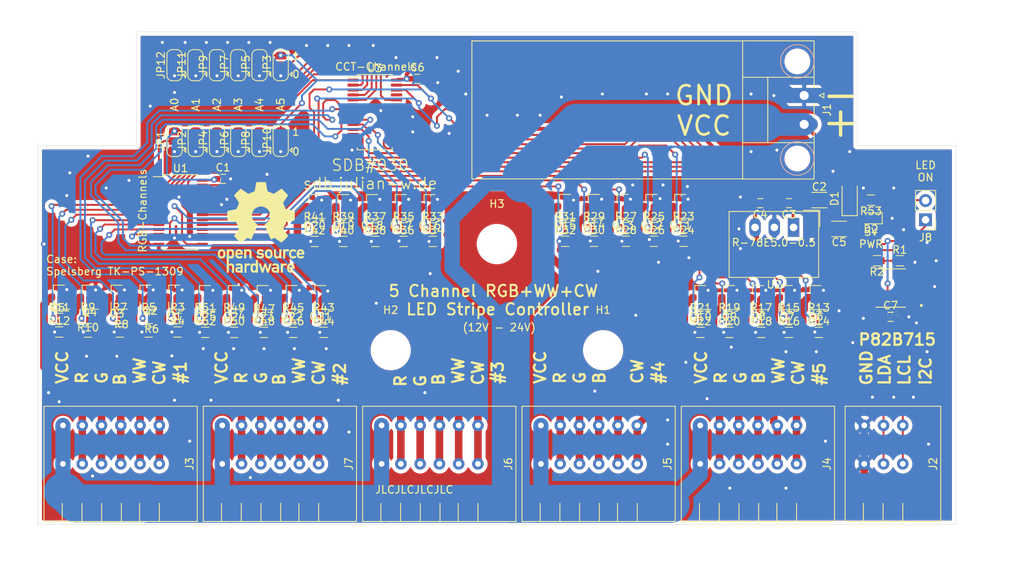
<source format=kicad_pcb>
(kicad_pcb (version 20171130) (host pcbnew "(5.1.9)-1")
  (layers (0 F.Cu signal) (31 B.Cu signal) (34 B.Paste user) (35 F.Paste user) (36 B.SilkS user) (37 F.SilkS user) (38 B.Mask user) (39 F.Mask user) (44 Edge.Cuts user))
  (net 0 "")
  (net 1 GND)
  (net 2 +5V)
  (net 3 "Net-(C2-Pad1)")
  (net 4 +12V)
  (net 5 "Net-(J2-Pad2)")
  (net 6 "Net-(J2-Pad1)")
  (net 7 "Net-(J3-Pad5)")
  (net 8 "Net-(J3-Pad4)")
  (net 9 "Net-(J3-Pad3)")
  (net 10 "Net-(J3-Pad2)")
  (net 11 "Net-(J3-Pad1)")
  (net 12 "Net-(J4-Pad5)")
  (net 13 "Net-(J4-Pad4)")
  (net 14 "Net-(J4-Pad3)")
  (net 15 "Net-(J4-Pad2)")
  (net 16 "Net-(J4-Pad1)")
  (net 17 "Net-(J5-Pad5)")
  (net 18 "Net-(J5-Pad4)")
  (net 19 "Net-(J5-Pad3)")
  (net 20 "Net-(J5-Pad2)")
  (net 21 "Net-(J5-Pad1)")
  (net 22 "Net-(J6-Pad5)")
  (net 23 "Net-(J6-Pad4)")
  (net 24 "Net-(J6-Pad3)")
  (net 25 "Net-(J6-Pad2)")
  (net 26 "Net-(J6-Pad1)")
  (net 27 "Net-(J7-Pad5)")
  (net 28 "Net-(J7-Pad4)")
  (net 29 "Net-(J7-Pad3)")
  (net 30 "Net-(J7-Pad2)")
  (net 31 "Net-(J7-Pad1)")
  (net 32 "Net-(JP1-Pad2)")
  (net 33 "Net-(JP2-Pad2)")
  (net 34 "Net-(JP3-Pad2)")
  (net 35 "Net-(JP4-Pad2)")
  (net 36 "Net-(JP5-Pad2)")
  (net 37 "Net-(JP6-Pad2)")
  (net 38 "Net-(JP7-Pad2)")
  (net 39 "Net-(JP8-Pad2)")
  (net 40 "Net-(JP9-Pad2)")
  (net 41 "Net-(JP10-Pad2)")
  (net 42 "Net-(JP11-Pad2)")
  (net 43 "Net-(JP12-Pad2)")
  (net 44 "Net-(Q1-Pad1)")
  (net 45 "Net-(Q2-Pad1)")
  (net 46 "Net-(Q3-Pad1)")
  (net 47 "Net-(Q4-Pad1)")
  (net 48 "Net-(Q5-Pad1)")
  (net 49 "Net-(Q6-Pad1)")
  (net 50 "Net-(Q7-Pad1)")
  (net 51 "Net-(Q8-Pad1)")
  (net 52 "Net-(Q9-Pad1)")
  (net 53 "Net-(Q10-Pad1)")
  (net 54 "Net-(Q11-Pad1)")
  (net 55 "Net-(Q12-Pad1)")
  (net 56 "Net-(Q13-Pad1)")
  (net 57 "Net-(Q14-Pad1)")
  (net 58 "Net-(Q15-Pad1)")
  (net 59 "Net-(Q16-Pad1)")
  (net 60 "Net-(Q17-Pad1)")
  (net 61 "Net-(Q18-Pad1)")
  (net 62 "Net-(Q19-Pad1)")
  (net 63 "Net-(Q20-Pad1)")
  (net 64 "Net-(Q21-Pad1)")
  (net 65 "Net-(Q22-Pad1)")
  (net 66 "Net-(Q23-Pad1)")
  (net 67 "Net-(Q24-Pad1)")
  (net 68 "Net-(Q25-Pad1)")
  (net 69 SCL)
  (net 70 SDA)
  (net 71 /output-stage-1/R)
  (net 72 /output-stage-1/G)
  (net 73 /output-stage-1/B)
  (net 74 /output-stage-1/WW)
  (net 75 /output-stage-1/CW)
  (net 76 /output-stage-2/R)
  (net 77 /output-stage-2/G)
  (net 78 /output-stage-2/B)
  (net 79 /output-stage-2/WW)
  (net 80 /output-stage-2/CW)
  (net 81 /output-stage-3/R)
  (net 82 /output-stage-3/G)
  (net 83 /output-stage-3/B)
  (net 84 /output-stage-3/WW)
  (net 85 /output-stage-3/CW)
  (net 86 /output-stage-4/R)
  (net 87 /output-stage-4/G)
  (net 88 /output-stage-4/B)
  (net 89 /output-stage-4/WW)
  (net 90 /output-stage-4/CW)
  (net 91 /output-stage-5/R)
  (net 92 /output-stage-5/G)
  (net 93 /output-stage-5/B)
  (net 94 /output-stage-5/WW)
  (net 95 /output-stage-5/CW)
  (net 96 "Net-(D2-Pad2)")
  (net 97 "Net-(J8-Pad2)")
  (module Connector_Phoenix_MC:PhoenixContact_MC_1,5_2-GF-3.81_1x02_P3.81mm_Horizontal_ThreadedFlange_MountHole (layer F.Cu) (at 118 28.4 270)
    (fp_text reference J1 (at 1.9 -3 90) (layer F.SilkS))
    (fp_text value Conn_01x02)
    (pad "" np_thru_hole circle (at 8.31 0.9 270) (size 2.4 2.4) (drill 2.4) (layers *.Cu *.Mask))
    (pad "" np_thru_hole circle (at -4.5 0.9 270) (size 2.4 2.4) (drill 2.4) (layers *.Cu *.Mask))
    (pad 2 thru_hole oval (at 3.81 0 270) (size 1.8 3.6) (drill 1.2) (layers *.Cu *.Mask) (net 4 +12V))
    (pad 1 thru_hole roundrect (at 0 0 270) (size 1.8 3.6) (drill 1.2) (layers *.Cu *.Mask) (roundrect_rratio 0.1388888888888889) (net 1 GND))
  )
  (module Resistors_SMD:R_0603 (layer F.Cu) (at 126.8 42.2 180)
    (fp_text reference R53 (at 0 -1.45) (layer F.SilkS))
    (fp_text value 1k)
    (pad 1 smd rect (at -0.75 0 180) (size 0.5 0.9) (layers F.Cu F.Paste F.Mask) (net 97 "Net-(J8-Pad2)"))
    (pad 2 smd rect (at 0.75 0 180) (size 0.5 0.9) (layers F.Cu F.Paste F.Mask) (net 96 "Net-(D2-Pad2)"))
  )
  (module Connector_PinHeader_2.54mm:PinHeader_1x02_P2.54mm_Vertical (layer F.Cu) (at 134 44.8 180)
    (fp_text reference J8 (at 0 -2.33) (layer F.SilkS))
    (fp_text value Conn_01x02)
    (pad 2 thru_hole oval (at 0 2.54 180) (size 1.7 1.7) (drill 1) (layers *.Cu *.Mask) (net 97 "Net-(J8-Pad2)"))
    (pad 1 thru_hole rect (at 0 0 180) (size 1.7 1.7) (drill 1) (layers *.Cu *.Mask) (net 2 +5V))
  )
  (module LED_SMD:LED_0603_1608Metric (layer F.Cu) (at 126.8 44.6 180)
    (fp_text reference D2 (at 0 -1.43) (layer F.SilkS))
    (fp_text value LED)
    (pad 2 smd roundrect (at 0.7875 0 180) (size 0.875 0.95) (layers F.Cu F.Paste F.Mask) (net 96 "Net-(D2-Pad2)"))
    (pad 1 smd roundrect (at -0.7875 0 180) (size 0.875 0.95) (layers F.Cu F.Paste F.Mask) (net 1 GND))
  )
  (module footprints:SOIC127P599X175-8N (layer F.Cu) (at 129.4 53.8 180)
    (fp_text reference U4 (at -0.385 -3.537) (layer F.SilkS) (effects (font (thickness 0.015))))
    (fp_text value P82B715DR)
    (pad 8 smd rect (at 2.47 -1.905 180) (size 1.97 0.6) (layers F.Cu F.Paste F.Mask) (net 2 +5V))
    (pad 7 smd rect (at 2.47 -0.635 180) (size 1.97 0.6) (layers F.Cu F.Paste F.Mask) (net 5 "Net-(J2-Pad2)"))
    (pad 6 smd rect (at 2.47 0.635 180) (size 1.97 0.6) (layers F.Cu F.Paste F.Mask) (net 70 SDA))
    (pad 5 smd rect (at 2.47 1.905 180) (size 1.97 0.6) (layers F.Cu F.Paste F.Mask))
    (pad 4 smd rect (at -2.47 1.905 180) (size 1.97 0.6) (layers F.Cu F.Paste F.Mask) (net 1 GND))
    (pad 3 smd rect (at -2.47 0.635 180) (size 1.97 0.6) (layers F.Cu F.Paste F.Mask) (net 69 SCL))
    (pad 2 smd rect (at -2.47 -0.635 180) (size 1.97 0.6) (layers F.Cu F.Paste F.Mask) (net 6 "Net-(J2-Pad1)"))
    (pad 1 smd rect (at -2.47 -1.905 180) (size 1.97 0.6) (layers F.Cu F.Paste F.Mask))
  )
  (module Package_SO:TSSOP-28_4.4x9.7mm_P0.65mm (layer F.Cu) (at 61.4 30.6)
    (fp_text reference U3 (at 0 -5.8) (layer F.SilkS))
    (fp_text value PCA9685PW)
    (pad 28 smd roundrect (at 2.8625 -4.225) (size 1.475 0.4) (layers F.Cu F.Paste F.Mask) (net 2 +5V))
    (pad 27 smd roundrect (at 2.8625 -3.575) (size 1.475 0.4) (layers F.Cu F.Paste F.Mask) (net 70 SDA))
    (pad 26 smd roundrect (at 2.8625 -2.925) (size 1.475 0.4) (layers F.Cu F.Paste F.Mask) (net 69 SCL))
    (pad 25 smd roundrect (at 2.8625 -2.275) (size 1.475 0.4) (layers F.Cu F.Paste F.Mask))
    (pad 24 smd roundrect (at 2.8625 -1.625) (size 1.475 0.4) (layers F.Cu F.Paste F.Mask) (net 34 "Net-(JP3-Pad2)"))
    (pad 23 smd roundrect (at 2.8625 -0.975) (size 1.475 0.4) (layers F.Cu F.Paste F.Mask) (net 1 GND))
    (pad 22 smd roundrect (at 2.8625 -0.325) (size 1.475 0.4) (layers F.Cu F.Paste F.Mask))
    (pad 21 smd roundrect (at 2.8625 0.325) (size 1.475 0.4) (layers F.Cu F.Paste F.Mask))
    (pad 20 smd roundrect (at 2.8625 0.975) (size 1.475 0.4) (layers F.Cu F.Paste F.Mask))
    (pad 19 smd roundrect (at 2.8625 1.625) (size 1.475 0.4) (layers F.Cu F.Paste F.Mask))
    (pad 18 smd roundrect (at 2.8625 2.275) (size 1.475 0.4) (layers F.Cu F.Paste F.Mask))
    (pad 17 smd roundrect (at 2.8625 2.925) (size 1.475 0.4) (layers F.Cu F.Paste F.Mask))
    (pad 16 smd roundrect (at 2.8625 3.575) (size 1.475 0.4) (layers F.Cu F.Paste F.Mask) (net 79 /output-stage-2/WW))
    (pad 15 smd roundrect (at 2.8625 4.225) (size 1.475 0.4) (layers F.Cu F.Paste F.Mask) (net 80 /output-stage-2/CW))
    (pad 14 smd roundrect (at -2.8625 4.225) (size 1.475 0.4) (layers F.Cu F.Paste F.Mask) (net 1 GND))
    (pad 13 smd roundrect (at -2.8625 3.575) (size 1.475 0.4) (layers F.Cu F.Paste F.Mask) (net 84 /output-stage-3/WW))
    (pad 12 smd roundrect (at -2.8625 2.925) (size 1.475 0.4) (layers F.Cu F.Paste F.Mask) (net 85 /output-stage-3/CW))
    (pad 11 smd roundrect (at -2.8625 2.275) (size 1.475 0.4) (layers F.Cu F.Paste F.Mask) (net 89 /output-stage-4/WW))
    (pad 10 smd roundrect (at -2.8625 1.625) (size 1.475 0.4) (layers F.Cu F.Paste F.Mask) (net 90 /output-stage-4/CW))
    (pad 9 smd roundrect (at -2.8625 0.975) (size 1.475 0.4) (layers F.Cu F.Paste F.Mask) (net 94 /output-stage-5/WW))
    (pad 8 smd roundrect (at -2.8625 0.325) (size 1.475 0.4) (layers F.Cu F.Paste F.Mask) (net 95 /output-stage-5/CW))
    (pad 7 smd roundrect (at -2.8625 -0.325) (size 1.475 0.4) (layers F.Cu F.Paste F.Mask) (net 74 /output-stage-1/WW))
    (pad 6 smd roundrect (at -2.8625 -0.975) (size 1.475 0.4) (layers F.Cu F.Paste F.Mask) (net 75 /output-stage-1/CW))
    (pad 5 smd roundrect (at -2.8625 -1.625) (size 1.475 0.4) (layers F.Cu F.Paste F.Mask) (net 36 "Net-(JP5-Pad2)"))
    (pad 4 smd roundrect (at -2.8625 -2.275) (size 1.475 0.4) (layers F.Cu F.Paste F.Mask) (net 38 "Net-(JP7-Pad2)"))
    (pad 3 smd roundrect (at -2.8625 -2.925) (size 1.475 0.4) (layers F.Cu F.Paste F.Mask) (net 40 "Net-(JP9-Pad2)"))
    (pad 2 smd roundrect (at -2.8625 -3.575) (size 1.475 0.4) (layers F.Cu F.Paste F.Mask) (net 42 "Net-(JP11-Pad2)"))
    (pad 1 smd roundrect (at -2.8625 -4.225) (size 1.475 0.4) (layers F.Cu F.Paste F.Mask) (net 43 "Net-(JP12-Pad2)"))
  )
  (module Converters_DCDC_ACDC:DCDC-Conv_RECOM_R-78E-0.5 (layer F.Cu) (at 116.6 45.8 180)
    (fp_text reference U2 (at 2.54 -7.55) (layer F.SilkS))
    (fp_text value R-78E5.0-0.5)
    (pad 1 thru_hole rect (at 0 0 180) (size 1.5 2.5) (drill 1) (layers *.Cu *.Mask) (net 3 "Net-(C2-Pad1)"))
    (pad 2 thru_hole oval (at 2.54 0 180) (size 1.5 2.5) (drill 1) (layers *.Cu *.Mask) (net 1 GND))
    (pad 3 thru_hole oval (at 5.08 0 180) (size 1.5 2.5) (drill 1) (layers *.Cu *.Mask) (net 2 +5V))
  )
  (module Package_SO:TSSOP-28_4.4x9.7mm_P0.65mm (layer F.Cu) (at 35.8 43.8)
    (fp_text reference U1 (at 0 -5.8) (layer F.SilkS))
    (fp_text value PCA9685PW)
    (pad 28 smd roundrect (at 2.8625 -4.225) (size 1.475 0.4) (layers F.Cu F.Paste F.Mask) (net 2 +5V))
    (pad 27 smd roundrect (at 2.8625 -3.575) (size 1.475 0.4) (layers F.Cu F.Paste F.Mask) (net 70 SDA))
    (pad 26 smd roundrect (at 2.8625 -2.925) (size 1.475 0.4) (layers F.Cu F.Paste F.Mask) (net 69 SCL))
    (pad 25 smd roundrect (at 2.8625 -2.275) (size 1.475 0.4) (layers F.Cu F.Paste F.Mask))
    (pad 24 smd roundrect (at 2.8625 -1.625) (size 1.475 0.4) (layers F.Cu F.Paste F.Mask) (net 41 "Net-(JP10-Pad2)"))
    (pad 23 smd roundrect (at 2.8625 -0.975) (size 1.475 0.4) (layers F.Cu F.Paste F.Mask) (net 1 GND))
    (pad 22 smd roundrect (at 2.8625 -0.325) (size 1.475 0.4) (layers F.Cu F.Paste F.Mask))
    (pad 21 smd roundrect (at 2.8625 0.325) (size 1.475 0.4) (layers F.Cu F.Paste F.Mask) (net 78 /output-stage-2/B))
    (pad 20 smd roundrect (at 2.8625 0.975) (size 1.475 0.4) (layers F.Cu F.Paste F.Mask) (net 77 /output-stage-2/G))
    (pad 19 smd roundrect (at 2.8625 1.625) (size 1.475 0.4) (layers F.Cu F.Paste F.Mask) (net 76 /output-stage-2/R))
    (pad 18 smd roundrect (at 2.8625 2.275) (size 1.475 0.4) (layers F.Cu F.Paste F.Mask) (net 83 /output-stage-3/B))
    (pad 17 smd roundrect (at 2.8625 2.925) (size 1.475 0.4) (layers F.Cu F.Paste F.Mask) (net 82 /output-stage-3/G))
    (pad 16 smd roundrect (at 2.8625 3.575) (size 1.475 0.4) (layers F.Cu F.Paste F.Mask) (net 81 /output-stage-3/R))
    (pad 15 smd roundrect (at 2.8625 4.225) (size 1.475 0.4) (layers F.Cu F.Paste F.Mask) (net 88 /output-stage-4/B))
    (pad 14 smd roundrect (at -2.8625 4.225) (size 1.475 0.4) (layers F.Cu F.Paste F.Mask) (net 1 GND))
    (pad 13 smd roundrect (at -2.8625 3.575) (size 1.475 0.4) (layers F.Cu F.Paste F.Mask) (net 87 /output-stage-4/G))
    (pad 12 smd roundrect (at -2.8625 2.925) (size 1.475 0.4) (layers F.Cu F.Paste F.Mask) (net 86 /output-stage-4/R))
    (pad 11 smd roundrect (at -2.8625 2.275) (size 1.475 0.4) (layers F.Cu F.Paste F.Mask) (net 93 /output-stage-5/B))
    (pad 10 smd roundrect (at -2.8625 1.625) (size 1.475 0.4) (layers F.Cu F.Paste F.Mask) (net 92 /output-stage-5/G))
    (pad 9 smd roundrect (at -2.8625 0.975) (size 1.475 0.4) (layers F.Cu F.Paste F.Mask) (net 91 /output-stage-5/R))
    (pad 8 smd roundrect (at -2.8625 0.325) (size 1.475 0.4) (layers F.Cu F.Paste F.Mask) (net 73 /output-stage-1/B))
    (pad 7 smd roundrect (at -2.8625 -0.325) (size 1.475 0.4) (layers F.Cu F.Paste F.Mask) (net 72 /output-stage-1/G))
    (pad 6 smd roundrect (at -2.8625 -0.975) (size 1.475 0.4) (layers F.Cu F.Paste F.Mask) (net 71 /output-stage-1/R))
    (pad 5 smd roundrect (at -2.8625 -1.625) (size 1.475 0.4) (layers F.Cu F.Paste F.Mask) (net 39 "Net-(JP8-Pad2)"))
    (pad 4 smd roundrect (at -2.8625 -2.275) (size 1.475 0.4) (layers F.Cu F.Paste F.Mask) (net 37 "Net-(JP6-Pad2)"))
    (pad 3 smd roundrect (at -2.8625 -2.925) (size 1.475 0.4) (layers F.Cu F.Paste F.Mask) (net 35 "Net-(JP4-Pad2)"))
    (pad 2 smd roundrect (at -2.8625 -3.575) (size 1.475 0.4) (layers F.Cu F.Paste F.Mask) (net 33 "Net-(JP2-Pad2)"))
    (pad 1 smd roundrect (at -2.8625 -4.225) (size 1.475 0.4) (layers F.Cu F.Paste F.Mask) (net 32 "Net-(JP1-Pad2)"))
  )
  (module Resistors_SMD:R_0603 (layer F.Cu) (at 39.06 59.65)
    (fp_text reference R52 (at 0 -1.45 180) (layer F.SilkS))
    (fp_text value 10k)
    (pad 1 smd rect (at -0.75 0) (size 0.5 0.9) (layers F.Cu F.Paste F.Mask) (net 1 GND))
    (pad 2 smd rect (at 0.75 0) (size 0.5 0.9) (layers F.Cu F.Paste F.Mask) (net 68 "Net-(Q25-Pad1)"))
  )
  (module Resistors_SMD:R_0603 (layer F.Cu) (at 39.06 57.85)
    (fp_text reference R51 (at 0 -1.45 180) (layer F.SilkS))
    (fp_text value 100)
    (pad 1 smd rect (at -0.75 0) (size 0.5 0.9) (layers F.Cu F.Paste F.Mask) (net 91 /output-stage-5/R))
    (pad 2 smd rect (at 0.75 0) (size 0.5 0.9) (layers F.Cu F.Paste F.Mask) (net 68 "Net-(Q25-Pad1)"))
  )
  (module Resistors_SMD:R_0603 (layer F.Cu) (at 42.86 59.65)
    (fp_text reference R50 (at 0 -1.45 180) (layer F.SilkS))
    (fp_text value 10k)
    (pad 1 smd rect (at -0.75 0) (size 0.5 0.9) (layers F.Cu F.Paste F.Mask) (net 1 GND))
    (pad 2 smd rect (at 0.75 0) (size 0.5 0.9) (layers F.Cu F.Paste F.Mask) (net 67 "Net-(Q24-Pad1)"))
  )
  (module Resistors_SMD:R_0603 (layer F.Cu) (at 42.86 57.85)
    (fp_text reference R49 (at 0 -1.45 180) (layer F.SilkS))
    (fp_text value 100)
    (pad 1 smd rect (at -0.75 0) (size 0.5 0.9) (layers F.Cu F.Paste F.Mask) (net 92 /output-stage-5/G))
    (pad 2 smd rect (at 0.75 0) (size 0.5 0.9) (layers F.Cu F.Paste F.Mask) (net 67 "Net-(Q24-Pad1)"))
  )
  (module Resistors_SMD:R_0603 (layer F.Cu) (at 46.8 59.65)
    (fp_text reference R48 (at 0 -1.45 180) (layer F.SilkS))
    (fp_text value 10k)
    (pad 1 smd rect (at -0.75 0) (size 0.5 0.9) (layers F.Cu F.Paste F.Mask) (net 1 GND))
    (pad 2 smd rect (at 0.75 0) (size 0.5 0.9) (layers F.Cu F.Paste F.Mask) (net 66 "Net-(Q23-Pad1)"))
  )
  (module Resistors_SMD:R_0603 (layer F.Cu) (at 46.8 58)
    (fp_text reference R47 (at 0 -1.45 180) (layer F.SilkS))
    (fp_text value 100)
    (pad 1 smd rect (at -0.75 0) (size 0.5 0.9) (layers F.Cu F.Paste F.Mask) (net 93 /output-stage-5/B))
    (pad 2 smd rect (at 0.75 0) (size 0.5 0.9) (layers F.Cu F.Paste F.Mask) (net 66 "Net-(Q23-Pad1)"))
  )
  (module Resistors_SMD:R_0603 (layer F.Cu) (at 50.66 59.65)
    (fp_text reference R46 (at 0 -1.45 180) (layer F.SilkS))
    (fp_text value 10k)
    (pad 1 smd rect (at -0.75 0) (size 0.5 0.9) (layers F.Cu F.Paste F.Mask) (net 1 GND))
    (pad 2 smd rect (at 0.75 0) (size 0.5 0.9) (layers F.Cu F.Paste F.Mask) (net 65 "Net-(Q22-Pad1)"))
  )
  (module Resistors_SMD:R_0603 (layer F.Cu) (at 50.66 57.85)
    (fp_text reference R45 (at 0 -1.45 180) (layer F.SilkS))
    (fp_text value 100)
    (pad 1 smd rect (at -0.75 0) (size 0.5 0.9) (layers F.Cu F.Paste F.Mask) (net 94 /output-stage-5/WW))
    (pad 2 smd rect (at 0.75 0) (size 0.5 0.9) (layers F.Cu F.Paste F.Mask) (net 65 "Net-(Q22-Pad1)"))
  )
  (module Resistors_SMD:R_0603 (layer F.Cu) (at 54.66 59.65)
    (fp_text reference R44 (at 0 -1.45 180) (layer F.SilkS))
    (fp_text value 10k)
    (pad 1 smd rect (at -0.75 0) (size 0.5 0.9) (layers F.Cu F.Paste F.Mask) (net 1 GND))
    (pad 2 smd rect (at 0.75 0) (size 0.5 0.9) (layers F.Cu F.Paste F.Mask) (net 64 "Net-(Q21-Pad1)"))
  )
  (module Resistors_SMD:R_0603 (layer F.Cu) (at 54.66 57.85)
    (fp_text reference R43 (at 0 -1.45 180) (layer F.SilkS))
    (fp_text value 100)
    (pad 1 smd rect (at -0.75 0) (size 0.5 0.9) (layers F.Cu F.Paste F.Mask) (net 95 /output-stage-5/CW))
    (pad 2 smd rect (at 0.75 0) (size 0.5 0.9) (layers F.Cu F.Paste F.Mask) (net 64 "Net-(Q21-Pad1)"))
  )
  (module Resistors_SMD:R_0603 (layer F.Cu) (at 53.46 47.65)
    (fp_text reference R42 (at 0 -1.45 180) (layer F.SilkS))
    (fp_text value 10k)
    (pad 1 smd rect (at -0.75 0) (size 0.5 0.9) (layers F.Cu F.Paste F.Mask) (net 1 GND))
    (pad 2 smd rect (at 0.75 0) (size 0.5 0.9) (layers F.Cu F.Paste F.Mask) (net 63 "Net-(Q20-Pad1)"))
  )
  (module Resistors_SMD:R_0603 (layer F.Cu) (at 53.46 45.85)
    (fp_text reference R41 (at 0 -1.45 180) (layer F.SilkS))
    (fp_text value 100)
    (pad 1 smd rect (at -0.75 0) (size 0.5 0.9) (layers F.Cu F.Paste F.Mask) (net 86 /output-stage-4/R))
    (pad 2 smd rect (at 0.75 0) (size 0.5 0.9) (layers F.Cu F.Paste F.Mask) (net 63 "Net-(Q20-Pad1)"))
  )
  (module Resistors_SMD:R_0603 (layer F.Cu) (at 57.26 47.65)
    (fp_text reference R40 (at 0 -1.45 180) (layer F.SilkS))
    (fp_text value 10k)
    (pad 1 smd rect (at -0.75 0) (size 0.5 0.9) (layers F.Cu F.Paste F.Mask) (net 1 GND))
    (pad 2 smd rect (at 0.75 0) (size 0.5 0.9) (layers F.Cu F.Paste F.Mask) (net 62 "Net-(Q19-Pad1)"))
  )
  (module Resistors_SMD:R_0603 (layer F.Cu) (at 57.26 45.85)
    (fp_text reference R39 (at 0 -1.45 180) (layer F.SilkS))
    (fp_text value 100)
    (pad 1 smd rect (at -0.75 0) (size 0.5 0.9) (layers F.Cu F.Paste F.Mask) (net 87 /output-stage-4/G))
    (pad 2 smd rect (at 0.75 0) (size 0.5 0.9) (layers F.Cu F.Paste F.Mask) (net 62 "Net-(Q19-Pad1)"))
  )
  (module Resistors_SMD:R_0603 (layer F.Cu) (at 61.46 47.65)
    (fp_text reference R38 (at 0 -1.45 180) (layer F.SilkS))
    (fp_text value 10k)
    (pad 1 smd rect (at -0.75 0) (size 0.5 0.9) (layers F.Cu F.Paste F.Mask) (net 1 GND))
    (pad 2 smd rect (at 0.75 0) (size 0.5 0.9) (layers F.Cu F.Paste F.Mask) (net 61 "Net-(Q18-Pad1)"))
  )
  (module Resistors_SMD:R_0603 (layer F.Cu) (at 61.46 45.85)
    (fp_text reference R37 (at 0 -1.45 180) (layer F.SilkS))
    (fp_text value 100)
    (pad 1 smd rect (at -0.75 0) (size 0.5 0.9) (layers F.Cu F.Paste F.Mask) (net 88 /output-stage-4/B))
    (pad 2 smd rect (at 0.75 0) (size 0.5 0.9) (layers F.Cu F.Paste F.Mask) (net 61 "Net-(Q18-Pad1)"))
  )
  (module Resistors_SMD:R_0603 (layer F.Cu) (at 65.2 47.65)
    (fp_text reference R36 (at 0 -1.45 180) (layer F.SilkS))
    (fp_text value 10k)
    (pad 1 smd rect (at -0.75 0) (size 0.5 0.9) (layers F.Cu F.Paste F.Mask) (net 1 GND))
    (pad 2 smd rect (at 0.75 0) (size 0.5 0.9) (layers F.Cu F.Paste F.Mask) (net 60 "Net-(Q17-Pad1)"))
  )
  (module Resistors_SMD:R_0603 (layer F.Cu) (at 65.2 45.85)
    (fp_text reference R35 (at 0 -1.45 180) (layer F.SilkS))
    (fp_text value 100)
    (pad 1 smd rect (at -0.75 0) (size 0.5 0.9) (layers F.Cu F.Paste F.Mask) (net 89 /output-stage-4/WW))
    (pad 2 smd rect (at 0.75 0) (size 0.5 0.9) (layers F.Cu F.Paste F.Mask) (net 60 "Net-(Q17-Pad1)"))
  )
  (module Resistors_SMD:R_0603 (layer F.Cu) (at 69.06 47.65)
    (fp_text reference R34 (at 0 -1.45 180) (layer F.SilkS))
    (fp_text value 10k)
    (pad 1 smd rect (at -0.75 0) (size 0.5 0.9) (layers F.Cu F.Paste F.Mask) (net 1 GND))
    (pad 2 smd rect (at 0.75 0) (size 0.5 0.9) (layers F.Cu F.Paste F.Mask) (net 59 "Net-(Q16-Pad1)"))
  )
  (module Resistors_SMD:R_0603 (layer F.Cu) (at 69.06 45.85)
    (fp_text reference R33 (at 0 -1.45 180) (layer F.SilkS))
    (fp_text value 100)
    (pad 1 smd rect (at -0.75 0) (size 0.5 0.9) (layers F.Cu F.Paste F.Mask) (net 90 /output-stage-4/CW))
    (pad 2 smd rect (at 0.75 0) (size 0.5 0.9) (layers F.Cu F.Paste F.Mask) (net 59 "Net-(Q16-Pad1)"))
  )
  (module Resistors_SMD:R_0603 (layer F.Cu) (at 86.5 47.63)
    (fp_text reference R32 (at 0 -1.45 180) (layer F.SilkS))
    (fp_text value 10k)
    (pad 1 smd rect (at -0.75 0) (size 0.5 0.9) (layers F.Cu F.Paste F.Mask) (net 1 GND))
    (pad 2 smd rect (at 0.75 0) (size 0.5 0.9) (layers F.Cu F.Paste F.Mask) (net 58 "Net-(Q15-Pad1)"))
  )
  (module Resistors_SMD:R_0603 (layer F.Cu) (at 86.5 45.83)
    (fp_text reference R31 (at 0 -1.45 180) (layer F.SilkS))
    (fp_text value 100)
    (pad 1 smd rect (at -0.75 0) (size 0.5 0.9) (layers F.Cu F.Paste F.Mask) (net 81 /output-stage-3/R))
    (pad 2 smd rect (at 0.75 0) (size 0.5 0.9) (layers F.Cu F.Paste F.Mask) (net 58 "Net-(Q15-Pad1)"))
  )
  (module Resistors_SMD:R_0603 (layer F.Cu) (at 90.3 47.63)
    (fp_text reference R30 (at 0 -1.45 180) (layer F.SilkS))
    (fp_text value 10k)
    (pad 1 smd rect (at -0.75 0) (size 0.5 0.9) (layers F.Cu F.Paste F.Mask) (net 1 GND))
    (pad 2 smd rect (at 0.75 0) (size 0.5 0.9) (layers F.Cu F.Paste F.Mask) (net 57 "Net-(Q14-Pad1)"))
  )
  (module Resistors_SMD:R_0603 (layer F.Cu) (at 90.3 45.83)
    (fp_text reference R29 (at 0 -1.45 180) (layer F.SilkS))
    (fp_text value 100)
    (pad 1 smd rect (at -0.75 0) (size 0.5 0.9) (layers F.Cu F.Paste F.Mask) (net 82 /output-stage-3/G))
    (pad 2 smd rect (at 0.75 0) (size 0.5 0.9) (layers F.Cu F.Paste F.Mask) (net 57 "Net-(Q14-Pad1)"))
  )
  (module Resistors_SMD:R_0603 (layer F.Cu) (at 94.5 47.63)
    (fp_text reference R28 (at 0 -1.45 180) (layer F.SilkS))
    (fp_text value 10k)
    (pad 1 smd rect (at -0.75 0) (size 0.5 0.9) (layers F.Cu F.Paste F.Mask) (net 1 GND))
    (pad 2 smd rect (at 0.75 0) (size 0.5 0.9) (layers F.Cu F.Paste F.Mask) (net 56 "Net-(Q13-Pad1)"))
  )
  (module Resistors_SMD:R_0603 (layer F.Cu) (at 94.5 45.83)
    (fp_text reference R27 (at 0 -1.45 180) (layer F.SilkS))
    (fp_text value 100)
    (pad 1 smd rect (at -0.75 0) (size 0.5 0.9) (layers F.Cu F.Paste F.Mask) (net 83 /output-stage-3/B))
    (pad 2 smd rect (at 0.75 0) (size 0.5 0.9) (layers F.Cu F.Paste F.Mask) (net 56 "Net-(Q13-Pad1)"))
  )
  (module Resistors_SMD:R_0603 (layer F.Cu) (at 98.2 47.63)
    (fp_text reference R26 (at 0 -1.45 180) (layer F.SilkS))
    (fp_text value 10k)
    (pad 1 smd rect (at -0.75 0) (size 0.5 0.9) (layers F.Cu F.Paste F.Mask) (net 1 GND))
    (pad 2 smd rect (at 0.75 0) (size 0.5 0.9) (layers F.Cu F.Paste F.Mask) (net 55 "Net-(Q12-Pad1)"))
  )
  (module Resistors_SMD:R_0603 (layer F.Cu) (at 98.2 45.83)
    (fp_text reference R25 (at 0 -1.45 180) (layer F.SilkS))
    (fp_text value 100)
    (pad 1 smd rect (at -0.75 0) (size 0.5 0.9) (layers F.Cu F.Paste F.Mask) (net 84 /output-stage-3/WW))
    (pad 2 smd rect (at 0.75 0) (size 0.5 0.9) (layers F.Cu F.Paste F.Mask) (net 55 "Net-(Q12-Pad1)"))
  )
  (module Resistors_SMD:R_0603 (layer F.Cu) (at 102.1 47.63)
    (fp_text reference R24 (at 0 -1.45 180) (layer F.SilkS))
    (fp_text value 10k)
    (pad 1 smd rect (at -0.75 0) (size 0.5 0.9) (layers F.Cu F.Paste F.Mask) (net 1 GND))
    (pad 2 smd rect (at 0.75 0) (size 0.5 0.9) (layers F.Cu F.Paste F.Mask) (net 54 "Net-(Q11-Pad1)"))
  )
  (module Resistors_SMD:R_0603 (layer F.Cu) (at 102.1 45.83)
    (fp_text reference R23 (at 0 -1.45 180) (layer F.SilkS))
    (fp_text value 100)
    (pad 1 smd rect (at -0.75 0) (size 0.5 0.9) (layers F.Cu F.Paste F.Mask) (net 85 /output-stage-3/CW))
    (pad 2 smd rect (at 0.75 0) (size 0.5 0.9) (layers F.Cu F.Paste F.Mask) (net 54 "Net-(Q11-Pad1)"))
  )
  (module Resistors_SMD:R_0603 (layer F.Cu) (at 104.34 59.65)
    (fp_text reference R22 (at 0 -1.45 180) (layer F.SilkS))
    (fp_text value 10k)
    (pad 1 smd rect (at -0.75 0) (size 0.5 0.9) (layers F.Cu F.Paste F.Mask) (net 1 GND))
    (pad 2 smd rect (at 0.75 0) (size 0.5 0.9) (layers F.Cu F.Paste F.Mask) (net 53 "Net-(Q10-Pad1)"))
  )
  (module Resistors_SMD:R_0603 (layer F.Cu) (at 104.34 57.85)
    (fp_text reference R21 (at 0 -1.45 180) (layer F.SilkS))
    (fp_text value 100)
    (pad 1 smd rect (at -0.75 0) (size 0.5 0.9) (layers F.Cu F.Paste F.Mask) (net 76 /output-stage-2/R))
    (pad 2 smd rect (at 0.75 0) (size 0.5 0.9) (layers F.Cu F.Paste F.Mask) (net 53 "Net-(Q10-Pad1)"))
  )
  (module Resistors_SMD:R_0603 (layer F.Cu) (at 108.14 59.65)
    (fp_text reference R20 (at 0 -1.45 180) (layer F.SilkS))
    (fp_text value 10k)
    (pad 1 smd rect (at -0.75 0) (size 0.5 0.9) (layers F.Cu F.Paste F.Mask) (net 1 GND))
    (pad 2 smd rect (at 0.75 0) (size 0.5 0.9) (layers F.Cu F.Paste F.Mask) (net 52 "Net-(Q9-Pad1)"))
  )
  (module Resistors_SMD:R_0603 (layer F.Cu) (at 108.14 57.85)
    (fp_text reference R19 (at 0 -1.45 180) (layer F.SilkS))
    (fp_text value 100)
    (pad 1 smd rect (at -0.75 0) (size 0.5 0.9) (layers F.Cu F.Paste F.Mask) (net 77 /output-stage-2/G))
    (pad 2 smd rect (at 0.75 0) (size 0.5 0.9) (layers F.Cu F.Paste F.Mask) (net 52 "Net-(Q9-Pad1)"))
  )
  (module Resistors_SMD:R_0603 (layer F.Cu) (at 112.34 59.65)
    (fp_text reference R18 (at 0 -1.45 180) (layer F.SilkS))
    (fp_text value 10k)
    (pad 1 smd rect (at -0.75 0) (size 0.5 0.9) (layers F.Cu F.Paste F.Mask) (net 1 GND))
    (pad 2 smd rect (at 0.75 0) (size 0.5 0.9) (layers F.Cu F.Paste F.Mask) (net 51 "Net-(Q8-Pad1)"))
  )
  (module Resistors_SMD:R_0603 (layer F.Cu) (at 112.34 57.85)
    (fp_text reference R17 (at 0 -1.45 180) (layer F.SilkS))
    (fp_text value 100)
    (pad 1 smd rect (at -0.75 0) (size 0.5 0.9) (layers F.Cu F.Paste F.Mask) (net 78 /output-stage-2/B))
    (pad 2 smd rect (at 0.75 0) (size 0.5 0.9) (layers F.Cu F.Paste F.Mask) (net 51 "Net-(Q8-Pad1)"))
  )
  (module Resistors_SMD:R_0603 (layer F.Cu) (at 116 59.65)
    (fp_text reference R16 (at 0 -1.45 180) (layer F.SilkS))
    (fp_text value 10k)
    (pad 1 smd rect (at -0.75 0) (size 0.5 0.9) (layers F.Cu F.Paste F.Mask) (net 1 GND))
    (pad 2 smd rect (at 0.75 0) (size 0.5 0.9) (layers F.Cu F.Paste F.Mask) (net 50 "Net-(Q7-Pad1)"))
  )
  (module Resistors_SMD:R_0603 (layer F.Cu) (at 116 57.85)
    (fp_text reference R15 (at 0 -1.45 180) (layer F.SilkS))
    (fp_text value 100)
    (pad 1 smd rect (at -0.75 0) (size 0.5 0.9) (layers F.Cu F.Paste F.Mask) (net 79 /output-stage-2/WW))
    (pad 2 smd rect (at 0.75 0) (size 0.5 0.9) (layers F.Cu F.Paste F.Mask) (net 50 "Net-(Q7-Pad1)"))
  )
  (module Resistors_SMD:R_0603 (layer F.Cu) (at 119.94 59.65)
    (fp_text reference R14 (at 0 -1.45 180) (layer F.SilkS))
    (fp_text value 10k)
    (pad 1 smd rect (at -0.75 0) (size 0.5 0.9) (layers F.Cu F.Paste F.Mask) (net 1 GND))
    (pad 2 smd rect (at 0.75 0) (size 0.5 0.9) (layers F.Cu F.Paste F.Mask) (net 49 "Net-(Q6-Pad1)"))
  )
  (module Resistors_SMD:R_0603 (layer F.Cu) (at 119.94 57.85)
    (fp_text reference R13 (at 0 -1.45 180) (layer F.SilkS))
    (fp_text value 100)
    (pad 1 smd rect (at -0.75 0) (size 0.5 0.9) (layers F.Cu F.Paste F.Mask) (net 80 /output-stage-2/CW))
    (pad 2 smd rect (at 0.75 0) (size 0.5 0.9) (layers F.Cu F.Paste F.Mask) (net 49 "Net-(Q6-Pad1)"))
  )
  (module Resistors_SMD:R_0603 (layer F.Cu) (at 19.8 59.6)
    (fp_text reference R12 (at 0 -1.45) (layer F.SilkS))
    (fp_text value 10k)
    (pad 1 smd rect (at -0.75 0) (size 0.5 0.9) (layers F.Cu F.Paste F.Mask) (net 1 GND))
    (pad 2 smd rect (at 0.75 0) (size 0.5 0.9) (layers F.Cu F.Paste F.Mask) (net 48 "Net-(Q5-Pad1)"))
  )
  (module Resistors_SMD:R_0603 (layer F.Cu) (at 19.8 57.8)
    (fp_text reference R11 (at 0 -1.45) (layer F.SilkS))
    (fp_text value 100)
    (pad 1 smd rect (at -0.75 0) (size 0.5 0.9) (layers F.Cu F.Paste F.Mask) (net 71 /output-stage-1/R))
    (pad 2 smd rect (at 0.75 0) (size 0.5 0.9) (layers F.Cu F.Paste F.Mask) (net 48 "Net-(Q5-Pad1)"))
  )
  (module Resistors_SMD:R_0603 (layer F.Cu) (at 23.6 59.6)
    (fp_text reference R10 (at 0 -0.6) (layer F.SilkS))
    (fp_text value 10k)
    (pad 1 smd rect (at -0.75 0) (size 0.5 0.9) (layers F.Cu F.Paste F.Mask) (net 1 GND))
    (pad 2 smd rect (at 0.75 0) (size 0.5 0.9) (layers F.Cu F.Paste F.Mask) (net 47 "Net-(Q4-Pad1)"))
  )
  (module Resistors_SMD:R_0603 (layer F.Cu) (at 23.6 57.8)
    (fp_text reference R9 (at 0 -1.45) (layer F.SilkS))
    (fp_text value 100)
    (pad 1 smd rect (at -0.75 0) (size 0.5 0.9) (layers F.Cu F.Paste F.Mask) (net 72 /output-stage-1/G))
    (pad 2 smd rect (at 0.75 0) (size 0.5 0.9) (layers F.Cu F.Paste F.Mask) (net 47 "Net-(Q4-Pad1)"))
  )
  (module Resistors_SMD:R_0603 (layer F.Cu) (at 27.8 59.6)
    (fp_text reference R8 (at 0.2 -1) (layer F.SilkS))
    (fp_text value 10k)
    (pad 1 smd rect (at -0.75 0) (size 0.5 0.9) (layers F.Cu F.Paste F.Mask) (net 1 GND))
    (pad 2 smd rect (at 0.75 0) (size 0.5 0.9) (layers F.Cu F.Paste F.Mask) (net 46 "Net-(Q3-Pad1)"))
  )
  (module Resistors_SMD:R_0603 (layer F.Cu) (at 27.8 57.8)
    (fp_text reference R7 (at 0 -1.45) (layer F.SilkS))
    (fp_text value 100)
    (pad 1 smd rect (at -0.75 0) (size 0.5 0.9) (layers F.Cu F.Paste F.Mask) (net 73 /output-stage-1/B))
    (pad 2 smd rect (at 0.75 0) (size 0.5 0.9) (layers F.Cu F.Paste F.Mask) (net 46 "Net-(Q3-Pad1)"))
  )
  (module Resistors_SMD:R_0603 (layer F.Cu) (at 31.6 59.6)
    (fp_text reference R6 (at 0.4 -0.4) (layer F.SilkS))
    (fp_text value 10k)
    (pad 1 smd rect (at -0.75 0) (size 0.5 0.9) (layers F.Cu F.Paste F.Mask) (net 1 GND))
    (pad 2 smd rect (at 0.75 0) (size 0.5 0.9) (layers F.Cu F.Paste F.Mask) (net 45 "Net-(Q2-Pad1)"))
  )
  (module Resistors_SMD:R_0603 (layer F.Cu) (at 31.6 57.8)
    (fp_text reference R5 (at 0 -1.45) (layer F.SilkS))
    (fp_text value 100)
    (pad 1 smd rect (at -0.75 0) (size 0.5 0.9) (layers F.Cu F.Paste F.Mask) (net 74 /output-stage-1/WW))
    (pad 2 smd rect (at 0.75 0) (size 0.5 0.9) (layers F.Cu F.Paste F.Mask) (net 45 "Net-(Q2-Pad1)"))
  )
  (module Resistors_SMD:R_0603 (layer F.Cu) (at 35.4 59.6)
    (fp_text reference R4 (at 0 -1.45) (layer F.SilkS))
    (fp_text value 10k)
    (pad 1 smd rect (at -0.75 0) (size 0.5 0.9) (layers F.Cu F.Paste F.Mask) (net 1 GND))
    (pad 2 smd rect (at 0.75 0) (size 0.5 0.9) (layers F.Cu F.Paste F.Mask) (net 44 "Net-(Q1-Pad1)"))
  )
  (module Resistors_SMD:R_0603 (layer F.Cu) (at 35.4 57.8)
    (fp_text reference R3 (at 0 -1.45) (layer F.SilkS))
    (fp_text value 100)
    (pad 1 smd rect (at -0.75 0) (size 0.5 0.9) (layers F.Cu F.Paste F.Mask) (net 75 /output-stage-1/CW))
    (pad 2 smd rect (at 0.75 0) (size 0.5 0.9) (layers F.Cu F.Paste F.Mask) (net 44 "Net-(Q1-Pad1)"))
  )
  (module Resistors_SMD:R_0603 (layer F.Cu) (at 127.6 50.2 180)
    (fp_text reference R2 (at 0 -1.45) (layer F.SilkS))
    (fp_text value 4.7k)
    (pad 1 smd rect (at -0.75 0 180) (size 0.5 0.9) (layers F.Cu F.Paste F.Mask) (net 2 +5V))
    (pad 2 smd rect (at 0.75 0 180) (size 0.5 0.9) (layers F.Cu F.Paste F.Mask) (net 70 SDA))
  )
  (module Resistors_SMD:R_0603 (layer F.Cu) (at 130.6 50.2)
    (fp_text reference R1 (at 0 -1.45) (layer F.SilkS))
    (fp_text value 4.7k)
    (pad 1 smd rect (at -0.75 0) (size 0.5 0.9) (layers F.Cu F.Paste F.Mask) (net 2 +5V))
    (pad 2 smd rect (at 0.75 0) (size 0.5 0.9) (layers F.Cu F.Paste F.Mask) (net 69 SCL))
  )
  (module Package_TO_SOT_SMD:SOT-23 (layer F.Cu) (at 39.06 55.05 180)
    (fp_text reference Q25 (at 0 -2.5 180) (layer F.SilkS))
    (fp_text value IRLML6344)
    (pad 3 smd rect (at 1 0 180) (size 0.9 0.8) (layers F.Cu F.Paste F.Mask) (net 27 "Net-(J7-Pad5)"))
    (pad 2 smd rect (at -1 0.95 180) (size 0.9 0.8) (layers F.Cu F.Paste F.Mask) (net 1 GND))
    (pad 1 smd rect (at -1 -0.95 180) (size 0.9 0.8) (layers F.Cu F.Paste F.Mask) (net 68 "Net-(Q25-Pad1)"))
  )
  (module Package_TO_SOT_SMD:SOT-23 (layer F.Cu) (at 42.86 55.05 180)
    (fp_text reference Q24 (at 0 -2.5 180) (layer F.SilkS))
    (fp_text value IRLML6344)
    (pad 3 smd rect (at 1 0 180) (size 0.9 0.8) (layers F.Cu F.Paste F.Mask) (net 28 "Net-(J7-Pad4)"))
    (pad 2 smd rect (at -1 0.95 180) (size 0.9 0.8) (layers F.Cu F.Paste F.Mask) (net 1 GND))
    (pad 1 smd rect (at -1 -0.95 180) (size 0.9 0.8) (layers F.Cu F.Paste F.Mask) (net 67 "Net-(Q24-Pad1)"))
  )
  (module Package_TO_SOT_SMD:SOT-23 (layer F.Cu) (at 46.66 55.05 180)
    (fp_text reference Q23 (at 0 -2.5 180) (layer F.SilkS))
    (fp_text value IRLML6344)
    (pad 3 smd rect (at 1 0 180) (size 0.9 0.8) (layers F.Cu F.Paste F.Mask) (net 29 "Net-(J7-Pad3)"))
    (pad 2 smd rect (at -1 0.95 180) (size 0.9 0.8) (layers F.Cu F.Paste F.Mask) (net 1 GND))
    (pad 1 smd rect (at -1 -0.95 180) (size 0.9 0.8) (layers F.Cu F.Paste F.Mask) (net 66 "Net-(Q23-Pad1)"))
  )
  (module Package_TO_SOT_SMD:SOT-23 (layer F.Cu) (at 50.46 55.05 180)
    (fp_text reference Q22 (at 0 -2.5 180) (layer F.SilkS))
    (fp_text value IRLML6344)
    (pad 3 smd rect (at 1 0 180) (size 0.9 0.8) (layers F.Cu F.Paste F.Mask) (net 30 "Net-(J7-Pad2)"))
    (pad 2 smd rect (at -1 0.95 180) (size 0.9 0.8) (layers F.Cu F.Paste F.Mask) (net 1 GND))
    (pad 1 smd rect (at -1 -0.95 180) (size 0.9 0.8) (layers F.Cu F.Paste F.Mask) (net 65 "Net-(Q22-Pad1)"))
  )
  (module Package_TO_SOT_SMD:SOT-23 (layer F.Cu) (at 54.26 55.05 180)
    (fp_text reference Q21 (at 0 -2.5 180) (layer F.SilkS))
    (fp_text value IRLML6344)
    (pad 3 smd rect (at 1 0 180) (size 0.9 0.8) (layers F.Cu F.Paste F.Mask) (net 31 "Net-(J7-Pad1)"))
    (pad 2 smd rect (at -1 0.95 180) (size 0.9 0.8) (layers F.Cu F.Paste F.Mask) (net 1 GND))
    (pad 1 smd rect (at -1 -0.95 180) (size 0.9 0.8) (layers F.Cu F.Paste F.Mask) (net 64 "Net-(Q21-Pad1)"))
  )
  (module Package_TO_SOT_SMD:SOT-23 (layer F.Cu) (at 53.46 43.05 180)
    (fp_text reference Q20 (at 0 -2.5 180) (layer F.SilkS))
    (fp_text value IRLML6344)
    (pad 3 smd rect (at 1 0 180) (size 0.9 0.8) (layers F.Cu F.Paste F.Mask) (net 22 "Net-(J6-Pad5)"))
    (pad 2 smd rect (at -1 0.95 180) (size 0.9 0.8) (layers F.Cu F.Paste F.Mask) (net 1 GND))
    (pad 1 smd rect (at -1 -0.95 180) (size 0.9 0.8) (layers F.Cu F.Paste F.Mask) (net 63 "Net-(Q20-Pad1)"))
  )
  (module Package_TO_SOT_SMD:SOT-23 (layer F.Cu) (at 57.26 43.05 180)
    (fp_text reference Q19 (at 0 -2.5 180) (layer F.SilkS))
    (fp_text value IRLML6344)
    (pad 3 smd rect (at 1 0 180) (size 0.9 0.8) (layers F.Cu F.Paste F.Mask) (net 23 "Net-(J6-Pad4)"))
    (pad 2 smd rect (at -1 0.95 180) (size 0.9 0.8) (layers F.Cu F.Paste F.Mask) (net 1 GND))
    (pad 1 smd rect (at -1 -0.95 180) (size 0.9 0.8) (layers F.Cu F.Paste F.Mask) (net 62 "Net-(Q19-Pad1)"))
  )
  (module Package_TO_SOT_SMD:SOT-23 (layer F.Cu) (at 61.06 43.05 180)
    (fp_text reference Q18 (at 0 -2.5 180) (layer F.SilkS))
    (fp_text value IRLML6344)
    (pad 3 smd rect (at 1 0 180) (size 0.9 0.8) (layers F.Cu F.Paste F.Mask) (net 24 "Net-(J6-Pad3)"))
    (pad 2 smd rect (at -1 0.95 180) (size 0.9 0.8) (layers F.Cu F.Paste F.Mask) (net 1 GND))
    (pad 1 smd rect (at -1 -0.95 180) (size 0.9 0.8) (layers F.Cu F.Paste F.Mask) (net 61 "Net-(Q18-Pad1)"))
  )
  (module Package_TO_SOT_SMD:SOT-23 (layer F.Cu) (at 64.86 43.05 180)
    (fp_text reference Q17 (at 0 -2.5 180) (layer F.SilkS))
    (fp_text value IRLML6344)
    (pad 3 smd rect (at 1 0 180) (size 0.9 0.8) (layers F.Cu F.Paste F.Mask) (net 25 "Net-(J6-Pad2)"))
    (pad 2 smd rect (at -1 0.95 180) (size 0.9 0.8) (layers F.Cu F.Paste F.Mask) (net 1 GND))
    (pad 1 smd rect (at -1 -0.95 180) (size 0.9 0.8) (layers F.Cu F.Paste F.Mask) (net 60 "Net-(Q17-Pad1)"))
  )
  (module Package_TO_SOT_SMD:SOT-23 (layer F.Cu) (at 68.66 43.05 180)
    (fp_text reference Q16 (at 0 -2.5 180) (layer F.SilkS))
    (fp_text value IRLML6344)
    (pad 3 smd rect (at 1 0 180) (size 0.9 0.8) (layers F.Cu F.Paste F.Mask) (net 26 "Net-(J6-Pad1)"))
    (pad 2 smd rect (at -1 0.95 180) (size 0.9 0.8) (layers F.Cu F.Paste F.Mask) (net 1 GND))
    (pad 1 smd rect (at -1 -0.95 180) (size 0.9 0.8) (layers F.Cu F.Paste F.Mask) (net 59 "Net-(Q16-Pad1)"))
  )
  (module Package_TO_SOT_SMD:SOT-23 (layer F.Cu) (at 86.5 43.03 180)
    (fp_text reference Q15 (at 0 -2.5 180) (layer F.SilkS))
    (fp_text value IRLML6344)
    (pad 3 smd rect (at 1 0 180) (size 0.9 0.8) (layers F.Cu F.Paste F.Mask) (net 17 "Net-(J5-Pad5)"))
    (pad 2 smd rect (at -1 0.95 180) (size 0.9 0.8) (layers F.Cu F.Paste F.Mask) (net 1 GND))
    (pad 1 smd rect (at -1 -0.95 180) (size 0.9 0.8) (layers F.Cu F.Paste F.Mask) (net 58 "Net-(Q15-Pad1)"))
  )
  (module Package_TO_SOT_SMD:SOT-23 (layer F.Cu) (at 90.3 43.03 180)
    (fp_text reference Q14 (at 0 -2.5 180) (layer F.SilkS))
    (fp_text value IRLML6344)
    (pad 3 smd rect (at 1 0 180) (size 0.9 0.8) (layers F.Cu F.Paste F.Mask) (net 18 "Net-(J5-Pad4)"))
    (pad 2 smd rect (at -1 0.95 180) (size 0.9 0.8) (layers F.Cu F.Paste F.Mask) (net 1 GND))
    (pad 1 smd rect (at -1 -0.95 180) (size 0.9 0.8) (layers F.Cu F.Paste F.Mask) (net 57 "Net-(Q14-Pad1)"))
  )
  (module Package_TO_SOT_SMD:SOT-23 (layer F.Cu) (at 94.1 43.03 180)
    (fp_text reference Q13 (at 0 -2.5 180) (layer F.SilkS))
    (fp_text value IRLML6344)
    (pad 3 smd rect (at 1 0 180) (size 0.9 0.8) (layers F.Cu F.Paste F.Mask) (net 19 "Net-(J5-Pad3)"))
    (pad 2 smd rect (at -1 0.95 180) (size 0.9 0.8) (layers F.Cu F.Paste F.Mask) (net 1 GND))
    (pad 1 smd rect (at -1 -0.95 180) (size 0.9 0.8) (layers F.Cu F.Paste F.Mask) (net 56 "Net-(Q13-Pad1)"))
  )
  (module Package_TO_SOT_SMD:SOT-23 (layer F.Cu) (at 97.9 43.03 180)
    (fp_text reference Q12 (at 0 -2.5 180) (layer F.SilkS))
    (fp_text value IRLML6344)
    (pad 3 smd rect (at 1 0 180) (size 0.9 0.8) (layers F.Cu F.Paste F.Mask) (net 20 "Net-(J5-Pad2)"))
    (pad 2 smd rect (at -1 0.95 180) (size 0.9 0.8) (layers F.Cu F.Paste F.Mask) (net 1 GND))
    (pad 1 smd rect (at -1 -0.95 180) (size 0.9 0.8) (layers F.Cu F.Paste F.Mask) (net 55 "Net-(Q12-Pad1)"))
  )
  (module Package_TO_SOT_SMD:SOT-23 (layer F.Cu) (at 101.7 43.03 180)
    (fp_text reference Q11 (at 0 -2.5 180) (layer F.SilkS))
    (fp_text value IRLML6344)
    (pad 3 smd rect (at 1 0 180) (size 0.9 0.8) (layers F.Cu F.Paste F.Mask) (net 21 "Net-(J5-Pad1)"))
    (pad 2 smd rect (at -1 0.95 180) (size 0.9 0.8) (layers F.Cu F.Paste F.Mask) (net 1 GND))
    (pad 1 smd rect (at -1 -0.95 180) (size 0.9 0.8) (layers F.Cu F.Paste F.Mask) (net 54 "Net-(Q11-Pad1)"))
  )
  (module Package_TO_SOT_SMD:SOT-23 (layer F.Cu) (at 104.34 55.05 180)
    (fp_text reference Q10 (at 0 -2.5 180) (layer F.SilkS))
    (fp_text value IRLML6344)
    (pad 3 smd rect (at 1 0 180) (size 0.9 0.8) (layers F.Cu F.Paste F.Mask) (net 12 "Net-(J4-Pad5)"))
    (pad 2 smd rect (at -1 0.95 180) (size 0.9 0.8) (layers F.Cu F.Paste F.Mask) (net 1 GND))
    (pad 1 smd rect (at -1 -0.95 180) (size 0.9 0.8) (layers F.Cu F.Paste F.Mask) (net 53 "Net-(Q10-Pad1)"))
  )
  (module Package_TO_SOT_SMD:SOT-23 (layer F.Cu) (at 108.14 55.05 180)
    (fp_text reference Q9 (at 0 -2.5 180) (layer F.SilkS))
    (fp_text value IRLML6344)
    (pad 3 smd rect (at 1 0 180) (size 0.9 0.8) (layers F.Cu F.Paste F.Mask) (net 13 "Net-(J4-Pad4)"))
    (pad 2 smd rect (at -1 0.95 180) (size 0.9 0.8) (layers F.Cu F.Paste F.Mask) (net 1 GND))
    (pad 1 smd rect (at -1 -0.95 180) (size 0.9 0.8) (layers F.Cu F.Paste F.Mask) (net 52 "Net-(Q9-Pad1)"))
  )
  (module Package_TO_SOT_SMD:SOT-23 (layer F.Cu) (at 111.94 55.05 180)
    (fp_text reference Q8 (at 0 -2.5 180) (layer F.SilkS))
    (fp_text value IRLML6344)
    (pad 3 smd rect (at 1 0 180) (size 0.9 0.8) (layers F.Cu F.Paste F.Mask) (net 14 "Net-(J4-Pad3)"))
    (pad 2 smd rect (at -1 0.95 180) (size 0.9 0.8) (layers F.Cu F.Paste F.Mask) (net 1 GND))
    (pad 1 smd rect (at -1 -0.95 180) (size 0.9 0.8) (layers F.Cu F.Paste F.Mask) (net 51 "Net-(Q8-Pad1)"))
  )
  (module Package_TO_SOT_SMD:SOT-23 (layer F.Cu) (at 115.74 55.05 180)
    (fp_text reference Q7 (at 0 -2.5 180) (layer F.SilkS))
    (fp_text value IRLML6344)
    (pad 3 smd rect (at 1 0 180) (size 0.9 0.8) (layers F.Cu F.Paste F.Mask) (net 15 "Net-(J4-Pad2)"))
    (pad 2 smd rect (at -1 0.95 180) (size 0.9 0.8) (layers F.Cu F.Paste F.Mask) (net 1 GND))
    (pad 1 smd rect (at -1 -0.95 180) (size 0.9 0.8) (layers F.Cu F.Paste F.Mask) (net 50 "Net-(Q7-Pad1)"))
  )
  (module Package_TO_SOT_SMD:SOT-23 (layer F.Cu) (at 119.54 55.05 180)
    (fp_text reference Q6 (at 0 -2.5 180) (layer F.SilkS))
    (fp_text value IRLML6344)
    (pad 3 smd rect (at 1 0 180) (size 0.9 0.8) (layers F.Cu F.Paste F.Mask) (net 16 "Net-(J4-Pad1)"))
    (pad 2 smd rect (at -1 0.95 180) (size 0.9 0.8) (layers F.Cu F.Paste F.Mask) (net 1 GND))
    (pad 1 smd rect (at -1 -0.95 180) (size 0.9 0.8) (layers F.Cu F.Paste F.Mask) (net 49 "Net-(Q6-Pad1)"))
  )
  (module Package_TO_SOT_SMD:SOT-23 (layer F.Cu) (at 19.8 55 180)
    (fp_text reference Q5 (at 0.2 -1.4) (layer F.SilkS))
    (fp_text value IRLML6344)
    (pad 3 smd rect (at 1 0 180) (size 0.9 0.8) (layers F.Cu F.Paste F.Mask) (net 7 "Net-(J3-Pad5)"))
    (pad 2 smd rect (at -1 0.95 180) (size 0.9 0.8) (layers F.Cu F.Paste F.Mask) (net 1 GND))
    (pad 1 smd rect (at -1 -0.95 180) (size 0.9 0.8) (layers F.Cu F.Paste F.Mask) (net 48 "Net-(Q5-Pad1)"))
  )
  (module Package_TO_SOT_SMD:SOT-23 (layer F.Cu) (at 23.6 55 180)
    (fp_text reference Q4 (at -0.2 -2) (layer F.SilkS))
    (fp_text value IRLML6344)
    (pad 3 smd rect (at 1 0 180) (size 0.9 0.8) (layers F.Cu F.Paste F.Mask) (net 8 "Net-(J3-Pad4)"))
    (pad 2 smd rect (at -1 0.95 180) (size 0.9 0.8) (layers F.Cu F.Paste F.Mask) (net 1 GND))
    (pad 1 smd rect (at -1 -0.95 180) (size 0.9 0.8) (layers F.Cu F.Paste F.Mask) (net 47 "Net-(Q4-Pad1)"))
  )
  (module Package_TO_SOT_SMD:SOT-23 (layer F.Cu) (at 27.4 55 180)
    (fp_text reference Q3 (at 0 -2.2) (layer F.SilkS))
    (fp_text value IRLML6344)
    (pad 3 smd rect (at 1 0 180) (size 0.9 0.8) (layers F.Cu F.Paste F.Mask) (net 9 "Net-(J3-Pad3)"))
    (pad 2 smd rect (at -1 0.95 180) (size 0.9 0.8) (layers F.Cu F.Paste F.Mask) (net 1 GND))
    (pad 1 smd rect (at -1 -0.95 180) (size 0.9 0.8) (layers F.Cu F.Paste F.Mask) (net 46 "Net-(Q3-Pad1)"))
  )
  (module Package_TO_SOT_SMD:SOT-23 (layer F.Cu) (at 31.2 55 180)
    (fp_text reference Q2 (at -0.6 -1.8) (layer F.SilkS))
    (fp_text value IRLML6344)
    (pad 3 smd rect (at 1 0 180) (size 0.9 0.8) (layers F.Cu F.Paste F.Mask) (net 10 "Net-(J3-Pad2)"))
    (pad 2 smd rect (at -1 0.95 180) (size 0.9 0.8) (layers F.Cu F.Paste F.Mask) (net 1 GND))
    (pad 1 smd rect (at -1 -0.95 180) (size 0.9 0.8) (layers F.Cu F.Paste F.Mask) (net 45 "Net-(Q2-Pad1)"))
  )
  (module Package_TO_SOT_SMD:SOT-23 (layer F.Cu) (at 35 55 180)
    (fp_text reference Q1 (at 0 -2.5) (layer F.SilkS))
    (fp_text value IRLML6344)
    (pad 3 smd rect (at 1 0 180) (size 0.9 0.8) (layers F.Cu F.Paste F.Mask) (net 11 "Net-(J3-Pad1)"))
    (pad 2 smd rect (at -1 0.95 180) (size 0.9 0.8) (layers F.Cu F.Paste F.Mask) (net 1 GND))
    (pad 1 smd rect (at -1 -0.95 180) (size 0.9 0.8) (layers F.Cu F.Paste F.Mask) (net 44 "Net-(Q1-Pad1)"))
  )
  (module Symbols:OSHW-Logo_11.4x12mm_SilkScreen (layer F.Cu) (at 46.4 45.8)
    (fp_text reference LOGO1 hide)
    (fp_text value OSHW-LOGOM hide)
  )
  (module SolderJumper:SolderJumper-3_P1.3mm_Open_RoundedPad1.0x1.5mm (layer F.Cu) (at 35 24.4 90)
    (fp_text reference JP12 (at 0 -1.8 90) (layer F.SilkS))
    (fp_text value 1A0)
    (pad 2 smd rect (at 0 0 90) (size 1 1.5) (layers F.Cu F.Mask) (net 43 "Net-(JP12-Pad2)"))
    (pad 3 smd custom (at 1.3 0 90) (size 1 0.5) (layers F.Cu F.Mask) (net 2 +5V) (options (clearance outline) (anchor rect)) (primitives (gr_circle (center 0 0.25) (end 0.5 0.25) (width 0)) (gr_circle (center 0 -0.25) (end 0.5 -0.25) (width 0)) (gr_poly (pts (xy -0.55 -0.75) (xy 0 -0.75) (xy 0 0.75) (xy -0.55 0.75)) (width 0))))
    (pad 1 smd custom (at -1.3 0 90) (size 1 0.5) (layers F.Cu F.Mask) (net 1 GND) (options (clearance outline) (anchor rect)) (primitives (gr_circle (center 0 0.25) (end 0.5 0.25) (width 0)) (gr_circle (center 0 -0.25) (end 0.5 -0.25) (width 0)) (gr_poly (pts (xy 0.55 -0.75) (xy 0 -0.75) (xy 0 0.75) (xy 0.55 0.75)) (width 0))))
  )
  (module SolderJumper:SolderJumper-3_P1.3mm_Open_RoundedPad1.0x1.5mm (layer F.Cu) (at 37.75 24.4 90)
    (fp_text reference JP11 (at 0 -1.8 90) (layer F.SilkS))
    (fp_text value 1A1)
    (pad 2 smd rect (at 0 0 90) (size 1 1.5) (layers F.Cu F.Mask) (net 42 "Net-(JP11-Pad2)"))
    (pad 3 smd custom (at 1.3 0 90) (size 1 0.5) (layers F.Cu F.Mask) (net 2 +5V) (options (clearance outline) (anchor rect)) (primitives (gr_circle (center 0 0.25) (end 0.5 0.25) (width 0)) (gr_circle (center 0 -0.25) (end 0.5 -0.25) (width 0)) (gr_poly (pts (xy -0.55 -0.75) (xy 0 -0.75) (xy 0 0.75) (xy -0.55 0.75)) (width 0))))
    (pad 1 smd custom (at -1.3 0 90) (size 1 0.5) (layers F.Cu F.Mask) (net 1 GND) (options (clearance outline) (anchor rect)) (primitives (gr_circle (center 0 0.25) (end 0.5 0.25) (width 0)) (gr_circle (center 0 -0.25) (end 0.5 -0.25) (width 0)) (gr_poly (pts (xy 0.55 -0.75) (xy 0 -0.75) (xy 0 0.75) (xy 0.55 0.75)) (width 0))))
  )
  (module SolderJumper:SolderJumper-3_P1.3mm_Open_RoundedPad1.0x1.5mm (layer F.Cu) (at 49 34.4 90)
    (fp_text reference JP10 (at 0 -1.8 90) (layer F.SilkS))
    (fp_text value 1A5)
    (pad 2 smd rect (at 0 0 90) (size 1 1.5) (layers F.Cu F.Mask) (net 41 "Net-(JP10-Pad2)"))
    (pad 3 smd custom (at 1.3 0 90) (size 1 0.5) (layers F.Cu F.Mask) (net 2 +5V) (options (clearance outline) (anchor rect)) (primitives (gr_circle (center 0 0.25) (end 0.5 0.25) (width 0)) (gr_circle (center 0 -0.25) (end 0.5 -0.25) (width 0)) (gr_poly (pts (xy -0.55 -0.75) (xy 0 -0.75) (xy 0 0.75) (xy -0.55 0.75)) (width 0))))
    (pad 1 smd custom (at -1.3 0 90) (size 1 0.5) (layers F.Cu F.Mask) (net 1 GND) (options (clearance outline) (anchor rect)) (primitives (gr_circle (center 0 0.25) (end 0.5 0.25) (width 0)) (gr_circle (center 0 -0.25) (end 0.5 -0.25) (width 0)) (gr_poly (pts (xy 0.55 -0.75) (xy 0 -0.75) (xy 0 0.75) (xy 0.55 0.75)) (width 0))))
  )
  (module SolderJumper:SolderJumper-3_P1.3mm_Open_RoundedPad1.0x1.5mm (layer F.Cu) (at 40.6 24.4 90)
    (fp_text reference JP9 (at 0 -1.8 90) (layer F.SilkS))
    (fp_text value 1A2)
    (pad 2 smd rect (at 0 0 90) (size 1 1.5) (layers F.Cu F.Mask) (net 40 "Net-(JP9-Pad2)"))
    (pad 3 smd custom (at 1.3 0 90) (size 1 0.5) (layers F.Cu F.Mask) (net 2 +5V) (options (clearance outline) (anchor rect)) (primitives (gr_circle (center 0 0.25) (end 0.5 0.25) (width 0)) (gr_circle (center 0 -0.25) (end 0.5 -0.25) (width 0)) (gr_poly (pts (xy -0.55 -0.75) (xy 0 -0.75) (xy 0 0.75) (xy -0.55 0.75)) (width 0))))
    (pad 1 smd custom (at -1.3 0 90) (size 1 0.5) (layers F.Cu F.Mask) (net 1 GND) (options (clearance outline) (anchor rect)) (primitives (gr_circle (center 0 0.25) (end 0.5 0.25) (width 0)) (gr_circle (center 0 -0.25) (end 0.5 -0.25) (width 0)) (gr_poly (pts (xy 0.55 -0.75) (xy 0 -0.75) (xy 0 0.75) (xy 0.55 0.75)) (width 0))))
  )
  (module SolderJumper:SolderJumper-3_P1.3mm_Open_RoundedPad1.0x1.5mm (layer F.Cu) (at 46.2 34.4 90)
    (fp_text reference JP8 (at 0 -1.8 90) (layer F.SilkS))
    (fp_text value 1A4)
    (pad 2 smd rect (at 0 0 90) (size 1 1.5) (layers F.Cu F.Mask) (net 39 "Net-(JP8-Pad2)"))
    (pad 3 smd custom (at 1.3 0 90) (size 1 0.5) (layers F.Cu F.Mask) (net 2 +5V) (options (clearance outline) (anchor rect)) (primitives (gr_circle (center 0 0.25) (end 0.5 0.25) (width 0)) (gr_circle (center 0 -0.25) (end 0.5 -0.25) (width 0)) (gr_poly (pts (xy -0.55 -0.75) (xy 0 -0.75) (xy 0 0.75) (xy -0.55 0.75)) (width 0))))
    (pad 1 smd custom (at -1.3 0 90) (size 1 0.5) (layers F.Cu F.Mask) (net 1 GND) (options (clearance outline) (anchor rect)) (primitives (gr_circle (center 0 0.25) (end 0.5 0.25) (width 0)) (gr_circle (center 0 -0.25) (end 0.5 -0.25) (width 0)) (gr_poly (pts (xy 0.55 -0.75) (xy 0 -0.75) (xy 0 0.75) (xy 0.55 0.75)) (width 0))))
  )
  (module SolderJumper:SolderJumper-3_P1.3mm_Open_RoundedPad1.0x1.5mm (layer F.Cu) (at 43.4 24.4 90)
    (fp_text reference JP7 (at 0 -1.8 90) (layer F.SilkS))
    (fp_text value 1A3)
    (pad 2 smd rect (at 0 0 90) (size 1 1.5) (layers F.Cu F.Mask) (net 38 "Net-(JP7-Pad2)"))
    (pad 3 smd custom (at 1.3 0 90) (size 1 0.5) (layers F.Cu F.Mask) (net 2 +5V) (options (clearance outline) (anchor rect)) (primitives (gr_circle (center 0 0.25) (end 0.5 0.25) (width 0)) (gr_circle (center 0 -0.25) (end 0.5 -0.25) (width 0)) (gr_poly (pts (xy -0.55 -0.75) (xy 0 -0.75) (xy 0 0.75) (xy -0.55 0.75)) (width 0))))
    (pad 1 smd custom (at -1.3 0 90) (size 1 0.5) (layers F.Cu F.Mask) (net 1 GND) (options (clearance outline) (anchor rect)) (primitives (gr_circle (center 0 0.25) (end 0.5 0.25) (width 0)) (gr_circle (center 0 -0.25) (end 0.5 -0.25) (width 0)) (gr_poly (pts (xy 0.55 -0.75) (xy 0 -0.75) (xy 0 0.75) (xy 0.55 0.75)) (width 0))))
  )
  (module SolderJumper:SolderJumper-3_P1.3mm_Open_RoundedPad1.0x1.5mm (layer F.Cu) (at 43.4 34.4 90)
    (fp_text reference JP6 (at 0 -1.8 90) (layer F.SilkS))
    (fp_text value 1A3)
    (pad 2 smd rect (at 0 0 90) (size 1 1.5) (layers F.Cu F.Mask) (net 37 "Net-(JP6-Pad2)"))
    (pad 3 smd custom (at 1.3 0 90) (size 1 0.5) (layers F.Cu F.Mask) (net 2 +5V) (options (clearance outline) (anchor rect)) (primitives (gr_circle (center 0 0.25) (end 0.5 0.25) (width 0)) (gr_circle (center 0 -0.25) (end 0.5 -0.25) (width 0)) (gr_poly (pts (xy -0.55 -0.75) (xy 0 -0.75) (xy 0 0.75) (xy -0.55 0.75)) (width 0))))
    (pad 1 smd custom (at -1.3 0 90) (size 1 0.5) (layers F.Cu F.Mask) (net 1 GND) (options (clearance outline) (anchor rect)) (primitives (gr_circle (center 0 0.25) (end 0.5 0.25) (width 0)) (gr_circle (center 0 -0.25) (end 0.5 -0.25) (width 0)) (gr_poly (pts (xy 0.55 -0.75) (xy 0 -0.75) (xy 0 0.75) (xy 0.55 0.75)) (width 0))))
  )
  (module SolderJumper:SolderJumper-3_P1.3mm_Open_RoundedPad1.0x1.5mm (layer F.Cu) (at 46.2 24.4 90)
    (fp_text reference JP5 (at 0 -1.8 90) (layer F.SilkS))
    (fp_text value 1A4)
    (pad 2 smd rect (at 0 0 90) (size 1 1.5) (layers F.Cu F.Mask) (net 36 "Net-(JP5-Pad2)"))
    (pad 3 smd custom (at 1.3 0 90) (size 1 0.5) (layers F.Cu F.Mask) (net 2 +5V) (options (clearance outline) (anchor rect)) (primitives (gr_circle (center 0 0.25) (end 0.5 0.25) (width 0)) (gr_circle (center 0 -0.25) (end 0.5 -0.25) (width 0)) (gr_poly (pts (xy -0.55 -0.75) (xy 0 -0.75) (xy 0 0.75) (xy -0.55 0.75)) (width 0))))
    (pad 1 smd custom (at -1.3 0 90) (size 1 0.5) (layers F.Cu F.Mask) (net 1 GND) (options (clearance outline) (anchor rect)) (primitives (gr_circle (center 0 0.25) (end 0.5 0.25) (width 0)) (gr_circle (center 0 -0.25) (end 0.5 -0.25) (width 0)) (gr_poly (pts (xy 0.55 -0.75) (xy 0 -0.75) (xy 0 0.75) (xy 0.55 0.75)) (width 0))))
  )
  (module SolderJumper:SolderJumper-3_P1.3mm_Open_RoundedPad1.0x1.5mm (layer F.Cu) (at 40.6 34.4 90)
    (fp_text reference JP4 (at 0 -1.8 90) (layer F.SilkS))
    (fp_text value 1A2)
    (pad 2 smd rect (at 0 0 90) (size 1 1.5) (layers F.Cu F.Mask) (net 35 "Net-(JP4-Pad2)"))
    (pad 3 smd custom (at 1.3 0 90) (size 1 0.5) (layers F.Cu F.Mask) (net 2 +5V) (options (clearance outline) (anchor rect)) (primitives (gr_circle (center 0 0.25) (end 0.5 0.25) (width 0)) (gr_circle (center 0 -0.25) (end 0.5 -0.25) (width 0)) (gr_poly (pts (xy -0.55 -0.75) (xy 0 -0.75) (xy 0 0.75) (xy -0.55 0.75)) (width 0))))
    (pad 1 smd custom (at -1.3 0 90) (size 1 0.5) (layers F.Cu F.Mask) (net 1 GND) (options (clearance outline) (anchor rect)) (primitives (gr_circle (center 0 0.25) (end 0.5 0.25) (width 0)) (gr_circle (center 0 -0.25) (end 0.5 -0.25) (width 0)) (gr_poly (pts (xy 0.55 -0.75) (xy 0 -0.75) (xy 0 0.75) (xy 0.55 0.75)) (width 0))))
  )
  (module SolderJumper:SolderJumper-3_P1.3mm_Open_RoundedPad1.0x1.5mm (layer F.Cu) (at 49 24.4 90)
    (fp_text reference JP3 (at 0 -1.8 90) (layer F.SilkS))
    (fp_text value 1A5)
    (pad 2 smd rect (at 0 0 90) (size 1 1.5) (layers F.Cu F.Mask) (net 34 "Net-(JP3-Pad2)"))
    (pad 3 smd custom (at 1.3 0 90) (size 1 0.5) (layers F.Cu F.Mask) (net 2 +5V) (options (clearance outline) (anchor rect)) (primitives (gr_circle (center 0 0.25) (end 0.5 0.25) (width 0)) (gr_circle (center 0 -0.25) (end 0.5 -0.25) (width 0)) (gr_poly (pts (xy -0.55 -0.75) (xy 0 -0.75) (xy 0 0.75) (xy -0.55 0.75)) (width 0))))
    (pad 1 smd custom (at -1.3 0 90) (size 1 0.5) (layers F.Cu F.Mask) (net 1 GND) (options (clearance outline) (anchor rect)) (primitives (gr_circle (center 0 0.25) (end 0.5 0.25) (width 0)) (gr_circle (center 0 -0.25) (end 0.5 -0.25) (width 0)) (gr_poly (pts (xy 0.55 -0.75) (xy 0 -0.75) (xy 0 0.75) (xy 0.55 0.75)) (width 0))))
  )
  (module SolderJumper:SolderJumper-3_P1.3mm_Open_RoundedPad1.0x1.5mm (layer F.Cu) (at 37.8 34.4 90)
    (fp_text reference JP2 (at 0 -1.8 90) (layer F.SilkS))
    (fp_text value 1A1)
    (pad 2 smd rect (at 0 0 90) (size 1 1.5) (layers F.Cu F.Mask) (net 33 "Net-(JP2-Pad2)"))
    (pad 3 smd custom (at 1.3 0 90) (size 1 0.5) (layers F.Cu F.Mask) (net 2 +5V) (options (clearance outline) (anchor rect)) (primitives (gr_circle (center 0 0.25) (end 0.5 0.25) (width 0)) (gr_circle (center 0 -0.25) (end 0.5 -0.25) (width 0)) (gr_poly (pts (xy -0.55 -0.75) (xy 0 -0.75) (xy 0 0.75) (xy -0.55 0.75)) (width 0))))
    (pad 1 smd custom (at -1.3 0 90) (size 1 0.5) (layers F.Cu F.Mask) (net 1 GND) (options (clearance outline) (anchor rect)) (primitives (gr_circle (center 0 0.25) (end 0.5 0.25) (width 0)) (gr_circle (center 0 -0.25) (end 0.5 -0.25) (width 0)) (gr_poly (pts (xy 0.55 -0.75) (xy 0 -0.75) (xy 0 0.75) (xy 0.55 0.75)) (width 0))))
  )
  (module SolderJumper:SolderJumper-3_P1.3mm_Open_RoundedPad1.0x1.5mm (layer F.Cu) (at 35 34.4 90)
    (fp_text reference JP1 (at 0 -1.8 90) (layer F.SilkS))
    (fp_text value 1A0)
    (pad 2 smd rect (at 0 0 90) (size 1 1.5) (layers F.Cu F.Mask) (net 32 "Net-(JP1-Pad2)"))
    (pad 3 smd custom (at 1.3 0 90) (size 1 0.5) (layers F.Cu F.Mask) (net 2 +5V) (options (clearance outline) (anchor rect)) (primitives (gr_circle (center 0 0.25) (end 0.5 0.25) (width 0)) (gr_circle (center 0 -0.25) (end 0.5 -0.25) (width 0)) (gr_poly (pts (xy -0.55 -0.75) (xy 0 -0.75) (xy 0 0.75) (xy -0.55 0.75)) (width 0))))
    (pad 1 smd custom (at -1.3 0 90) (size 1 0.5) (layers F.Cu F.Mask) (net 1 GND) (options (clearance outline) (anchor rect)) (primitives (gr_circle (center 0 0.25) (end 0.5 0.25) (width 0)) (gr_circle (center 0 -0.25) (end 0.5 -0.25) (width 0)) (gr_poly (pts (xy 0.55 -0.75) (xy 0 -0.75) (xy 0 0.75) (xy 0.55 0.75)) (width 0))))
  )
  (module P-250-402:6x2.54SpringClamp (layer F.Cu) (at 54 77 90)
    (fp_text reference J7 (at 0 4 90) (layer F.SilkS))
    (fp_text value Conn_01x06)
    (pad 6 thru_hole circle (at 5.08 -12.7 90) (size 1.524 1.524) (drill 0.762) (layers *.Cu *.Mask) (net 4 +12V))
    (pad 6 thru_hole circle (at 0 -12.7 90) (size 1.524 1.524) (drill 0.762) (layers *.Cu *.Mask) (net 4 +12V))
    (pad 5 thru_hole circle (at 5.08 -10.16 90) (size 1.524 1.524) (drill 0.762) (layers *.Cu *.Mask) (net 27 "Net-(J7-Pad5)"))
    (pad 5 thru_hole circle (at 0 -10.16 90) (size 1.524 1.524) (drill 0.762) (layers *.Cu *.Mask) (net 27 "Net-(J7-Pad5)"))
    (pad 4 thru_hole circle (at 5.08 -7.62 180) (size 1.524 1.524) (drill 0.762) (layers *.Cu *.Mask) (net 28 "Net-(J7-Pad4)"))
    (pad 4 thru_hole circle (at 0 -7.62 90) (size 1.524 1.524) (drill 0.762) (layers *.Cu *.Mask) (net 28 "Net-(J7-Pad4)"))
    (pad 3 thru_hole circle (at 5.08 -5.08 90) (size 1.524 1.524) (drill 0.762) (layers *.Cu *.Mask) (net 29 "Net-(J7-Pad3)"))
    (pad 3 thru_hole circle (at 0 -5.08 90) (size 1.524 1.524) (drill 0.762) (layers *.Cu *.Mask) (net 29 "Net-(J7-Pad3)"))
    (pad 2 thru_hole circle (at 5.08 -2.54 90) (size 1.524 1.524) (drill 0.762) (layers *.Cu *.Mask) (net 30 "Net-(J7-Pad2)"))
    (pad 2 thru_hole circle (at 0 -2.54 90) (size 1.524 1.524) (drill 0.762) (layers *.Cu *.Mask) (net 30 "Net-(J7-Pad2)"))
    (pad 1 thru_hole circle (at 5.08 0 90) (size 1.524 1.524) (drill 0.762) (layers *.Cu *.Mask) (net 31 "Net-(J7-Pad1)"))
    (pad 1 thru_hole circle (at 0 0 90) (size 1.524 1.524) (drill 0.762) (layers *.Cu *.Mask) (net 31 "Net-(J7-Pad1)"))
  )
  (module P-250-402:6x2.54SpringClamp (layer F.Cu) (at 75 77 90)
    (fp_text reference J6 (at 0 4 90) (layer F.SilkS))
    (fp_text value Conn_01x06)
    (pad 6 thru_hole circle (at 5.08 -12.7 90) (size 1.524 1.524) (drill 0.762) (layers *.Cu *.Mask) (net 4 +12V))
    (pad 6 thru_hole circle (at 0 -12.7 90) (size 1.524 1.524) (drill 0.762) (layers *.Cu *.Mask) (net 4 +12V))
    (pad 5 thru_hole circle (at 5.08 -10.16 90) (size 1.524 1.524) (drill 0.762) (layers *.Cu *.Mask) (net 22 "Net-(J6-Pad5)"))
    (pad 5 thru_hole circle (at 0 -10.16 90) (size 1.524 1.524) (drill 0.762) (layers *.Cu *.Mask) (net 22 "Net-(J6-Pad5)"))
    (pad 4 thru_hole circle (at 5.08 -7.62 180) (size 1.524 1.524) (drill 0.762) (layers *.Cu *.Mask) (net 23 "Net-(J6-Pad4)"))
    (pad 4 thru_hole circle (at 0 -7.62 90) (size 1.524 1.524) (drill 0.762) (layers *.Cu *.Mask) (net 23 "Net-(J6-Pad4)"))
    (pad 3 thru_hole circle (at 5.08 -5.08 90) (size 1.524 1.524) (drill 0.762) (layers *.Cu *.Mask) (net 24 "Net-(J6-Pad3)"))
    (pad 3 thru_hole circle (at 0 -5.08 90) (size 1.524 1.524) (drill 0.762) (layers *.Cu *.Mask) (net 24 "Net-(J6-Pad3)"))
    (pad 2 thru_hole circle (at 5.08 -2.54 90) (size 1.524 1.524) (drill 0.762) (layers *.Cu *.Mask) (net 25 "Net-(J6-Pad2)"))
    (pad 2 thru_hole circle (at 0 -2.54 90) (size 1.524 1.524) (drill 0.762) (layers *.Cu *.Mask) (net 25 "Net-(J6-Pad2)"))
    (pad 1 thru_hole circle (at 5.08 0 90) (size 1.524 1.524) (drill 0.762) (layers *.Cu *.Mask) (net 26 "Net-(J6-Pad1)"))
    (pad 1 thru_hole circle (at 0 0 90) (size 1.524 1.524) (drill 0.762) (layers *.Cu *.Mask) (net 26 "Net-(J6-Pad1)"))
  )
  (module P-250-402:6x2.54SpringClamp (layer F.Cu) (at 96 77 90)
    (fp_text reference J5 (at 0 4 90) (layer F.SilkS))
    (fp_text value Conn_01x06)
    (pad 6 thru_hole circle (at 5.08 -12.7 90) (size 1.524 1.524) (drill 0.762) (layers *.Cu *.Mask) (net 4 +12V))
    (pad 6 thru_hole circle (at 0 -12.7 90) (size 1.524 1.524) (drill 0.762) (layers *.Cu *.Mask) (net 4 +12V))
    (pad 5 thru_hole circle (at 5.08 -10.16 90) (size 1.524 1.524) (drill 0.762) (layers *.Cu *.Mask) (net 17 "Net-(J5-Pad5)"))
    (pad 5 thru_hole circle (at 0 -10.16 90) (size 1.524 1.524) (drill 0.762) (layers *.Cu *.Mask) (net 17 "Net-(J5-Pad5)"))
    (pad 4 thru_hole circle (at 5.08 -7.62 180) (size 1.524 1.524) (drill 0.762) (layers *.Cu *.Mask) (net 18 "Net-(J5-Pad4)"))
    (pad 4 thru_hole circle (at 0 -7.62 90) (size 1.524 1.524) (drill 0.762) (layers *.Cu *.Mask) (net 18 "Net-(J5-Pad4)"))
    (pad 3 thru_hole circle (at 5.08 -5.08 90) (size 1.524 1.524) (drill 0.762) (layers *.Cu *.Mask) (net 19 "Net-(J5-Pad3)"))
    (pad 3 thru_hole circle (at 0 -5.08 90) (size 1.524 1.524) (drill 0.762) (layers *.Cu *.Mask) (net 19 "Net-(J5-Pad3)"))
    (pad 2 thru_hole circle (at 5.08 -2.54 90) (size 1.524 1.524) (drill 0.762) (layers *.Cu *.Mask) (net 20 "Net-(J5-Pad2)"))
    (pad 2 thru_hole circle (at 0 -2.54 90) (size 1.524 1.524) (drill 0.762) (layers *.Cu *.Mask) (net 20 "Net-(J5-Pad2)"))
    (pad 1 thru_hole circle (at 5.08 0 90) (size 1.524 1.524) (drill 0.762) (layers *.Cu *.Mask) (net 21 "Net-(J5-Pad1)"))
    (pad 1 thru_hole circle (at 0 0 90) (size 1.524 1.524) (drill 0.762) (layers *.Cu *.Mask) (net 21 "Net-(J5-Pad1)"))
  )
  (module P-250-402:6x2.54SpringClamp (layer F.Cu) (at 117 77 90)
    (fp_text reference J4 (at 0 4 90) (layer F.SilkS))
    (fp_text value Conn_01x06)
    (pad 6 thru_hole circle (at 5.08 -12.7 90) (size 1.524 1.524) (drill 0.762) (layers *.Cu *.Mask) (net 4 +12V))
    (pad 6 thru_hole circle (at 0 -12.7 90) (size 1.524 1.524) (drill 0.762) (layers *.Cu *.Mask) (net 4 +12V))
    (pad 5 thru_hole circle (at 5.08 -10.16 90) (size 1.524 1.524) (drill 0.762) (layers *.Cu *.Mask) (net 12 "Net-(J4-Pad5)"))
    (pad 5 thru_hole circle (at 0 -10.16 90) (size 1.524 1.524) (drill 0.762) (layers *.Cu *.Mask) (net 12 "Net-(J4-Pad5)"))
    (pad 4 thru_hole circle (at 5.08 -7.62 180) (size 1.524 1.524) (drill 0.762) (layers *.Cu *.Mask) (net 13 "Net-(J4-Pad4)"))
    (pad 4 thru_hole circle (at 0 -7.62 90) (size 1.524 1.524) (drill 0.762) (layers *.Cu *.Mask) (net 13 "Net-(J4-Pad4)"))
    (pad 3 thru_hole circle (at 5.08 -5.08 90) (size 1.524 1.524) (drill 0.762) (layers *.Cu *.Mask) (net 14 "Net-(J4-Pad3)"))
    (pad 3 thru_hole circle (at 0 -5.08 90) (size 1.524 1.524) (drill 0.762) (layers *.Cu *.Mask) (net 14 "Net-(J4-Pad3)"))
    (pad 2 thru_hole circle (at 5.08 -2.54 90) (size 1.524 1.524) (drill 0.762) (layers *.Cu *.Mask) (net 15 "Net-(J4-Pad2)"))
    (pad 2 thru_hole circle (at 0 -2.54 90) (size 1.524 1.524) (drill 0.762) (layers *.Cu *.Mask) (net 15 "Net-(J4-Pad2)"))
    (pad 1 thru_hole circle (at 5.08 0 90) (size 1.524 1.524) (drill 0.762) (layers *.Cu *.Mask) (net 16 "Net-(J4-Pad1)"))
    (pad 1 thru_hole circle (at 0 0 90) (size 1.524 1.524) (drill 0.762) (layers *.Cu *.Mask) (net 16 "Net-(J4-Pad1)"))
  )
  (module P-250-402:6x2.54SpringClamp (layer F.Cu) (at 33 77 90)
    (fp_text reference J3 (at 0 4 90) (layer F.SilkS))
    (fp_text value Conn_01x06)
    (pad 6 thru_hole circle (at 5.08 -12.7 90) (size 1.524 1.524) (drill 0.762) (layers *.Cu *.Mask) (net 4 +12V))
    (pad 6 thru_hole circle (at 0 -12.7 90) (size 1.524 1.524) (drill 0.762) (layers *.Cu *.Mask) (net 4 +12V))
    (pad 5 thru_hole circle (at 5.08 -10.16 90) (size 1.524 1.524) (drill 0.762) (layers *.Cu *.Mask) (net 7 "Net-(J3-Pad5)"))
    (pad 5 thru_hole circle (at 0 -10.16 90) (size 1.524 1.524) (drill 0.762) (layers *.Cu *.Mask) (net 7 "Net-(J3-Pad5)"))
    (pad 4 thru_hole circle (at 5.08 -7.62 180) (size 1.524 1.524) (drill 0.762) (layers *.Cu *.Mask) (net 8 "Net-(J3-Pad4)"))
    (pad 4 thru_hole circle (at 0 -7.62 90) (size 1.524 1.524) (drill 0.762) (layers *.Cu *.Mask) (net 8 "Net-(J3-Pad4)"))
    (pad 3 thru_hole circle (at 5.08 -5.08 90) (size 1.524 1.524) (drill 0.762) (layers *.Cu *.Mask) (net 9 "Net-(J3-Pad3)"))
    (pad 3 thru_hole circle (at 0 -5.08 90) (size 1.524 1.524) (drill 0.762) (layers *.Cu *.Mask) (net 9 "Net-(J3-Pad3)"))
    (pad 2 thru_hole circle (at 5.08 -2.54 90) (size 1.524 1.524) (drill 0.762) (layers *.Cu *.Mask) (net 10 "Net-(J3-Pad2)"))
    (pad 2 thru_hole circle (at 0 -2.54 90) (size 1.524 1.524) (drill 0.762) (layers *.Cu *.Mask) (net 10 "Net-(J3-Pad2)"))
    (pad 1 thru_hole circle (at 5.08 0 90) (size 1.524 1.524) (drill 0.762) (layers *.Cu *.Mask) (net 11 "Net-(J3-Pad1)"))
    (pad 1 thru_hole circle (at 0 0 90) (size 1.524 1.524) (drill 0.762) (layers *.Cu *.Mask) (net 11 "Net-(J3-Pad1)"))
  )
  (module P-250-402:3x2.54SpringClamp (layer F.Cu) (at 131 77 90)
    (fp_text reference J2 (at 0 4 90) (layer F.SilkS))
    (fp_text value Conn_01x03)
    (pad 3 thru_hole circle (at 5.08 -5.08 90) (size 1.524 1.524) (drill 0.762) (layers *.Cu *.Mask) (net 1 GND))
    (pad 3 thru_hole circle (at 0 -5.08 90) (size 1.524 1.524) (drill 0.762) (layers *.Cu *.Mask) (net 1 GND))
    (pad 2 thru_hole circle (at 5.08 -2.54 90) (size 1.524 1.524) (drill 0.762) (layers *.Cu *.Mask) (net 5 "Net-(J2-Pad2)"))
    (pad 2 thru_hole circle (at 0 -2.54 90) (size 1.524 1.524) (drill 0.762) (layers *.Cu *.Mask) (net 5 "Net-(J2-Pad2)"))
    (pad 1 thru_hole circle (at 5.08 0 90) (size 1.524 1.524) (drill 0.762) (layers *.Cu *.Mask) (net 6 "Net-(J2-Pad1)"))
    (pad 1 thru_hole circle (at 0 0 90) (size 1.524 1.524) (drill 0.762) (layers *.Cu *.Mask) (net 6 "Net-(J2-Pad1)"))
  )
  (module Mounting_Holes:MountingHole_4.3mm_M4 (layer F.Cu) (at 77.5 48)
    (fp_text reference H3 (at 0 -5.3) (layer F.SilkS))
    (fp_text value MountingHole)
    (pad 1 np_thru_hole circle (at 0 0) (size 4.3 4.3) (drill 4.3) (layers *.Cu *.Mask))
  )
  (module Mounting_Holes:MountingHole_4.3mm_M4 (layer F.Cu) (at 63.5 62)
    (fp_text reference H2 (at 0 -5.3) (layer F.SilkS))
    (fp_text value MountingHole)
    (pad 1 np_thru_hole circle (at 0 0) (size 4.3 4.3) (drill 4.3) (layers *.Cu *.Mask))
  )
  (module Mounting_Holes:MountingHole_4.3mm_M4 (layer F.Cu) (at 91.5 62)
    (fp_text reference H1 (at 0 -5.3) (layer F.SilkS))
    (fp_text value MountingHole)
    (pad 1 np_thru_hole circle (at 0 0) (size 4.3 4.3) (drill 4.3) (layers *.Cu *.Mask))
  )
  (module Diodes_SMD:D_SOD-123 (layer F.Cu) (at 124 42 90)
    (fp_text reference D1 (at 0 -2 90) (layer F.SilkS))
    (fp_text value D)
    (pad 1 smd rect (at -1.65 0 90) (size 0.9 1.2) (layers F.Cu F.Paste F.Mask) (net 3 "Net-(C2-Pad1)"))
    (pad 2 smd rect (at 1.65 0 90) (size 0.9 1.2) (layers F.Cu F.Paste F.Mask) (net 4 +12V))
  )
  (module Capacitors_SMD:C_0603 (layer F.Cu) (at 129.4 57.6)
    (fp_text reference C7 (at 0 -1.5) (layer F.SilkS))
    (fp_text value 100n)
    (pad 2 smd rect (at 0.75 0) (size 0.8 0.75) (layers F.Cu F.Paste F.Mask) (net 1 GND))
    (pad 1 smd rect (at -0.75 0) (size 0.8 0.75) (layers F.Cu F.Paste F.Mask) (net 2 +5V))
  )
  (module Capacitors_SMD:C_0603 (layer F.Cu) (at 67 26.2)
    (fp_text reference C6 (at 0 -1.5) (layer F.SilkS))
    (fp_text value 100n)
    (pad 2 smd rect (at 0.75 0) (size 0.8 0.75) (layers F.Cu F.Paste F.Mask) (net 1 GND))
    (pad 1 smd rect (at -0.75 0) (size 0.8 0.75) (layers F.Cu F.Paste F.Mask) (net 2 +5V))
  )
  (module Capacitors_SMD:C_1206 (layer F.Cu) (at 122.6 46 180)
    (fp_text reference C5 (at 0 -1.75) (layer F.SilkS))
    (fp_text value 10u)
    (pad 1 smd rect (at -1.5 0 180) (size 1 1.6) (layers F.Cu F.Paste F.Mask) (net 1 GND))
    (pad 2 smd rect (at 1.5 0 180) (size 1 1.6) (layers F.Cu F.Paste F.Mask) (net 2 +5V))
  )
  (module Capacitors_SMD:C_0603 (layer F.Cu) (at 112.2 42.6 180)
    (fp_text reference C4 (at 0 -1.5) (layer F.SilkS))
    (fp_text value 100n)
    (pad 2 smd rect (at 0.75 0 180) (size 0.8 0.75) (layers F.Cu F.Paste F.Mask) (net 2 +5V))
    (pad 1 smd rect (at -0.75 0 180) (size 0.8 0.75) (layers F.Cu F.Paste F.Mask) (net 1 GND))
  )
  (module Capacitors_SMD:C_0603 (layer F.Cu) (at 116 42.6 180)
    (fp_text reference C3 (at 0 -1.5) (layer F.SilkS))
    (fp_text value 100n)
    (pad 2 smd rect (at 0.75 0 180) (size 0.8 0.75) (layers F.Cu F.Paste F.Mask) (net 1 GND))
    (pad 1 smd rect (at -0.75 0 180) (size 0.8 0.75) (layers F.Cu F.Paste F.Mask) (net 3 "Net-(C2-Pad1)"))
  )
  (module Capacitors_SMD:C_1206 (layer F.Cu) (at 120 42.2)
    (fp_text reference C2 (at 0 -1.75) (layer F.SilkS))
    (fp_text value 10u)
    (pad 1 smd rect (at -1.5 0) (size 1 1.6) (layers F.Cu F.Paste F.Mask) (net 3 "Net-(C2-Pad1)"))
    (pad 2 smd rect (at 1.5 0) (size 1 1.6) (layers F.Cu F.Paste F.Mask) (net 1 GND))
  )
  (module Capacitors_SMD:C_0603 (layer F.Cu) (at 41.4 39.4)
    (fp_text reference C1 (at 0 -1.5) (layer F.SilkS))
    (fp_text value 100n)
    (pad 2 smd rect (at 0.75 0) (size 0.8 0.75) (layers F.Cu F.Paste F.Mask) (net 1 GND))
    (pad 1 smd rect (at -0.75 0) (size 0.8 0.75) (layers F.Cu F.Paste F.Mask) (net 2 +5V))
  )
  (gr_line (start 74.2 21.2) (end 109.8 21.2) (layer F.SilkS) (width 0.12))
  (gr_line (start 74.2 39.4) (end 74.2 21.2) (layer F.SilkS) (width 0.12))
  (gr_line (start 110 39.4) (end 74.2 39.4) (layer F.SilkS) (width 0.12))
  (gr_line (start 136 84.6) (end 136 69.4) (layer F.SilkS) (width 0.12))
  (gr_line (start 123.4 84.6) (end 136 84.6) (layer F.SilkS) (width 0.12))
  (gr_line (start 123.4 69.4) (end 123.4 84.6) (layer F.SilkS) (width 0.12))
  (gr_line (start 136 69.4) (end 123.4 69.4) (layer F.SilkS) (width 0.12))
  (gr_line (start 128.4 84.4) (end 128.4 82.2) (layer F.SilkS) (width 0.12))
  (gr_line (start 125.8 84.6) (end 125.8 82.2) (layer F.SilkS) (width 0.12))
  (gr_line (start 128.4 84.4) (end 128.4 84.6) (layer F.SilkS) (width 0.12))
  (gr_line (start 131 84.6) (end 131 82.2) (layer F.SilkS) (width 0.12))
  (gr_line (start 122 84.6) (end 122 69.4) (layer F.SilkS) (width 0.12))
  (gr_line (start 101.8 84.6) (end 122 84.6) (layer F.SilkS) (width 0.12))
  (gr_line (start 101.8 69.4) (end 101.8 84.6) (layer F.SilkS) (width 0.12))
  (gr_line (start 122 69.4) (end 101.8 69.4) (layer F.SilkS) (width 0.12))
  (gr_line (start 106.8 84.4) (end 106.8 82.2) (layer F.SilkS) (width 0.12))
  (gr_line (start 104.2 84.6) (end 104.2 82.2) (layer F.SilkS) (width 0.12))
  (gr_line (start 106.8 84.4) (end 106.8 84.6) (layer F.SilkS) (width 0.12))
  (gr_line (start 114.4 84.6) (end 114.4 82.2) (layer F.SilkS) (width 0.12))
  (gr_line (start 112 84.6) (end 112 82.2) (layer F.SilkS) (width 0.12))
  (gr_line (start 117 84.6) (end 117 82.2) (layer F.SilkS) (width 0.12))
  (gr_line (start 109.4 84.6) (end 109.4 82.2) (layer F.SilkS) (width 0.12))
  (gr_line (start 101 84.6) (end 101 69.4) (layer F.SilkS) (width 0.12))
  (gr_line (start 80.8 84.6) (end 101 84.6) (layer F.SilkS) (width 0.12))
  (gr_line (start 80.8 69.4) (end 80.8 84.6) (layer F.SilkS) (width 0.12))
  (gr_line (start 101 69.4) (end 80.8 69.4) (layer F.SilkS) (width 0.12))
  (gr_line (start 85.8 84.4) (end 85.8 82.2) (layer F.SilkS) (width 0.12))
  (gr_line (start 83.2 84.6) (end 83.2 82.2) (layer F.SilkS) (width 0.12))
  (gr_line (start 85.8 84.4) (end 85.8 84.6) (layer F.SilkS) (width 0.12))
  (gr_line (start 93.4 84.6) (end 93.4 82.2) (layer F.SilkS) (width 0.12))
  (gr_line (start 91 84.6) (end 91 82.2) (layer F.SilkS) (width 0.12))
  (gr_line (start 96 84.6) (end 96 82.2) (layer F.SilkS) (width 0.12))
  (gr_line (start 88.4 84.6) (end 88.4 82.2) (layer F.SilkS) (width 0.12))
  (gr_line (start 80 84.6) (end 80 69.4) (layer F.SilkS) (width 0.12))
  (gr_line (start 59.8 84.6) (end 80 84.6) (layer F.SilkS) (width 0.12))
  (gr_line (start 59.8 69.4) (end 59.8 84.6) (layer F.SilkS) (width 0.12))
  (gr_line (start 80 69.4) (end 59.8 69.4) (layer F.SilkS) (width 0.12))
  (gr_line (start 64.8 84.4) (end 64.8 82.2) (layer F.SilkS) (width 0.12))
  (gr_line (start 62.2 84.6) (end 62.2 82.2) (layer F.SilkS) (width 0.12))
  (gr_line (start 64.8 84.4) (end 64.8 84.6) (layer F.SilkS) (width 0.12))
  (gr_line (start 72.4 84.6) (end 72.4 82.2) (layer F.SilkS) (width 0.12))
  (gr_line (start 70 84.6) (end 70 82.2) (layer F.SilkS) (width 0.12))
  (gr_line (start 75 84.6) (end 75 82.2) (layer F.SilkS) (width 0.12))
  (gr_line (start 67.4 84.6) (end 67.4 82.2) (layer F.SilkS) (width 0.12))
  (gr_line (start 59 84.6) (end 59 69.4) (layer F.SilkS) (width 0.12))
  (gr_line (start 38.8 84.6) (end 59 84.6) (layer F.SilkS) (width 0.12))
  (gr_line (start 38.8 69.4) (end 38.8 84.6) (layer F.SilkS) (width 0.12))
  (gr_line (start 59 69.4) (end 38.8 69.4) (layer F.SilkS) (width 0.12))
  (gr_line (start 43.8 84.4) (end 43.8 82.2) (layer F.SilkS) (width 0.12))
  (gr_line (start 41.2 84.6) (end 41.2 82.2) (layer F.SilkS) (width 0.12))
  (gr_line (start 43.8 84.4) (end 43.8 84.6) (layer F.SilkS) (width 0.12))
  (gr_line (start 51.4 84.6) (end 51.4 82.2) (layer F.SilkS) (width 0.12))
  (gr_line (start 49 84.6) (end 49 82.2) (layer F.SilkS) (width 0.12))
  (gr_line (start 54 84.6) (end 54 82.2) (layer F.SilkS) (width 0.12))
  (gr_line (start 46.4 84.6) (end 46.4 82.2) (layer F.SilkS) (width 0.12))
  (gr_line (start 33 84.6) (end 33 82.2) (layer F.SilkS) (width 0.12))
  (gr_line (start 30.4 84.6) (end 30.4 82.2) (layer F.SilkS) (width 0.12))
  (gr_line (start 28 84.6) (end 28 82.2) (layer F.SilkS) (width 0.12))
  (gr_line (start 25.4 84.6) (end 25.4 82.2) (layer F.SilkS) (width 0.12))
  (gr_line (start 22.8 84.4) (end 22.8 84.6) (layer F.SilkS) (width 0.12))
  (gr_line (start 22.8 84.4) (end 22.8 82.2) (layer F.SilkS) (width 0.12))
  (gr_line (start 20.2 84.6) (end 20.2 82.2) (layer F.SilkS) (width 0.12))
  (gr_line (start 17.8 69.4) (end 17.8 84.6) (layer F.SilkS) (width 0.12))
  (gr_line (start 38 69.4) (end 17.8 69.4) (layer F.SilkS) (width 0.12))
  (gr_line (start 38 84.6) (end 38 69.4) (layer F.SilkS) (width 0.12))
  (gr_line (start 17.8 84.6) (end 38 84.6) (layer F.SilkS) (width 0.12))
  (gr_text CW (at 96 66.6 90) (layer F.SilkS) (effects (font (size 1.5 1.5) (thickness 0.3)) (justify left)))
  (gr_text R (at 85.8 66.6 90) (layer F.SilkS) (effects (font (size 1.5 1.5) (thickness 0.3)) (justify left)))
  (gr_text B (at 91 66.6 90) (layer F.SilkS) (effects (font (size 1.5 1.5) (thickness 0.3)) (justify left)))
  (gr_text G (at 88.4 66.6 90) (layer F.SilkS) (effects (font (size 1.5 1.5) (thickness 0.3)) (justify left)))
  (gr_text VCC (at 83.2 66.6 90) (layer F.SilkS) (effects (font (size 1.5 1.5) (thickness 0.3)) (justify left)))
  (gr_text R (at 64.8 67 90) (layer F.SilkS) (effects (font (size 1.5 1.5) (thickness 0.3)) (justify left)))
  (gr_text G (at 67.4 67 90) (layer F.SilkS) (effects (font (size 1.5 1.5) (thickness 0.3)) (justify left)))
  (gr_text CW (at 75 66.8 90) (layer F.SilkS) (effects (font (size 1.5 1.5) (thickness 0.3)) (justify left)))
  (gr_text WW (at 72.4 66.6 90) (layer F.SilkS) (effects (font (size 1.5 1.5) (thickness 0.3)) (justify left)))
  (gr_text B (at 69.8 66.8 90) (layer F.SilkS) (effects (font (size 1.5 1.5) (thickness 0.3)) (justify left)))
  (gr_text CCT-Channels (at 61.6 24.6) (layer F.SilkS) (effects (font (size 1 1))))
  (gr_text RGB-Channels (at 30.8 43.6 90) (layer F.SilkS) (effects (font (size 1 1))))
  (gr_text "(12V - 24V)" (at 77.8 59) (layer F.SilkS) (effects (font (size 1 1))))
  (gr_text "5 Channel RGB+WW+CW \nLED Stripe Controller" (at 77.6 55.4) (layer F.SilkS) (effects (font (size 1.5 1.5) (thickness 0.25))))
  (gr_text VCC (at 104.8 32.4) (layer F.SilkS) (effects (font (size 2.5 2.5) (thickness 0.35))))
  (gr_text GND (at 104.8 28.4) (layer F.SilkS) (effects (font (size 2.5 2.5) (thickness 0.35))))
  (gr_text + (at 122.8 31.8) (layer F.SilkS) (effects (font (size 4 4) (thickness 0.45))))
  (gr_text - (at 122.8 28.2) (layer F.SilkS) (effects (font (size 4 4) (thickness 0.45))))
  (gr_text "LED\nON" (at 134 38.4) (layer F.SilkS) (effects (font (size 1 1))))
  (gr_text "5V\nPWR" (at 126.8 47.2) (layer F.SilkS) (effects (font (size 1 1))))
  (gr_text R-78E5.0-0.5 (at 114 47.8) (layer F.SilkS) (effects (font (size 1 1))))
  (gr_text "Case: \nSpelsberg TK-PS-1309" (at 18 50.8) (layer F.SilkS) (effects (font (size 1 1)) (justify left)))
  (gr_text JLCJLCJLCJLC (at 66.6 80.4) (layer F.SilkS) (effects (font (size 1 1))))
  (gr_text "SDB#030\nsdb.julian-w.de" (at 60.8 38.8) (layer F.SilkS) (effects (font (size 1.5 1.5))))
  (gr_text 0 (at 51 25.6) (layer F.SilkS) (effects (font (size 1 1))))
  (gr_text 1 (at 51 23.2) (layer F.SilkS) (effects (font (size 1 1))))
  (gr_text 0 (at 51 35.8) (layer F.SilkS) (effects (font (size 1 1))))
  (gr_text 1 (at 51 33.2) (layer F.SilkS) (effects (font (size 1 1))))
  (gr_text A5 (at 49 29.6 90) (layer F.SilkS) (effects (font (size 1 1))))
  (gr_text A4 (at 46.2 29.6 90) (layer F.SilkS) (effects (font (size 1 1))))
  (gr_text A3 (at 43.4 29.6 90) (layer F.SilkS) (effects (font (size 1 1))))
  (gr_text A2 (at 40.6 29.6 90) (layer F.SilkS) (effects (font (size 1 1))))
  (gr_text A1 (at 37.8 29.6 90) (layer F.SilkS) (effects (font (size 1 1))))
  (gr_text A0 (at 35 29.6 90) (layer F.SilkS) (effects (font (size 1 1))))
  (gr_text P82B715 (at 125 60.6) (layer F.SilkS) (effects (font (size 1.5 1.5) (thickness 0.3)) (justify left)))
  (gr_text I2C (at 134 66.8 90) (layer F.SilkS) (effects (font (size 1.5 1.5) (thickness 0.3)) (justify left)))
  (gr_text LCL (at 131.2 66.8 90) (layer F.SilkS) (effects (font (size 1.5 1.5) (thickness 0.3)) (justify left)))
  (gr_text LDA (at 128.6 66.8 90) (layer F.SilkS) (effects (font (size 1.5 1.5) (thickness 0.3)) (justify left)))
  (gr_text GND (at 126.2 66.8 90) (layer F.SilkS) (effects (font (size 1.5 1.5) (thickness 0.3)) (justify left)))
  (gr_text "#5" (at 120 66.8 90) (layer F.SilkS) (effects (font (size 1.5 1.5) (thickness 0.3)) (justify left)))
  (gr_text "#4" (at 98.8 66.6 90) (layer F.SilkS) (effects (font (size 1.5 1.5) (thickness 0.3)) (justify left)))
  (gr_text "#3" (at 77.6 66.6 90) (layer F.SilkS) (effects (font (size 1.5 1.5) (thickness 0.3)) (justify left)))
  (gr_text "#2" (at 56.8 66.8 90) (layer F.SilkS) (effects (font (size 1.5 1.5) (thickness 0.3)) (justify left)))
  (gr_text "#1" (at 35.8 66.6 90) (layer F.SilkS) (effects (font (size 1.5 1.5) (thickness 0.3)) (justify left)))
  (gr_text B (at 112 66.6 90) (layer F.SilkS) (effects (font (size 1.5 1.5) (thickness 0.3)) (justify left)))
  (gr_text WW (at 114.6 66.6 90) (layer F.SilkS) (effects (font (size 1.5 1.5) (thickness 0.3)) (justify left)))
  (gr_text G (at 109.6 66.6 90) (layer F.SilkS) (effects (font (size 1.5 1.5) (thickness 0.3)) (justify left)))
  (gr_text R (at 107 66.6 90) (layer F.SilkS) (effects (font (size 1.5 1.5) (thickness 0.3)) (justify left)))
  (gr_text CW (at 117.2 66.8 90) (layer F.SilkS) (effects (font (size 1.5 1.5) (thickness 0.3)) (justify left)))
  (gr_text VCC (at 104.4 66.6 90) (layer F.SilkS) (effects (font (size 1.5 1.5) (thickness 0.3)) (justify left)))
  (gr_text B (at 48.8 66.8 90) (layer F.SilkS) (effects (font (size 1.5 1.5) (thickness 0.3)) (justify left)))
  (gr_text WW (at 51.4 66.6 90) (layer F.SilkS) (effects (font (size 1.5 1.5) (thickness 0.3)) (justify left)))
  (gr_text G (at 46.4 66.6 90) (layer F.SilkS) (effects (font (size 1.5 1.5) (thickness 0.3)) (justify left)))
  (gr_text R (at 43.8 66.6 90) (layer F.SilkS) (effects (font (size 1.5 1.5) (thickness 0.3)) (justify left)))
  (gr_text CW (at 54 66.8 90) (layer F.SilkS) (effects (font (size 1.5 1.5) (thickness 0.3)) (justify left)))
  (gr_text VCC (at 41.2 66.6 90) (layer F.SilkS) (effects (font (size 1.5 1.5) (thickness 0.3)) (justify left)))
  (gr_text CW (at 33 66.8 90) (layer F.SilkS) (effects (font (size 1.5 1.5) (thickness 0.3)) (justify left)))
  (gr_text WW (at 30.4 66.6 90) (layer F.SilkS) (effects (font (size 1.5 1.5) (thickness 0.3)) (justify left)))
  (gr_text B (at 27.8 66.8 90) (layer F.SilkS) (effects (font (size 1.5 1.5) (thickness 0.3)) (justify left)))
  (gr_text G (at 25.4 66.6 90) (layer F.SilkS) (effects (font (size 1.5 1.5) (thickness 0.3)) (justify left)))
  (gr_text R (at 22.8 66.6 90) (layer F.SilkS) (effects (font (size 1.5 1.5) (thickness 0.3)) (justify left)))
  (gr_text VCC (at 20.2 66.6 90) (layer F.SilkS) (effects (font (size 1.5 1.5) (thickness 0.3)) (justify left)))
  (gr_line (start 138 85) (end 138 35) (layer Edge.Cuts) (width 0.05))
  (gr_line (start 17 85) (end 138 85) (layer Edge.Cuts) (width 0.05))
  (gr_line (start 17 35) (end 17 85) (layer Edge.Cuts) (width 0.05))
  (gr_line (start 30 35) (end 17 35) (layer Edge.Cuts) (width 0.05))
  (gr_line (start 30 20) (end 30 35) (layer Edge.Cuts) (width 0.05))
  (gr_line (start 125 35) (end 138 35) (layer Edge.Cuts) (width 0.05))
  (gr_line (start 125 20) (end 125 35) (layer Edge.Cuts) (width 0.05))
  (gr_line (start 30 20) (end 125 20) (layer Edge.Cuts) (width 0.05))
  (via (at 20.8 54) (size 0.8) (drill 0.4) (layers F.Cu B.Cu) (net 1))
  (segment (start 20.8 54.05) (end 20.8 54) (width 1) (layer F.Cu) (net 1))
  (segment (start 20.8 54) (end 20.8 61.2) (width 1) (layer B.Cu) (net 1))
  (segment (start 20.8 61.2) (end 21.4 61.8) (width 1) (layer B.Cu) (net 1))
  (via (at 120.54 54.1) (size 0.8) (drill 0.4) (layers F.Cu B.Cu) (net 1))
  (segment (start 120.54 61.86) (end 120.54 54.1) (width 1) (layer B.Cu) (net 1))
  (segment (start 120.2 62.2) (end 120.54 61.86) (width 1) (layer B.Cu) (net 1))
  (via (at 116.74 54.1) (size 0.8) (drill 0.4) (layers F.Cu B.Cu) (net 1))
  (segment (start 116.4 54.44) (end 116.74 54.1) (width 1) (layer B.Cu) (net 1))
  (segment (start 116.4 62.2) (end 116.4 54.44) (width 1) (layer B.Cu) (net 1))
  (segment (start 116.4 62.2) (end 119.6 62.2) (width 1) (layer B.Cu) (net 1))
  (via (at 112.94 54.1) (size 0.8) (drill 0.4) (layers F.Cu B.Cu) (net 1))
  (segment (start 112.8 62.2) (end 112.8 54.24) (width 1) (layer B.Cu) (net 1))
  (segment (start 112.8 54.24) (end 112.94 54.1) (width 1) (layer B.Cu) (net 1))
  (segment (start 112.8 62.2) (end 115.6 62.2) (width 1) (layer B.Cu) (net 1))
  (via (at 109.14 54.1) (size 0.8) (drill 0.4) (layers F.Cu B.Cu) (net 1))
  (segment (start 108.4 54.84) (end 109.14 54.1) (width 1) (layer B.Cu) (net 1))
  (segment (start 108.4 62.2) (end 108.4 61.6) (width 1) (layer B.Cu) (net 1))
  (segment (start 108.4 62.2) (end 112.8 62.2) (width 1) (layer B.Cu) (net 1))
  (via (at 105.34 54.1) (size 0.8) (drill 0.4) (layers F.Cu B.Cu) (net 1))
  (segment (start 105.2 54.24) (end 105.34 54.1) (width 1) (layer B.Cu) (net 1))
  (segment (start 105.2 62.2) (end 105.2 54.24) (width 1) (layer B.Cu) (net 1))
  (segment (start 105.2 62.2) (end 108.4 62.2) (width 1) (layer B.Cu) (net 1))
  (via (at 24.6 54.05) (size 0.8) (drill 0.4) (layers F.Cu B.Cu) (net 1))
  (segment (start 21.4 61.8) (end 24.6 61.8) (width 1) (layer B.Cu) (net 1))
  (via (at 28.4 54.05) (size 0.8) (drill 0.4) (layers F.Cu B.Cu) (net 1))
  (segment (start 24.6 61.8) (end 28.4 61.8) (width 1) (layer B.Cu) (net 1))
  (via (at 32.2 54.05) (size 0.8) (drill 0.4) (layers F.Cu B.Cu) (net 1))
  (segment (start 32 54.25) (end 32.2 54.05) (width 1) (layer B.Cu) (net 1))
  (segment (start 28.4 61.8) (end 32 61.8) (width 1) (layer B.Cu) (net 1))
  (via (at 36 54.05) (size 0.8) (drill 0.4) (layers F.Cu B.Cu) (net 1))
  (segment (start 32 61.8) (end 36.2 61.8) (width 1) (layer B.Cu) (net 1))
  (segment (start 36.2 54.25) (end 36 54.05) (width 1) (layer B.Cu) (net 1))
  (via (at 40.06 54.1) (size 0.8) (drill 0.4) (layers F.Cu B.Cu) (net 1))
  (segment (start 40.4 54.44) (end 40.06 54.1) (width 1) (layer B.Cu) (net 1))
  (segment (start 36.2 61.8) (end 38.8 61.8) (width 1) (layer B.Cu) (net 1))
  (via (at 43.86 54.1) (size 0.8) (drill 0.4) (layers F.Cu B.Cu) (net 1))
  (segment (start 43.8 54.16) (end 43.86 54.1) (width 1) (layer B.Cu) (net 1))
  (segment (start 43.8 61.8) (end 43.8 54.16) (width 1) (layer B.Cu) (net 1))
  (segment (start 40.4 61.8) (end 42.8 61.8) (width 1) (layer B.Cu) (net 1))
  (via (at 47.66 54.1) (size 0.8) (drill 0.4) (layers F.Cu B.Cu) (net 1))
  (segment (start 47.6 54.16) (end 47.66 54.1) (width 1) (layer B.Cu) (net 1))
  (segment (start 47.6 61.8) (end 47.6 54.16) (width 1) (layer B.Cu) (net 1))
  (segment (start 43.8 61.8) (end 46.8 61.8) (width 1) (layer B.Cu) (net 1))
  (via (at 51.46 54.1) (size 0.8) (drill 0.4) (layers F.Cu B.Cu) (net 1))
  (segment (start 51.4 54.16) (end 51.46 54.1) (width 1) (layer B.Cu) (net 1))
  (segment (start 51.4 61.8) (end 51.4 54.16) (width 1) (layer B.Cu) (net 1))
  (segment (start 47.6 61.8) (end 50.8 61.8) (width 1) (layer B.Cu) (net 1))
  (segment (start 51.4 61.8) (end 55 61.8) (width 1) (layer B.Cu) (net 1))
  (via (at 55.2 54.2) (size 0.8) (drill 0.4) (layers F.Cu B.Cu) (net 1))
  (segment (start 55.26 54.14) (end 55.2 54.2) (width 1) (layer F.Cu) (net 1))
  (segment (start 55.26 54.1) (end 55.26 54.14) (width 1) (layer F.Cu) (net 1))
  (segment (start 59.1 58.1) (end 59.3 58.1) (width 1) (layer B.Cu) (net 1))
  (segment (start 55.2 54.2) (end 59.1 58.1) (width 1) (layer B.Cu) (net 1))
  (segment (start 59.3 58.1) (end 61.6 55.8) (width 1) (layer B.Cu) (net 1))
  (segment (start 55.6 61.8) (end 59.3 58.1) (width 1) (layer B.Cu) (net 1))
  (via (at 54.4 42.2) (size 0.8) (drill 0.4) (layers F.Cu B.Cu) (net 1))
  (segment (start 54.46 42.14) (end 54.4 42.2) (width 1) (layer F.Cu) (net 1))
  (segment (start 54.46 42.1) (end 54.46 42.14) (width 1) (layer F.Cu) (net 1))
  (segment (start 54.4 42.2) (end 54.4 50.8) (width 1) (layer B.Cu) (net 1))
  (segment (start 55.2 51.6) (end 55.2 54.2) (width 1) (layer B.Cu) (net 1))
  (segment (start 54.4 50.8) (end 55.2 51.6) (width 1) (layer B.Cu) (net 1))
  (via (at 58.2 42.2) (size 0.8) (drill 0.4) (layers F.Cu B.Cu) (net 1))
  (segment (start 58.26 42.14) (end 58.2 42.2) (width 1) (layer F.Cu) (net 1))
  (segment (start 58.26 42.1) (end 58.26 42.14) (width 1) (layer F.Cu) (net 1))
  (segment (start 58.2 42.2) (end 58.2 50) (width 1) (layer B.Cu) (net 1))
  (segment (start 58.2 50) (end 62.2 50) (width 1) (layer B.Cu) (net 1))
  (via (at 62.06 42.1) (size 0.8) (drill 0.4) (layers F.Cu B.Cu) (net 1))
  (segment (start 62.2 42.24) (end 62.06 42.1) (width 1) (layer B.Cu) (net 1))
  (segment (start 62.2 50) (end 62.2 42.24) (width 1) (layer B.Cu) (net 1))
  (segment (start 62.2 50) (end 66 50) (width 1) (layer B.Cu) (net 1))
  (via (at 65.86 42.1) (size 0.8) (drill 0.4) (layers F.Cu B.Cu) (net 1))
  (segment (start 65.86 49.86) (end 65.86 42.1) (width 1) (layer B.Cu) (net 1))
  (segment (start 66 50) (end 65.86 49.86) (width 1) (layer B.Cu) (net 1))
  (segment (start 65.86 49.86) (end 69.74 49.86) (width 1) (layer B.Cu) (net 1))
  (via (at 69.66 42.1) (size 0.8) (drill 0.4) (layers F.Cu B.Cu) (net 1))
  (segment (start 69.66 49.78) (end 69.66 42.1) (width 1) (layer B.Cu) (net 1))
  (segment (start 69.74 49.86) (end 69.66 49.78) (width 1) (layer B.Cu) (net 1))
  (segment (start 61.6 50.6) (end 62.2 50) (width 1) (layer B.Cu) (net 1))
  (segment (start 61.6 55.8) (end 61.6 50.6) (width 1) (layer B.Cu) (net 1))
  (via (at 87.6 42.2) (size 0.8) (drill 0.4) (layers F.Cu B.Cu) (net 1))
  (segment (start 87.5 42.1) (end 87.6 42.2) (width 1) (layer F.Cu) (net 1))
  (segment (start 87.5 42.08) (end 87.5 42.1) (width 1) (layer F.Cu) (net 1))
  (segment (start 102.8 42.18) (end 102.7 42.08) (width 1) (layer B.Cu) (net 1))
  (segment (start 102.8 50.4) (end 102.8 49.8) (width 1) (layer B.Cu) (net 1))
  (segment (start 87.6 42.2) (end 87.6 50.4) (width 1) (layer B.Cu) (net 1))
  (via (at 102.7 42.08) (size 0.8) (drill 0.4) (layers F.Cu B.Cu) (net 1))
  (via (at 99 42) (size 0.8) (drill 0.4) (layers F.Cu B.Cu) (net 1))
  (segment (start 98.92 42.08) (end 99 42) (width 1) (layer F.Cu) (net 1))
  (segment (start 98.9 42.08) (end 98.92 42.08) (width 1) (layer F.Cu) (net 1))
  (segment (start 99 50.2) (end 99.2 50.4) (width 1) (layer B.Cu) (net 1))
  (segment (start 99 42) (end 99 50.2) (width 1) (layer B.Cu) (net 1))
  (segment (start 99.2 50.4) (end 102.8 50.4) (width 1) (layer B.Cu) (net 1))
  (via (at 95.1 42.08) (size 0.8) (drill 0.4) (layers F.Cu B.Cu) (net 1))
  (segment (start 95 50.4) (end 95 42.18) (width 1) (layer B.Cu) (net 1))
  (segment (start 95 42.18) (end 95.1 42.08) (width 1) (layer B.Cu) (net 1))
  (segment (start 95 50.4) (end 98.8 50.4) (width 1) (layer B.Cu) (net 1))
  (via (at 91.3 42.08) (size 0.8) (drill 0.4) (layers F.Cu B.Cu) (net 1))
  (segment (start 91.4 42.18) (end 91.3 42.08) (width 1) (layer B.Cu) (net 1))
  (segment (start 87.6 50.4) (end 91.4 50.4) (width 1) (layer B.Cu) (net 1))
  (segment (start 91.4 50.4) (end 91.4 42.18) (width 1) (layer B.Cu) (net 1))
  (segment (start 120.54 66.54) (end 125.92 71.92) (width 1) (layer B.Cu) (net 1))
  (segment (start 120.54 61.86) (end 120.54 66.54) (width 1) (layer B.Cu) (net 1))
  (segment (start 125.92 71.92) (end 125.92 77) (width 1) (layer B.Cu) (net 1))
  (segment (start 103.59 59.65) (end 103.59 59.65) (width 0.5) (layer F.Cu) (net 1))
  (segment (start 103.95 59.65) (end 104.389999 59.210001) (width 0.5) (layer F.Cu) (net 1))
  (segment (start 104.389999 55.050001) (end 105.34 54.1) (width 0.5) (layer F.Cu) (net 1))
  (segment (start 104.389999 59.210001) (end 104.389999 55.050001) (width 0.5) (layer F.Cu) (net 1))
  (segment (start 107.39 59.65) (end 107.39 59.65) (width 0.5) (layer F.Cu) (net 1))
  (segment (start 107.55 59.65) (end 108.090001 59.109999) (width 0.5) (layer F.Cu) (net 1))
  (segment (start 108.090001 55.149999) (end 109.14 54.1) (width 0.5) (layer F.Cu) (net 1))
  (segment (start 108.090001 59.109999) (end 108.090001 55.149999) (width 0.5) (layer F.Cu) (net 1))
  (segment (start 111.59 59.65) (end 111.59 59.65) (width 0.5) (layer F.Cu) (net 1))
  (segment (start 112.389999 59.210001) (end 112.389999 56.989999) (width 0.5) (layer F.Cu) (net 1))
  (segment (start 111.95 59.65) (end 112.389999 59.210001) (width 0.5) (layer F.Cu) (net 1))
  (segment (start 112.269997 56.989999) (end 112.039999 56.760001) (width 0.5) (layer F.Cu) (net 1))
  (segment (start 112.389999 56.989999) (end 112.269997 56.989999) (width 0.5) (layer F.Cu) (net 1))
  (segment (start 112.94 54.339998) (end 112.94 54.1) (width 0.5) (layer F.Cu) (net 1))
  (segment (start 112.039999 55.239999) (end 112.94 54.339998) (width 0.5) (layer F.Cu) (net 1))
  (segment (start 112.039999 56.760001) (end 112.039999 55.239999) (width 0.5) (layer F.Cu) (net 1))
  (segment (start 115.19 59.65) (end 115.35 59.65) (width 0.5) (layer F.Cu) (net 1))
  (segment (start 119.19 59.65) (end 119.35 59.65) (width 0.5) (layer F.Cu) (net 1))
  (segment (start 119.35 59.65) (end 119.4 59.6) (width 0.5) (layer F.Cu) (net 1))
  (segment (start 119.890001 56.850001) (end 119.6 56.56) (width 0.5) (layer F.Cu) (net 1))
  (segment (start 119.890001 59.109999) (end 119.890001 56.850001) (width 0.5) (layer F.Cu) (net 1))
  (segment (start 119.6 55.04) (end 120.54 54.1) (width 0.5) (layer F.Cu) (net 1))
  (segment (start 119.6 56.56) (end 119.6 55.04) (width 0.5) (layer F.Cu) (net 1))
  (segment (start 101.35 47.63) (end 101.37 47.63) (width 0.5) (layer F.Cu) (net 1))
  (segment (start 101.37 47.63) (end 101.4 47.6) (width 0.5) (layer F.Cu) (net 1))
  (segment (start 102.050001 45.019999) (end 101.8 44.769998) (width 0.5) (layer F.Cu) (net 1))
  (segment (start 102.050001 46.949999) (end 102.050001 45.019999) (width 0.5) (layer F.Cu) (net 1))
  (segment (start 101.799999 42.980001) (end 102.7 42.08) (width 0.5) (layer F.Cu) (net 1))
  (segment (start 101.8 44.769998) (end 101.799999 42.980001) (width 0.5) (layer F.Cu) (net 1))
  (segment (start 97.35 47.63) (end 97.37 47.63) (width 0.5) (layer F.Cu) (net 1))
  (segment (start 97.37 47.63) (end 97.6 47.4) (width 0.5) (layer F.Cu) (net 1))
  (segment (start 95.1 42.319998) (end 95.1 42.08) (width 0.5) (layer F.Cu) (net 1))
  (segment (start 94.2 44.6) (end 94.199999 43.219999) (width 0.5) (layer F.Cu) (net 1))
  (segment (start 94.549999 44.949999) (end 94.2 44.6) (width 0.5) (layer F.Cu) (net 1))
  (segment (start 94.199999 43.219999) (end 95.1 42.319998) (width 0.5) (layer F.Cu) (net 1))
  (segment (start 93.97 47.63) (end 93.97 47.63) (width 0.5) (layer F.Cu) (net 1))
  (segment (start 94.549999 47.050001) (end 94.549999 44.949999) (width 0.5) (layer F.Cu) (net 1))
  (segment (start 93.75 47.63) (end 93.97 47.63) (width 0.5) (layer F.Cu) (net 1))
  (segment (start 89.55 47.63) (end 89.77 47.63) (width 0.5) (layer F.Cu) (net 1))
  (segment (start 89.77 47.63) (end 89.8 47.6) (width 0.5) (layer F.Cu) (net 1))
  (segment (start 90.250001 43.369997) (end 91.3 42.319998) (width 0.5) (layer F.Cu) (net 1))
  (segment (start 91.3 42.319998) (end 91.3 42.08) (width 0.5) (layer F.Cu) (net 1))
  (segment (start 90.250001 47.149999) (end 90.250001 43.369997) (width 0.5) (layer F.Cu) (net 1))
  (segment (start 85.75 47.63) (end 85.75 47.63) (width 0.5) (layer F.Cu) (net 1))
  (segment (start 68.31 47.65) (end 68.55 47.65) (width 0.5) (layer F.Cu) (net 1))
  (segment (start 69.010001 44.850002) (end 68.8 44.640001) (width 0.5) (layer F.Cu) (net 1))
  (segment (start 69.010001 47.189999) (end 69.010001 44.850002) (width 0.5) (layer F.Cu) (net 1))
  (segment (start 68.55 47.65) (end 69.010001 47.189999) (width 0.5) (layer F.Cu) (net 1))
  (segment (start 68.8 44.640001) (end 68.8 44.6) (width 0.5) (layer F.Cu) (net 1))
  (segment (start 68.8 44.6) (end 68.6 44.4) (width 0.5) (layer F.Cu) (net 1))
  (segment (start 68.610009 43.149991) (end 69.66 42.1) (width 0.5) (layer F.Cu) (net 1))
  (segment (start 68.610009 44.389991) (end 68.610009 43.149991) (width 0.5) (layer F.Cu) (net 1))
  (segment (start 68.6 44.4) (end 68.610009 44.389991) (width 0.5) (layer F.Cu) (net 1))
  (segment (start 64.31 47.65) (end 64.55 47.65) (width 0.5) (layer F.Cu) (net 1))
  (segment (start 64.55 47.65) (end 64.6 47.6) (width 0.5) (layer F.Cu) (net 1))
  (segment (start 60.71 47.65) (end 60.95 47.65) (width 0.5) (layer F.Cu) (net 1))
  (segment (start 60.95 47.65) (end 61.410001 47.189999) (width 0.5) (layer F.Cu) (net 1))
  (segment (start 61.410001 45.010003) (end 61 44.600002) (width 0.5) (layer F.Cu) (net 1))
  (segment (start 61.410001 47.189999) (end 61.410001 45.010003) (width 0.5) (layer F.Cu) (net 1))
  (segment (start 61.159999 43.000001) (end 62.06 42.1) (width 0.5) (layer F.Cu) (net 1))
  (segment (start 61.159999 44.040001) (end 61.159999 43.000001) (width 0.5) (layer F.Cu) (net 1))
  (segment (start 61 44.2) (end 61.159999 44.040001) (width 0.5) (layer F.Cu) (net 1))
  (segment (start 61 44.600002) (end 61 44.2) (width 0.5) (layer F.Cu) (net 1))
  (segment (start 57.210001 43.189999) (end 58.2 42.2) (width 0.5) (layer F.Cu) (net 1))
  (segment (start 57.210001 47.189999) (end 57.210001 43.189999) (width 0.5) (layer F.Cu) (net 1))
  (segment (start 56.75 47.65) (end 56.75 47.65) (width 0.5) (layer F.Cu) (net 1))
  (segment (start 56.51 47.65) (end 56.75 47.65) (width 0.5) (layer F.Cu) (net 1))
  (segment (start 53.509999 43.050001) (end 54.46 42.1) (width 0.5) (layer F.Cu) (net 1))
  (segment (start 53.509999 47.090001) (end 53.509999 43.050001) (width 0.5) (layer F.Cu) (net 1))
  (segment (start 52.95 47.65) (end 52.95 47.65) (width 0.5) (layer F.Cu) (net 1))
  (segment (start 52.71 47.65) (end 52.95 47.65) (width 0.5) (layer F.Cu) (net 1))
  (segment (start 19.05 59.6) (end 19.2 59.6) (width 0.5) (layer F.Cu) (net 1))
  (segment (start 22.85 59.6) (end 23 59.6) (width 0.5) (layer F.Cu) (net 1))
  (segment (start 27.05 59.6) (end 27.05 59.6) (width 0.5) (layer F.Cu) (net 1))
  (segment (start 27.750001 59.049999) (end 27.750001 56.950001) (width 0.5) (layer F.Cu) (net 1))
  (segment (start 27.2 59.6) (end 27.750001 59.049999) (width 0.5) (layer F.Cu) (net 1))
  (segment (start 27.739999 56.950001) (end 27.4 56.610002) (width 0.5) (layer F.Cu) (net 1))
  (segment (start 27.750001 56.950001) (end 27.739999 56.950001) (width 0.5) (layer F.Cu) (net 1))
  (segment (start 27.499999 54.950001) (end 28.4 54.05) (width 0.5) (layer F.Cu) (net 1))
  (segment (start 27.499999 55.500001) (end 27.499999 54.950001) (width 0.5) (layer F.Cu) (net 1))
  (segment (start 27.4 55.6) (end 27.499999 55.500001) (width 0.5) (layer F.Cu) (net 1))
  (segment (start 27.4 56.610002) (end 27.4 55.6) (width 0.5) (layer F.Cu) (net 1))
  (segment (start 30.65 59.6) (end 30.8 59.6) (width 0.5) (layer F.Cu) (net 1))
  (segment (start 34.65 59.6) (end 34.65 59.6) (width 0.5) (layer F.Cu) (net 1))
  (segment (start 35 59.6) (end 35.4 59.2) (width 0.5) (layer F.Cu) (net 1))
  (segment (start 35.4 59.2) (end 35.4 57) (width 0.5) (layer F.Cu) (net 1))
  (segment (start 35.389998 57) (end 35.099999 56.710001) (width 0.5) (layer F.Cu) (net 1))
  (segment (start 35.4 57) (end 35.389998 57) (width 0.5) (layer F.Cu) (net 1))
  (segment (start 35.099999 54.950001) (end 36 54.05) (width 0.5) (layer F.Cu) (net 1))
  (segment (start 35.099999 56.710001) (end 35.099999 54.950001) (width 0.5) (layer F.Cu) (net 1))
  (segment (start 38.31 59.65) (end 38.31 59.65) (width 0.5) (layer F.Cu) (net 1))
  (segment (start 39.109999 55.050001) (end 40.06 54.1) (width 0.5) (layer F.Cu) (net 1))
  (segment (start 39.109999 59.290001) (end 39.109999 55.050001) (width 0.5) (layer F.Cu) (net 1))
  (segment (start 38.75 59.65) (end 39.109999 59.290001) (width 0.5) (layer F.Cu) (net 1))
  (segment (start 42.11 59.65) (end 42.11 59.65) (width 0.5) (layer F.Cu) (net 1))
  (segment (start 46.31 59.65) (end 46.31 59.65) (width 0.5) (layer F.Cu) (net 1))
  (segment (start 46.759999 55.000001) (end 47.66 54.1) (width 0.5) (layer F.Cu) (net 1))
  (segment (start 46.6 55.8) (end 46.759999 55.640001) (width 0.5) (layer F.Cu) (net 1))
  (segment (start 46.759999 55.640001) (end 46.759999 55.000001) (width 0.5) (layer F.Cu) (net 1))
  (segment (start 46.6 56.44) (end 46.6 55.8) (width 0.5) (layer F.Cu) (net 1))
  (segment (start 49.91 59.65) (end 49.91 59.65) (width 0.5) (layer F.Cu) (net 1))
  (segment (start 54.210009 55.189991) (end 55.26 54.14) (width 0.5) (layer F.Cu) (net 1))
  (segment (start 54.210009 56.589991) (end 54.210009 55.189991) (width 0.5) (layer F.Cu) (net 1))
  (segment (start 54.2 56.6) (end 54.210009 56.589991) (width 0.5) (layer F.Cu) (net 1))
  (segment (start 54.610001 57.010001) (end 54.2 56.6) (width 0.5) (layer F.Cu) (net 1))
  (segment (start 54.610001 59.189999) (end 54.610001 57.010001) (width 0.5) (layer F.Cu) (net 1))
  (segment (start 54.15 59.65) (end 54.15 59.65) (width 0.5) (layer F.Cu) (net 1))
  (segment (start 53.91 59.65) (end 54.15 59.65) (width 0.5) (layer F.Cu) (net 1))
  (segment (start 46.31 59.65) (end 46.35 59.65) (width 0.5) (layer F.Cu) (net 1))
  (via (at 46.31 59.65) (size 0.8) (drill 0.4) (layers F.Cu B.Cu) (net 1))
  (via (at 42.11 59.65) (size 0.8) (drill 0.4) (layers F.Cu B.Cu) (net 1))
  (segment (start 38.31 59.65) (end 38.75 59.65) (width 0.5) (layer F.Cu) (net 1))
  (via (at 38.31 59.65) (size 0.8) (drill 0.4) (layers F.Cu B.Cu) (net 1))
  (segment (start 34.65 59.6) (end 35 59.6) (width 0.5) (layer F.Cu) (net 1))
  (via (at 34.65 59.6) (size 0.8) (drill 0.4) (layers F.Cu B.Cu) (net 1))
  (segment (start 27.05 59.6) (end 27.2 59.6) (width 0.5) (layer F.Cu) (net 1))
  (via (at 27.05 59.6) (size 0.8) (drill 0.4) (layers F.Cu B.Cu) (net 1))
  (segment (start 30.8 59.6) (end 30.8 59.6) (width 0.5) (layer F.Cu) (net 1))
  (segment (start 23 59.6) (end 23 59.6) (width 0.5) (layer F.Cu) (net 1))
  (via (at 23 59.6) (size 0.8) (drill 0.4) (layers F.Cu B.Cu) (net 1))
  (segment (start 19.2 59.6) (end 19.2 59.6) (width 0.5) (layer F.Cu) (net 1))
  (via (at 19.2 59.6) (size 0.8) (drill 0.4) (layers F.Cu B.Cu) (net 1))
  (segment (start 54.15 59.65) (end 54.610001 59.189999) (width 0.5) (layer F.Cu) (net 1))
  (via (at 54.15 59.65) (size 0.8) (drill 0.4) (layers F.Cu B.Cu) (net 1))
  (segment (start 52.95 47.65) (end 53.509999 47.090001) (width 0.5) (layer F.Cu) (net 1))
  (via (at 52.95 47.65) (size 0.8) (drill 0.4) (layers F.Cu B.Cu) (net 1))
  (segment (start 56.75 47.65) (end 57.210001 47.189999) (width 0.5) (layer F.Cu) (net 1))
  (via (at 56.75 47.65) (size 0.8) (drill 0.4) (layers F.Cu B.Cu) (net 1))
  (segment (start 60.95 47.65) (end 60.95 47.65) (width 0.5) (layer F.Cu) (net 1))
  (via (at 60.95 47.65) (size 0.8) (drill 0.4) (layers F.Cu B.Cu) (net 1))
  (via (at 64.6 47.6) (size 0.8) (drill 0.4) (layers F.Cu B.Cu) (net 1))
  (segment (start 68.55 47.65) (end 68.55 47.65) (width 0.5) (layer F.Cu) (net 1))
  (via (at 68.55 47.65) (size 0.8) (drill 0.4) (layers F.Cu B.Cu) (net 1))
  (via (at 85.75 47.63) (size 0.8) (drill 0.4) (layers F.Cu B.Cu) (net 1))
  (segment (start 89.8 47.6) (end 90.250001 47.149999) (width 0.5) (layer F.Cu) (net 1))
  (via (at 89.8 47.6) (size 0.8) (drill 0.4) (layers F.Cu B.Cu) (net 1))
  (segment (start 93.97 47.63) (end 94.549999 47.050001) (width 0.5) (layer F.Cu) (net 1))
  (via (at 93.97 47.63) (size 0.8) (drill 0.4) (layers F.Cu B.Cu) (net 1))
  (via (at 97.6 47.4) (size 0.8) (drill 0.4) (layers F.Cu B.Cu) (net 1))
  (segment (start 101.4 47.6) (end 102.050001 46.949999) (width 0.5) (layer F.Cu) (net 1))
  (via (at 101.4 47.6) (size 0.8) (drill 0.4) (layers F.Cu B.Cu) (net 1))
  (segment (start 103.59 59.65) (end 103.95 59.65) (width 0.5) (layer F.Cu) (net 1))
  (via (at 103.59 59.65) (size 0.8) (drill 0.4) (layers F.Cu B.Cu) (net 1))
  (segment (start 107.39 59.65) (end 107.55 59.65) (width 0.5) (layer F.Cu) (net 1))
  (via (at 107.39 59.65) (size 0.8) (drill 0.4) (layers F.Cu B.Cu) (net 1))
  (segment (start 111.59 59.65) (end 111.95 59.65) (width 0.5) (layer F.Cu) (net 1))
  (via (at 111.59 59.65) (size 0.8) (drill 0.4) (layers F.Cu B.Cu) (net 1))
  (segment (start 115.35 59.65) (end 115.35 59.65) (width 0.5) (layer F.Cu) (net 1))
  (via (at 115.35 59.65) (size 0.8) (drill 0.4) (layers F.Cu B.Cu) (net 1))
  (segment (start 119.4 59.6) (end 119.890001 59.109999) (width 0.5) (layer F.Cu) (net 1))
  (via (at 119.4 59.6) (size 0.8) (drill 0.4) (layers F.Cu B.Cu) (net 1))
  (segment (start 19.8 59) (end 19.8 55) (width 0.5) (layer F.Cu) (net 1))
  (segment (start 19.8 55) (end 20.8 54) (width 0.5) (layer F.Cu) (net 1))
  (segment (start 19.2 59.6) (end 19.8 59) (width 0.5) (layer F.Cu) (net 1))
  (segment (start 23.6 55.05) (end 24.6 54.05) (width 0.5) (layer F.Cu) (net 1))
  (segment (start 23.6 59) (end 23.6 55.05) (width 0.5) (layer F.Cu) (net 1))
  (segment (start 23 59.6) (end 23.6 59) (width 0.5) (layer F.Cu) (net 1))
  (segment (start 31.15001 55.09999) (end 32.2 54.05) (width 0.5) (layer F.Cu) (net 1))
  (segment (start 31.15001 56.259992) (end 31.15001 55.09999) (width 0.5) (layer F.Cu) (net 1))
  (segment (start 31 56.410002) (end 31.15001 56.259992) (width 0.5) (layer F.Cu) (net 1))
  (via (at 30.7 59.6) (size 0.8) (drill 0.4) (layers F.Cu B.Cu) (net 1))
  (segment (start 30.85 59.6) (end 30.7 59.6) (width 0.25) (layer F.Cu) (net 1))
  (segment (start 42.810001 55.149999) (end 43.86 54.1) (width 0.5) (layer F.Cu) (net 1))
  (segment (start 42.810001 58.989999) (end 42.810001 55.149999) (width 0.5) (layer F.Cu) (net 1))
  (segment (start 42.15 59.65) (end 42.810001 58.989999) (width 0.5) (layer F.Cu) (net 1))
  (segment (start 42.11 59.65) (end 42.15 59.65) (width 0.5) (layer F.Cu) (net 1))
  (segment (start 32.9375 53.3125) (end 32.2 54.05) (width 0.25) (layer F.Cu) (net 1))
  (segment (start 32.9375 48.025) (end 32.9375 53.3125) (width 0.25) (layer F.Cu) (net 1))
  (via (at 49.910011 59.65) (size 0.8) (drill 0.4) (layers F.Cu B.Cu) (net 1))
  (segment (start 50.709999 58.850012) (end 49.910011 59.65) (width 0.5) (layer F.Cu) (net 1))
  (segment (start 50.709999 56.850001) (end 50.709999 58.850012) (width 0.5) (layer F.Cu) (net 1))
  (segment (start 50.649999 56.850001) (end 50.709999 56.850001) (width 0.5) (layer F.Cu) (net 1))
  (segment (start 50.559999 56.760001) (end 50.649999 56.850001) (width 0.5) (layer F.Cu) (net 1))
  (segment (start 50.559999 55.239999) (end 50.559999 56.760001) (width 0.5) (layer F.Cu) (net 1))
  (segment (start 50.649999 55.149999) (end 50.559999 55.239999) (width 0.5) (layer F.Cu) (net 1))
  (segment (start 50.709999 55.149999) (end 50.649999 55.149999) (width 0.5) (layer F.Cu) (net 1))
  (segment (start 50.709999 54.850001) (end 50.709999 55.149999) (width 0.5) (layer F.Cu) (net 1))
  (segment (start 51.46 54.1) (end 50.709999 54.850001) (width 0.5) (layer F.Cu) (net 1))
  (segment (start 46.31 59.65) (end 46.8 59.16) (width 0.25) (layer F.Cu) (net 1))
  (segment (start 46.8 56.64) (end 46.6 56.44) (width 0.25) (layer F.Cu) (net 1))
  (segment (start 46.8 59.16) (end 46.8 56.64) (width 0.25) (layer F.Cu) (net 1))
  (via (at 35 35.8) (size 0.8) (drill 0.4) (layers F.Cu B.Cu) (net 1))
  (segment (start 35 35.7) (end 35 35.8) (width 0.25) (layer F.Cu) (net 1))
  (via (at 37.8 35.8) (size 0.8) (drill 0.4) (layers F.Cu B.Cu) (net 1))
  (segment (start 37.8 35.7) (end 37.8 35.8) (width 0.25) (layer F.Cu) (net 1))
  (segment (start 37.8 35.8) (end 35 35.8) (width 0.25) (layer B.Cu) (net 1))
  (via (at 40.6 35.8) (size 0.8) (drill 0.4) (layers F.Cu B.Cu) (net 1))
  (segment (start 40.6 35.7) (end 40.6 35.8) (width 0.25) (layer F.Cu) (net 1))
  (segment (start 40.6 35.8) (end 37.8 35.8) (width 0.25) (layer B.Cu) (net 1))
  (via (at 43.4 35.8) (size 0.8) (drill 0.4) (layers F.Cu B.Cu) (net 1))
  (segment (start 43.4 35.7) (end 43.4 35.8) (width 0.25) (layer F.Cu) (net 1))
  (segment (start 43.4 35.8) (end 40.6 35.8) (width 0.25) (layer B.Cu) (net 1))
  (via (at 46.2 35.8) (size 0.8) (drill 0.4) (layers F.Cu B.Cu) (net 1))
  (segment (start 46.2 35.7) (end 46.2 35.8) (width 0.25) (layer F.Cu) (net 1))
  (via (at 49 35.8) (size 0.8) (drill 0.4) (layers F.Cu B.Cu) (net 1))
  (segment (start 49 35.7) (end 49 35.8) (width 0.25) (layer F.Cu) (net 1))
  (segment (start 49 35.8) (end 46.2 35.8) (width 0.25) (layer B.Cu) (net 1))
  (segment (start 64.81001 44.610012) (end 64.81001 43.14999) (width 0.5) (layer F.Cu) (net 1))
  (segment (start 64.81001 43.14999) (end 65.86 42.1) (width 0.5) (layer F.Cu) (net 1))
  (segment (start 65.2 45.000002) (end 64.81001 44.610012) (width 0.5) (layer F.Cu) (net 1))
  (segment (start 65.2 46.749998) (end 65.2 45.000002) (width 0.5) (layer F.Cu) (net 1))
  (segment (start 65.109999 46.839999) (end 65.2 46.749998) (width 0.5) (layer F.Cu) (net 1))
  (segment (start 65.109999 47.090001) (end 65.109999 46.839999) (width 0.5) (layer F.Cu) (net 1))
  (segment (start 64.6 47.6) (end 65.109999 47.090001) (width 0.5) (layer F.Cu) (net 1))
  (segment (start 97.999999 42.980001) (end 98.9 42.08) (width 0.5) (layer F.Cu) (net 1))
  (segment (start 97.8 43.8) (end 97.999999 43.600001) (width 0.5) (layer F.Cu) (net 1))
  (segment (start 97.8 44.6) (end 97.8 43.8) (width 0.5) (layer F.Cu) (net 1))
  (segment (start 98.2 45) (end 97.8 44.6) (width 0.5) (layer F.Cu) (net 1))
  (segment (start 98.2 46.8) (end 98.2 45) (width 0.5) (layer F.Cu) (net 1))
  (segment (start 97.999999 43.600001) (end 97.999999 42.980001) (width 0.5) (layer F.Cu) (net 1))
  (segment (start 97.6 47.4) (end 98.2 46.8) (width 0.5) (layer F.Cu) (net 1))
  (via (at 58.4 35.6) (size 0.8) (drill 0.4) (layers F.Cu B.Cu) (net 1))
  (segment (start 58.5375 35.4625) (end 58.4 35.6) (width 0.25) (layer F.Cu) (net 1))
  (segment (start 58.5375 34.825) (end 58.5375 35.4625) (width 0.25) (layer F.Cu) (net 1))
  (segment (start 62.06 39.26) (end 62.06 42.1) (width 0.25) (layer B.Cu) (net 1))
  (segment (start 58.4 35.6) (end 62.06 39.26) (width 0.25) (layer B.Cu) (net 1))
  (segment (start 115.839999 55.000001) (end 116.74 54.1) (width 0.5) (layer F.Cu) (net 1))
  (segment (start 116.084998 57.005) (end 115.839999 56.760001) (width 0.5) (layer F.Cu) (net 1))
  (segment (start 116.049999 57.039999) (end 116.084998 57.005) (width 0.5) (layer F.Cu) (net 1))
  (segment (start 116.049999 58.660001) (end 116.049999 57.039999) (width 0.5) (layer F.Cu) (net 1))
  (segment (start 115.839999 56.760001) (end 115.839999 55.000001) (width 0.5) (layer F.Cu) (net 1))
  (segment (start 116.11499 58.724992) (end 116.049999 58.660001) (width 0.5) (layer F.Cu) (net 1))
  (segment (start 116.11499 58.88501) (end 116.11499 58.724992) (width 0.5) (layer F.Cu) (net 1))
  (segment (start 115.35 59.65) (end 116.11499 58.88501) (width 0.5) (layer F.Cu) (net 1))
  (via (at 49 25.8) (size 0.8) (drill 0.4) (layers F.Cu B.Cu) (net 1))
  (segment (start 49 25.7) (end 49 25.8) (width 0.25) (layer F.Cu) (net 1))
  (via (at 46.2 25.8) (size 0.8) (drill 0.4) (layers F.Cu B.Cu) (net 1))
  (segment (start 46.2 25.7) (end 46.2 25.8) (width 0.25) (layer F.Cu) (net 1))
  (segment (start 46.2 25.8) (end 49 25.8) (width 0.25) (layer B.Cu) (net 1))
  (via (at 43.4 25.8) (size 0.8) (drill 0.4) (layers F.Cu B.Cu) (net 1))
  (segment (start 43.4 25.7) (end 43.4 25.8) (width 0.25) (layer F.Cu) (net 1))
  (segment (start 43.4 25.8) (end 46.2 25.8) (width 0.25) (layer B.Cu) (net 1))
  (via (at 40.6 25.8) (size 0.8) (drill 0.4) (layers F.Cu B.Cu) (net 1))
  (segment (start 40.6 25.7) (end 40.6 25.8) (width 0.25) (layer F.Cu) (net 1))
  (segment (start 40.6 25.8) (end 43.4 25.8) (width 0.25) (layer B.Cu) (net 1))
  (via (at 37.8 25.8) (size 0.8) (drill 0.4) (layers F.Cu B.Cu) (net 1))
  (segment (start 37.75 25.75) (end 37.8 25.8) (width 0.25) (layer F.Cu) (net 1))
  (segment (start 37.75 25.7) (end 37.75 25.75) (width 0.25) (layer F.Cu) (net 1))
  (segment (start 37.8 25.8) (end 40.6 25.8) (width 0.25) (layer B.Cu) (net 1))
  (via (at 35 25.8) (size 0.8) (drill 0.4) (layers F.Cu B.Cu) (net 1))
  (segment (start 35 25.7) (end 35 25.8) (width 0.25) (layer F.Cu) (net 1))
  (segment (start 35 25.8) (end 37.8 25.8) (width 0.25) (layer B.Cu) (net 1))
  (segment (start 49.2 35.6) (end 49 35.8) (width 0.25) (layer B.Cu) (net 1))
  (segment (start 58.4 35.6) (end 49.2 35.6) (width 0.25) (layer B.Cu) (net 1))
  (segment (start 58.4 35.6) (end 58.4 34.8) (width 0.25) (layer B.Cu) (net 1))
  (segment (start 58.4 34.8) (end 60.6 32.6) (width 0.25) (layer B.Cu) (net 1))
  (segment (start 60.6 32.6) (end 61 32.6) (width 0.25) (layer B.Cu) (net 1))
  (via (at 62.2 30.4) (size 0.8) (drill 0.4) (layers F.Cu B.Cu) (net 1))
  (segment (start 62.2 31.4) (end 62.2 30.4) (width 0.25) (layer B.Cu) (net 1))
  (segment (start 61 32.6) (end 62.2 31.4) (width 0.25) (layer B.Cu) (net 1))
  (segment (start 62.975 29.625) (end 64.2625 29.625) (width 0.25) (layer F.Cu) (net 1))
  (segment (start 62.2 30.4) (end 62.975 29.625) (width 0.25) (layer F.Cu) (net 1))
  (segment (start 50.5 35.7) (end 50.6 35.6) (width 0.25) (layer F.Cu) (net 1))
  (segment (start 49 35.7) (end 50.5 35.7) (width 0.25) (layer F.Cu) (net 1))
  (segment (start 130.15 57.6) (end 130.15 52.25) (width 0.25) (layer F.Cu) (net 1))
  (segment (start 130.505 51.895) (end 131.87 51.895) (width 0.25) (layer F.Cu) (net 1))
  (segment (start 130.15 52.25) (end 130.505 51.895) (width 0.25) (layer F.Cu) (net 1))
  (segment (start 66.025 29.625) (end 64.2625 29.625) (width 0.25) (layer F.Cu) (net 1))
  (segment (start 67.2 30.8) (end 66.025 29.625) (width 0.25) (layer F.Cu) (net 1))
  (segment (start 68.8 30.8) (end 67.2 30.8) (width 0.25) (layer F.Cu) (net 1))
  (segment (start 70.2 29.4) (end 68.8 30.8) (width 0.25) (layer F.Cu) (net 1))
  (segment (start 70.2 27.2) (end 70.2 29.4) (width 0.25) (layer F.Cu) (net 1))
  (segment (start 69.2 26.2) (end 69.7 26.7) (width 0.25) (layer F.Cu) (net 1))
  (segment (start 67.75 26.2) (end 69.2 26.2) (width 0.25) (layer F.Cu) (net 1))
  (segment (start 35 28.8) (end 35 28) (width 0.25) (layer F.Cu) (net 1))
  (segment (start 31.6 32.2) (end 35 28.8) (width 0.25) (layer F.Cu) (net 1))
  (segment (start 31.6 36.2) (end 31.6 32.2) (width 0.25) (layer F.Cu) (net 1))
  (segment (start 27.2 40.6) (end 31.6 36.2) (width 0.25) (layer F.Cu) (net 1))
  (segment (start 19 40.6) (end 26 40.6) (width 0.25) (layer F.Cu) (net 1))
  (segment (start 17.8 41.8) (end 19 40.6) (width 0.25) (layer F.Cu) (net 1))
  (segment (start 17.8 46.8) (end 17.8 41.8) (width 0.25) (layer F.Cu) (net 1))
  (segment (start 19.025 48.025) (end 17.8 46.8) (width 0.25) (layer F.Cu) (net 1))
  (segment (start 32.9375 48.025) (end 19.025 48.025) (width 0.25) (layer F.Cu) (net 1))
  (via (at 42.4 39.4) (size 0.8) (drill 0.4) (layers F.Cu B.Cu) (net 1))
  (segment (start 42.15 39.4) (end 42.4 39.4) (width 0.25) (layer F.Cu) (net 1))
  (via (at 41.2 42.8) (size 0.8) (drill 0.4) (layers F.Cu B.Cu) (net 1))
  (segment (start 42.4 41.6) (end 41.9 42.1) (width 0.25) (layer B.Cu) (net 1))
  (segment (start 42.4 39.4) (end 42.4 41.6) (width 0.25) (layer B.Cu) (net 1))
  (segment (start 38.6875 42.8) (end 38.6625 42.825) (width 0.25) (layer F.Cu) (net 1))
  (segment (start 41.2 42.8) (end 38.6875 42.8) (width 0.25) (layer F.Cu) (net 1))
  (segment (start 44.6 37.2) (end 42.4 39.4) (width 0.25) (layer B.Cu) (net 1))
  (segment (start 44.6 35.8) (end 44.6 37.2) (width 0.25) (layer B.Cu) (net 1))
  (segment (start 46.2 35.8) (end 44.6 35.8) (width 0.25) (layer B.Cu) (net 1))
  (segment (start 44.6 35.8) (end 43.4 35.8) (width 0.25) (layer B.Cu) (net 1))
  (segment (start 114.06 42.74) (end 114.2 42.6) (width 0.5) (layer F.Cu) (net 1))
  (segment (start 114.06 46.4) (end 114.06 42.74) (width 0.5) (layer F.Cu) (net 1))
  (segment (start 114.2 42.6) (end 115.25 42.6) (width 0.5) (layer F.Cu) (net 1))
  (segment (start 112.95 42.6) (end 114.2 42.6) (width 0.5) (layer F.Cu) (net 1))
  (segment (start 112.94 54.1) (end 112.94 49.06) (width 0.5) (layer B.Cu) (net 1))
  (segment (start 114.06 47.94) (end 114.06 44.8) (width 0.5) (layer B.Cu) (net 1))
  (segment (start 112.94 49.06) (end 114.06 47.94) (width 0.5) (layer B.Cu) (net 1))
  (via (at 131.8 57.6) (size 0.8) (drill 0.4) (layers F.Cu B.Cu) (net 1))
  (segment (start 127.54 61.86) (end 131.8 57.6) (width 0.5) (layer B.Cu) (net 1))
  (segment (start 120.54 61.86) (end 127.54 61.86) (width 0.5) (layer B.Cu) (net 1))
  (segment (start 131.8 57.6) (end 130.15 57.6) (width 0.5) (layer F.Cu) (net 1))
  (segment (start 131.87 51.895) (end 131.87 51.33) (width 0.5) (layer F.Cu) (net 1))
  (via (at 132.6 50.4) (size 0.8) (drill 0.4) (layers F.Cu B.Cu) (net 1))
  (segment (start 132.6 50.6) (end 132.6 50.4) (width 0.5) (layer F.Cu) (net 1))
  (segment (start 131.87 51.33) (end 132.6 50.6) (width 0.5) (layer F.Cu) (net 1))
  (segment (start 132.6 56.8) (end 131.8 57.6) (width 0.5) (layer B.Cu) (net 1))
  (segment (start 132.6 50.4) (end 132.6 56.8) (width 0.5) (layer B.Cu) (net 1))
  (via (at 129.6 44.6) (size 0.8) (drill 0.4) (layers F.Cu B.Cu) (net 1))
  (segment (start 128.3875 44.6) (end 129.6 44.6) (width 0.25) (layer F.Cu) (net 1))
  (segment (start 129.6 44.6) (end 131.1 46.1) (width 0.25) (layer B.Cu) (net 1))
  (segment (start 131.8 49.6) (end 132.6 50.4) (width 0.25) (layer B.Cu) (net 1))
  (segment (start 131.8 46.8) (end 131.8 49.6) (width 0.25) (layer B.Cu) (net 1))
  (segment (start 127.5875 44.6) (end 128.3875 44.6) (width 0.25) (layer F.Cu) (net 1))
  (segment (start 87.5 42.08) (end 87.02 41.6) (width 1) (layer F.Cu) (net 1))
  (segment (start 70.16 41.6) (end 69.66 42.1) (width 1) (layer F.Cu) (net 1))
  (segment (start 87.02 41.6) (end 70.16 41.6) (width 1) (layer F.Cu) (net 1))
  (segment (start 87.72 42.08) (end 91.3 42.08) (width 0.5) (layer F.Cu) (net 1))
  (segment (start 87.6 42.2) (end 87.72 42.08) (width 0.5) (layer F.Cu) (net 1))
  (segment (start 91.3 42.08) (end 95.1 42.08) (width 0.5) (layer F.Cu) (net 1))
  (segment (start 95.1 42.08) (end 98.9 42.08) (width 0.5) (layer F.Cu) (net 1))
  (segment (start 102.7 42.08) (end 98.9 42.08) (width 0.5) (layer F.Cu) (net 1))
  (segment (start 69.66 42.1) (end 65.86 42.1) (width 0.5) (layer F.Cu) (net 1))
  (segment (start 65.86 42.1) (end 62.06 42.1) (width 0.5) (layer F.Cu) (net 1))
  (segment (start 62.06 42.1) (end 58.26 42.1) (width 0.5) (layer F.Cu) (net 1))
  (segment (start 57.800001 41.800001) (end 58.2 42.2) (width 0.5) (layer F.Cu) (net 1))
  (segment (start 54.799999 41.800001) (end 57.800001 41.800001) (width 0.5) (layer F.Cu) (net 1))
  (segment (start 54.4 42.2) (end 54.799999 41.800001) (width 0.5) (layer F.Cu) (net 1))
  (segment (start 120.54 54.1) (end 116.74 54.1) (width 0.5) (layer F.Cu) (net 1))
  (segment (start 116.74 54.1) (end 112.94 54.1) (width 0.5) (layer F.Cu) (net 1))
  (segment (start 109.14 54.1) (end 112.94 54.1) (width 0.5) (layer F.Cu) (net 1))
  (segment (start 105.34 54.1) (end 109.14 54.1) (width 0.5) (layer F.Cu) (net 1))
  (segment (start 105.34 54.1) (end 105.34 52.266996) (width 0.25) (layer B.Cu) (net 1))
  (segment (start 103.473004 50.4) (end 102.8 50.4) (width 0.25) (layer B.Cu) (net 1))
  (segment (start 105.34 52.266996) (end 103.473004 50.4) (width 0.25) (layer B.Cu) (net 1))
  (segment (start 105.34 54.1) (end 104.3 54.1) (width 0.5) (layer F.Cu) (net 1))
  (segment (start 104.3 54.1) (end 102.8 52.6) (width 0.5) (layer F.Cu) (net 1))
  (segment (start 102.8 52.6) (end 102.8 50) (width 0.5) (layer F.Cu) (net 1))
  (segment (start 101.4 48.6) (end 101.4 47.6) (width 0.5) (layer F.Cu) (net 1))
  (segment (start 102.8 50) (end 101.4 48.6) (width 0.5) (layer F.Cu) (net 1))
  (segment (start 86.549999 43.250001) (end 87.6 42.2) (width 0.5) (layer F.Cu) (net 1))
  (segment (start 85.75 47.63) (end 86.549999 46.830001) (width 0.5) (layer F.Cu) (net 1))
  (segment (start 86.549999 46.830001) (end 86.549999 43.250001) (width 0.5) (layer F.Cu) (net 1))
  (segment (start 93 52) (end 93 50.4) (width 1) (layer B.Cu) (net 1))
  (segment (start 103.2 62.2) (end 93 52) (width 1) (layer B.Cu) (net 1))
  (segment (start 105.2 62.2) (end 103.2 62.2) (width 1) (layer B.Cu) (net 1))
  (segment (start 93 50.4) (end 95 50.4) (width 1) (layer B.Cu) (net 1))
  (segment (start 91.4 50.4) (end 93 50.4) (width 1) (layer B.Cu) (net 1))
  (segment (start 119.4 59.6) (end 119.4 79) (width 1) (layer F.Cu) (net 1))
  (segment (start 119.4 79) (end 120.6 80.2) (width 1) (layer F.Cu) (net 1))
  (segment (start 120.6 80.2) (end 124.6 80.2) (width 1) (layer F.Cu) (net 1))
  (segment (start 125.92 78.88) (end 125.92 77) (width 1) (layer F.Cu) (net 1))
  (segment (start 124.6 80.2) (end 125.92 78.88) (width 1) (layer F.Cu) (net 1))
  (segment (start 125.92 71.92) (end 125.92 77) (width 1) (layer F.Cu) (net 1))
  (segment (start 38 80.2) (end 37 79.2) (width 1) (layer F.Cu) (net 1))
  (segment (start 37 79.2) (end 37 74) (width 1) (layer F.Cu) (net 1))
  (segment (start 37 66.8) (end 35 64.8) (width 1) (layer F.Cu) (net 1))
  (segment (start 58 80.2) (end 58 72.8) (width 1) (layer F.Cu) (net 1))
  (segment (start 58 80.2) (end 38 80.2) (width 1) (layer F.Cu) (net 1))
  (segment (start 58 70) (end 56.6 68.6) (width 1) (layer F.Cu) (net 1))
  (segment (start 54.4 66.4) (end 54.4 63.4) (width 1) (layer F.Cu) (net 1))
  (segment (start 54.15 63.15) (end 54.4 63.4) (width 0.5) (layer F.Cu) (net 1))
  (segment (start 54.15 59.65) (end 54.15 63.15) (width 0.5) (layer F.Cu) (net 1))
  (segment (start 34.65 64.45) (end 35 64.8) (width 0.5) (layer F.Cu) (net 1))
  (segment (start 34.65 59.6) (end 34.65 62.75) (width 0.5) (layer F.Cu) (net 1))
  (segment (start 32 60.9) (end 30.7 59.6) (width 0.5) (layer B.Cu) (net 1))
  (segment (start 32 61) (end 32 60.9) (width 0.5) (layer B.Cu) (net 1))
  (segment (start 32 61.8) (end 32 61) (width 1) (layer B.Cu) (net 1))
  (segment (start 32 61) (end 32 54.25) (width 1) (layer B.Cu) (net 1))
  (segment (start 28.4 59.6) (end 28.4 54.05) (width 1) (layer B.Cu) (net 1))
  (segment (start 27.05 59.6) (end 28.4 59.6) (width 0.5) (layer B.Cu) (net 1))
  (segment (start 28.4 61.8) (end 28.4 59.6) (width 1) (layer B.Cu) (net 1))
  (segment (start 23 59.6) (end 24.6 59.6) (width 0.5) (layer B.Cu) (net 1))
  (segment (start 24.6 59.6) (end 24.6 54.05) (width 1) (layer B.Cu) (net 1))
  (segment (start 24.6 61.8) (end 24.6 59.6) (width 1) (layer B.Cu) (net 1))
  (segment (start 34.65 59.6) (end 36.2 59.6) (width 0.5) (layer B.Cu) (net 1))
  (segment (start 36.2 59.6) (end 36.2 54.25) (width 1) (layer B.Cu) (net 1))
  (segment (start 36.2 61.8) (end 36.2 59.6) (width 1) (layer B.Cu) (net 1))
  (segment (start 40.35 59.65) (end 40.4 59.6) (width 0.5) (layer B.Cu) (net 1))
  (segment (start 38.31 59.65) (end 40.35 59.65) (width 0.5) (layer B.Cu) (net 1))
  (segment (start 40.4 59.6) (end 40.4 54.44) (width 1) (layer B.Cu) (net 1))
  (segment (start 40.4 61.8) (end 40.4 59.6) (width 1) (layer B.Cu) (net 1))
  (segment (start 68.55 47.65) (end 68.55 51.75) (width 0.5) (layer F.Cu) (net 1))
  (segment (start 68.55 51.75) (end 68.7 51.9) (width 0.5) (layer F.Cu) (net 1))
  (segment (start 77.2 79.4) (end 78 80.2) (width 0.5) (layer F.Cu) (net 1))
  (segment (start 77.2 60.4) (end 77.2 79.4) (width 0.5) (layer F.Cu) (net 1))
  (segment (start 78 80.2) (end 58 80.2) (width 1) (layer F.Cu) (net 1))
  (segment (start 120.6 80.2) (end 115.6 80.2) (width 1) (layer F.Cu) (net 1))
  (segment (start 124.1 46) (end 127 46) (width 0.5) (layer F.Cu) (net 1))
  (segment (start 129.6 45.2) (end 129.6 44.6) (width 0.5) (layer F.Cu) (net 1))
  (segment (start 128.8 46) (end 129.6 45.2) (width 0.5) (layer F.Cu) (net 1))
  (segment (start 121.5 42.2) (end 124.2 42.2) (width 0.5) (layer F.Cu) (net 1))
  (segment (start 124.2 42.2) (end 125.8 40.6) (width 0.5) (layer F.Cu) (net 1))
  (segment (start 125.8 40.6) (end 129.8 40.6) (width 0.5) (layer F.Cu) (net 1))
  (segment (start 136 40.6) (end 136.4 41) (width 0.5) (layer F.Cu) (net 1))
  (segment (start 136.4 41) (end 136.4 76.6) (width 0.5) (layer F.Cu) (net 1))
  (segment (start 132.8 80.2) (end 124.6 80.2) (width 0.5) (layer F.Cu) (net 1))
  (segment (start 136.4 76.6) (end 132.8 80.2) (width 0.5) (layer F.Cu) (net 1))
  (segment (start 118 28.4) (end 114 28.4) (width 0.5) (layer F.Cu) (net 1))
  (segment (start 113.8 28.4) (end 113.2 29) (width 0.5) (layer F.Cu) (net 1))
  (segment (start 113.2 29) (end 113.2 39.6) (width 0.5) (layer F.Cu) (net 1))
  (segment (start 114.2 40.6) (end 114.2 42.6) (width 0.5) (layer F.Cu) (net 1))
  (segment (start 113.2 39.6) (end 114.2 40.6) (width 0.5) (layer F.Cu) (net 1))
  (segment (start 118 28.4) (end 116 28.4) (width 2) (layer B.Cu) (net 1))
  (segment (start 116 28.4) (end 114.2 26.6) (width 2) (layer B.Cu) (net 1))
  (segment (start 114.2 26.6) (end 80.6 26.6) (width 2) (layer B.Cu) (net 1))
  (segment (start 80.6 26.6) (end 76.2 31) (width 2) (layer B.Cu) (net 1))
  (segment (start 71.4 35.8) (end 68.2 35.8) (width 2) (layer B.Cu) (net 1))
  (segment (start 118 28.4) (end 120.2 28.4) (width 2) (layer B.Cu) (net 1))
  (segment (start 120.2 28.4) (end 121.8 30) (width 2) (layer B.Cu) (net 1))
  (segment (start 121.8 40) (end 120 41.8) (width 2) (layer B.Cu) (net 1))
  (segment (start 120 41.8) (end 109.6 41.8) (width 2) (layer B.Cu) (net 1))
  (segment (start 107.6 41.8) (end 106.8 42.6) (width 2) (layer B.Cu) (net 1))
  (segment (start 106.8 42.6) (end 106.8 47.6) (width 2) (layer B.Cu) (net 1))
  (segment (start 121.8 30) (end 121.8 38.4) (width 2) (layer B.Cu) (net 1))
  (via (at 27.4 62.8) (size 0.8) (drill 0.4) (layers F.Cu B.Cu) (net 1))
  (via (at 23.4 62.8) (size 0.8) (drill 0.4) (layers F.Cu B.Cu) (net 1))
  (segment (start 34.65 62.75) (end 34.65 64.45) (width 0.5) (layer F.Cu) (net 1))
  (via (at 34.65 62.75) (size 0.8) (drill 0.4) (layers F.Cu B.Cu) (net 1))
  (segment (start 38.8 61.8) (end 40.4 61.8) (width 1) (layer B.Cu) (net 1))
  (via (at 38.8 61.8) (size 0.8) (drill 0.4) (layers F.Cu B.Cu) (net 1))
  (segment (start 42.8 61.8) (end 43.8 61.8) (width 1) (layer B.Cu) (net 1))
  (via (at 42.8 61.8) (size 0.8) (drill 0.4) (layers F.Cu B.Cu) (net 1))
  (segment (start 46.8 61.8) (end 47.6 61.8) (width 1) (layer B.Cu) (net 1))
  (via (at 46.8 61.8) (size 0.8) (drill 0.4) (layers F.Cu B.Cu) (net 1))
  (segment (start 50.8 61.8) (end 51.4 61.8) (width 1) (layer B.Cu) (net 1))
  (via (at 50.8 61.8) (size 0.8) (drill 0.4) (layers F.Cu B.Cu) (net 1))
  (segment (start 55 61.8) (end 55.6 61.8) (width 1) (layer B.Cu) (net 1))
  (via (at 55 61.8) (size 0.8) (drill 0.4) (layers F.Cu B.Cu) (net 1))
  (segment (start 61.6 55.8) (end 61.6 55.8) (width 1) (layer B.Cu) (net 1))
  (via (at 61.6 55.8) (size 0.8) (drill 0.4) (layers F.Cu B.Cu) (net 1))
  (via (at 68 67.6) (size 0.8) (drill 0.4) (layers F.Cu B.Cu) (net 1))
  (via (at 90.8 51.6) (size 0.8) (drill 0.4) (layers F.Cu B.Cu) (net 1))
  (via (at 90.4 67.4) (size 0.8) (drill 0.4) (layers F.Cu B.Cu) (net 1))
  (via (at 102.4 63.6) (size 0.8) (drill 0.4) (layers F.Cu B.Cu) (net 1))
  (segment (start 115.6 62.2) (end 116.4 62.2) (width 1) (layer B.Cu) (net 1))
  (via (at 115.6 62.2) (size 0.8) (drill 0.4) (layers F.Cu B.Cu) (net 1))
  (segment (start 119.6 62.2) (end 120.2 62.2) (width 1) (layer B.Cu) (net 1))
  (via (at 119.6 62.2) (size 0.8) (drill 0.4) (layers F.Cu B.Cu) (net 1))
  (segment (start 108.4 61.6) (end 108.4 54.84) (width 1) (layer B.Cu) (net 1))
  (via (at 108.4 61.6) (size 0.8) (drill 0.4) (layers F.Cu B.Cu) (net 1))
  (via (at 122.6 56.8) (size 0.8) (drill 0.4) (layers F.Cu B.Cu) (net 1))
  (via (at 125.8 57.8) (size 0.8) (drill 0.4) (layers F.Cu B.Cu) (net 1))
  (via (at 132.8 58.4) (size 0.8) (drill 0.4) (layers F.Cu B.Cu) (net 1))
  (segment (start 131.1 46.1) (end 131.8 46.8) (width 0.25) (layer B.Cu) (net 1))
  (via (at 131.1 46.1) (size 0.8) (drill 0.4) (layers F.Cu B.Cu) (net 1))
  (segment (start 127 46) (end 128.8 46) (width 0.5) (layer F.Cu) (net 1))
  (via (at 134.2 47.8) (size 0.8) (drill 0.4) (layers F.Cu B.Cu) (net 1))
  (via (at 119 47.4) (size 0.8) (drill 0.4) (layers F.Cu B.Cu) (net 1))
  (via (at 109.6 48.6) (size 0.8) (drill 0.4) (layers F.Cu B.Cu) (net 1))
  (segment (start 109.6 41.8) (end 107.6 41.8) (width 2) (layer B.Cu) (net 1))
  (via (at 109.6 41.8) (size 0.8) (drill 0.4) (layers F.Cu B.Cu) (net 1))
  (via (at 109.4 46) (size 0.8) (drill 0.4) (layers F.Cu B.Cu) (net 1))
  (segment (start 102.8 49.8) (end 102.8 42.18) (width 1) (layer B.Cu) (net 1))
  (via (at 102.8 49.8) (size 0.8) (drill 0.4) (layers F.Cu B.Cu) (net 1))
  (segment (start 98.8 50.4) (end 99.2 50.4) (width 1) (layer B.Cu) (net 1))
  (via (at 98.8 50.4) (size 0.8) (drill 0.4) (layers F.Cu B.Cu) (net 1))
  (via (at 95.4 40.2) (size 0.8) (drill 0.4) (layers F.Cu B.Cu) (net 1))
  (via (at 99.4 40.2) (size 0.8) (drill 0.4) (layers F.Cu B.Cu) (net 1))
  (via (at 72.4 25.2) (size 0.8) (drill 0.4) (layers F.Cu B.Cu) (net 1))
  (segment (start 68.7 51.9) (end 77.2 60.4) (width 0.5) (layer F.Cu) (net 1))
  (via (at 68.7 51.9) (size 0.8) (drill 0.4) (layers F.Cu B.Cu) (net 1))
  (via (at 66.4 33.2) (size 0.8) (drill 0.4) (layers F.Cu B.Cu) (net 1))
  (via (at 71.2 33.4) (size 0.8) (drill 0.4) (layers F.Cu B.Cu) (net 1))
  (segment (start 69.7 26.7) (end 70.2 27.2) (width 0.25) (layer F.Cu) (net 1))
  (via (at 69.7 26.7) (size 0.8) (drill 0.4) (layers F.Cu B.Cu) (net 1))
  (segment (start 76.2 31) (end 71.4 35.8) (width 2) (layer B.Cu) (net 1))
  (via (at 76.2 31) (size 0.8) (drill 0.4) (layers F.Cu B.Cu) (net 1))
  (via (at 73.4 28.2) (size 0.8) (drill 0.4) (layers F.Cu B.Cu) (net 1))
  (via (at 64.2 23.4) (size 0.8) (drill 0.4) (layers F.Cu B.Cu) (net 1))
  (via (at 69.6 23.4) (size 0.8) (drill 0.4) (layers F.Cu B.Cu) (net 1))
  (via (at 52.4 21.8) (size 0.8) (drill 0.4) (layers F.Cu B.Cu) (net 1))
  (via (at 58 21.8) (size 0.8) (drill 0.4) (layers F.Cu B.Cu) (net 1))
  (via (at 80.2 31) (size 0.8) (drill 0.4) (layers F.Cu B.Cu) (net 1))
  (via (at 83.2 31) (size 0.8) (drill 0.4) (layers F.Cu B.Cu) (net 1))
  (via (at 86 28.6) (size 0.8) (drill 0.4) (layers F.Cu B.Cu) (net 1))
  (via (at 91.4 28.2) (size 0.8) (drill 0.4) (layers F.Cu B.Cu) (net 1))
  (via (at 97.2 28.2) (size 0.8) (drill 0.4) (layers F.Cu B.Cu) (net 1))
  (via (at 100 28.2) (size 0.8) (drill 0.4) (layers F.Cu B.Cu) (net 1))
  (via (at 111 35.8) (size 0.8) (drill 0.4) (layers F.Cu B.Cu) (net 1))
  (via (at 114.4 35.6) (size 0.8) (drill 0.4) (layers F.Cu B.Cu) (net 1))
  (via (at 111 28.2) (size 0.8) (drill 0.4) (layers F.Cu B.Cu) (net 1))
  (segment (start 114 28.4) (end 113.8 28.4) (width 0.5) (layer F.Cu) (net 1))
  (via (at 114 28.4) (size 0.8) (drill 0.4) (layers F.Cu B.Cu) (net 1))
  (segment (start 121.8 38.4) (end 121.8 40) (width 2) (layer B.Cu) (net 1))
  (via (at 121.8 38.4) (size 0.8) (drill 0.4) (layers F.Cu B.Cu) (net 1))
  (via (at 124 35.8) (size 0.8) (drill 0.4) (layers F.Cu B.Cu) (net 1))
  (segment (start 125.8 40.6) (end 125.8 40.6) (width 0.5) (layer F.Cu) (net 1))
  (via (at 125.8 40.6) (size 0.8) (drill 0.4) (layers F.Cu B.Cu) (net 1))
  (segment (start 129.8 40.6) (end 136 40.6) (width 0.5) (layer F.Cu) (net 1))
  (via (at 129.8 40.6) (size 0.8) (drill 0.4) (layers F.Cu B.Cu) (net 1))
  (via (at 135.2 53.6) (size 0.8) (drill 0.4) (layers F.Cu B.Cu) (net 1))
  (via (at 135.4 50.2) (size 0.8) (drill 0.4) (layers F.Cu B.Cu) (net 1))
  (via (at 127 68.2) (size 0.8) (drill 0.4) (layers F.Cu B.Cu) (net 1))
  (via (at 132.4 68.2) (size 0.8) (drill 0.4) (layers F.Cu B.Cu) (net 1))
  (via (at 129.8 68.2) (size 0.8) (drill 0.4) (layers F.Cu B.Cu) (net 1))
  (segment (start 58 72.8) (end 58 70) (width 1) (layer F.Cu) (net 1))
  (via (at 58 72.8) (size 0.8) (drill 0.4) (layers F.Cu B.Cu) (net 1))
  (segment (start 37 74) (end 37 66.8) (width 1) (layer F.Cu) (net 1))
  (via (at 37 74) (size 0.8) (drill 0.4) (layers F.Cu B.Cu) (net 1))
  (via (at 18.4 67.6) (size 0.8) (drill 0.4) (layers F.Cu B.Cu) (net 1))
  (via (at 17.8 48) (size 0.8) (drill 0.4) (layers F.Cu B.Cu) (net 1))
  (via (at 20.8 41.6) (size 0.8) (drill 0.4) (layers F.Cu B.Cu) (net 1))
  (segment (start 26 40.6) (end 27.2 40.6) (width 0.25) (layer F.Cu) (net 1))
  (via (at 26 40.6) (size 0.8) (drill 0.4) (layers F.Cu B.Cu) (net 1))
  (via (at 29 39.6) (size 0.8) (drill 0.4) (layers F.Cu B.Cu) (net 1))
  (via (at 23.6 36.4) (size 0.8) (drill 0.4) (layers F.Cu B.Cu) (net 1))
  (via (at 21.2 38.6) (size 0.8) (drill 0.4) (layers F.Cu B.Cu) (net 1))
  (segment (start 41.9 42.1) (end 41.2 42.8) (width 0.25) (layer B.Cu) (net 1))
  (via (at 41.9 42.1) (size 0.8) (drill 0.4) (layers F.Cu B.Cu) (net 1))
  (via (at 35.6 41.8) (size 0.8) (drill 0.4) (layers F.Cu B.Cu) (net 1))
  (segment (start 36.625 42.825) (end 35.6 41.8) (width 0.2) (layer F.Cu) (net 1))
  (segment (start 38.6625 42.825) (end 36.625 42.825) (width 0.2) (layer F.Cu) (net 1))
  (via (at 37 47) (size 0.8) (drill 0.4) (layers F.Cu B.Cu) (net 1))
  (via (at 35 47.2) (size 0.8) (drill 0.4) (layers F.Cu B.Cu) (net 1))
  (via (at 47.2 38.8) (size 0.8) (drill 0.4) (layers F.Cu B.Cu) (net 1))
  (via (at 31.8 29.8) (size 0.8) (drill 0.4) (layers F.Cu B.Cu) (net 1))
  (via (at 36.4 21.4) (size 0.8) (drill 0.4) (layers F.Cu B.Cu) (net 1))
  (via (at 42 21.4) (size 0.8) (drill 0.4) (layers F.Cu B.Cu) (net 1))
  (via (at 47.6 21.4) (size 0.8) (drill 0.4) (layers F.Cu B.Cu) (net 1))
  (via (at 44.8 21.4) (size 0.8) (drill 0.4) (layers F.Cu B.Cu) (net 1))
  (via (at 39.2 21.4) (size 0.8) (drill 0.4) (layers F.Cu B.Cu) (net 1))
  (via (at 33.4 21.4) (size 0.8) (drill 0.4) (layers F.Cu B.Cu) (net 1))
  (via (at 124.4 61) (size 0.8) (drill 0.4) (layers F.Cu B.Cu) (net 1))
  (via (at 134.2 62.2) (size 0.8) (drill 0.4) (layers F.Cu B.Cu) (net 1))
  (via (at 95.8 57.4) (size 0.8) (drill 0.4) (layers F.Cu B.Cu) (net 1))
  (via (at 100 74.4) (size 0.8) (drill 0.4) (layers F.Cu B.Cu) (net 1))
  (via (at 120.8 74) (size 0.8) (drill 0.4) (layers F.Cu B.Cu) (net 1))
  (segment (start 108.2 80.2) (end 78 80.2) (width 1) (layer F.Cu) (net 1))
  (via (at 108.2 80.2) (size 0.8) (drill 0.4) (layers F.Cu B.Cu) (net 1))
  (segment (start 115.6 80.2) (end 108.2 80.2) (width 1) (layer F.Cu) (net 1))
  (via (at 115.6 80.2) (size 0.8) (drill 0.4) (layers F.Cu B.Cu) (net 1))
  (via (at 45 78.8) (size 0.8) (drill 0.4) (layers F.Cu B.Cu) (net 1))
  (via (at 24.2 78.6) (size 0.8) (drill 0.4) (layers F.Cu B.Cu) (net 1))
  (via (at 19.8 68.8) (size 0.8) (drill 0.4) (layers F.Cu B.Cu) (net 1))
  (via (at 39.8 68.6) (size 0.8) (drill 0.4) (layers F.Cu B.Cu) (net 1))
  (via (at 35 68.6) (size 0.8) (drill 0.4) (layers F.Cu B.Cu) (net 1))
  (segment (start 56.6 68.6) (end 54.4 66.4) (width 1) (layer F.Cu) (net 1))
  (via (at 56.6 68.6) (size 0.8) (drill 0.4) (layers F.Cu B.Cu) (net 1))
  (via (at 100 71.2) (size 0.8) (drill 0.4) (layers F.Cu B.Cu) (net 1))
  (via (at 105.2 68.4) (size 0.8) (drill 0.4) (layers F.Cu B.Cu) (net 1))
  (via (at 134.4 74.4) (size 0.8) (drill 0.4) (layers F.Cu B.Cu) (net 1))
  (via (at 55.2 21.8) (size 0.8) (drill 0.4) (layers F.Cu B.Cu) (net 1))
  (via (at 61.2 21.8) (size 0.8) (drill 0.4) (layers F.Cu B.Cu) (net 1))
  (segment (start 35 28) (end 35 25.7) (width 0.25) (layer F.Cu) (net 1))
  (via (at 35 28) (size 0.8) (drill 0.4) (layers F.Cu B.Cu) (net 1))
  (via (at 66.4 31.2) (size 0.8) (drill 0.4) (layers F.Cu B.Cu) (net 1))
  (via (at 102.6 40.4) (size 0.8) (drill 0.4) (layers F.Cu B.Cu) (net 1))
  (segment (start 35 33.1) (end 37.8 33.1) (width 0.25) (layer F.Cu) (net 2))
  (segment (start 37.8 33.1) (end 40.6 33.1) (width 0.25) (layer F.Cu) (net 2))
  (segment (start 40.6 33.1) (end 43.4 33.1) (width 0.25) (layer F.Cu) (net 2))
  (segment (start 43.4 33.1) (end 46.2 33.1) (width 0.25) (layer F.Cu) (net 2))
  (segment (start 46.2 33.1) (end 49 33.1) (width 0.25) (layer F.Cu) (net 2))
  (segment (start 40.475 39.575) (end 40.65 39.4) (width 0.25) (layer F.Cu) (net 2))
  (segment (start 38.6625 39.575) (end 40.475 39.575) (width 0.25) (layer F.Cu) (net 2))
  (via (at 40.225 39.5) (size 0.8) (drill 0.4) (layers F.Cu B.Cu) (net 2))
  (segment (start 40.325 39.4) (end 40.225 39.5) (width 0.25) (layer F.Cu) (net 2))
  (segment (start 40.65 39.4) (end 40.325 39.4) (width 0.25) (layer F.Cu) (net 2))
  (segment (start 40.225 39.5) (end 34.7 39.5) (width 0.25) (layer B.Cu) (net 2))
  (segment (start 34.7 39.5) (end 34 38.8) (width 0.25) (layer B.Cu) (net 2))
  (via (at 35 33.1) (size 0.8) (drill 0.4) (layers F.Cu B.Cu) (net 2))
  (segment (start 34 34.1) (end 35 33.1) (width 0.25) (layer B.Cu) (net 2))
  (segment (start 34 38.8) (end 34 34.1) (width 0.25) (layer B.Cu) (net 2))
  (via (at 51.8 29.4) (size 0.8) (drill 0.4) (layers F.Cu B.Cu) (net 2))
  (segment (start 49 32.2) (end 51.8 29.4) (width 0.25) (layer F.Cu) (net 2))
  (segment (start 49 33.1) (end 49 32.2) (width 0.25) (layer F.Cu) (net 2))
  (segment (start 51.8 29.4) (end 51.8 28.4) (width 0.25) (layer B.Cu) (net 2))
  (segment (start 51.8 28.4) (end 53.8 26.4) (width 0.25) (layer B.Cu) (net 2))
  (via (at 65.6 26.2) (size 0.8) (drill 0.4) (layers F.Cu B.Cu) (net 2))
  (segment (start 65.4 26.4) (end 65.6 26.2) (width 0.25) (layer B.Cu) (net 2))
  (segment (start 53.8 26.4) (end 65.4 26.4) (width 0.25) (layer B.Cu) (net 2))
  (segment (start 64.4375 26.2) (end 64.2625 26.375) (width 0.25) (layer F.Cu) (net 2))
  (segment (start 65.6 26.2) (end 64.4375 26.2) (width 0.25) (layer F.Cu) (net 2))
  (segment (start 66.25 26.2) (end 65.6 26.2) (width 0.25) (layer F.Cu) (net 2))
  (segment (start 128.65 57.6) (end 128 57.6) (width 0.25) (layer F.Cu) (net 2))
  (segment (start 126.93 56.53) (end 126.93 55.705) (width 0.25) (layer F.Cu) (net 2))
  (segment (start 128 57.6) (end 126.93 56.53) (width 0.25) (layer F.Cu) (net 2))
  (segment (start 128.35 50.2) (end 129 50.2) (width 0.25) (layer F.Cu) (net 2))
  (segment (start 129 50.2) (end 129.85 50.2) (width 0.25) (layer F.Cu) (net 2))
  (segment (start 128.295 55.705) (end 126.93 55.705) (width 0.25) (layer F.Cu) (net 2))
  (segment (start 129 55) (end 128.295 55.705) (width 0.25) (layer F.Cu) (net 2))
  (segment (start 53.8 26.4) (end 50.4 23) (width 0.25) (layer B.Cu) (net 2))
  (via (at 49 23.1) (size 0.8) (drill 0.4) (layers F.Cu B.Cu) (net 2))
  (segment (start 50.3 23.1) (end 49 23.1) (width 0.25) (layer B.Cu) (net 2))
  (segment (start 50.4 23) (end 50.3 23.1) (width 0.25) (layer B.Cu) (net 2))
  (segment (start 46.2 23.1) (end 49 23.1) (width 0.25) (layer F.Cu) (net 2))
  (segment (start 43.4 23.1) (end 46.2 23.1) (width 0.25) (layer F.Cu) (net 2))
  (segment (start 37.75 23.1) (end 40.6 23.1) (width 0.25) (layer F.Cu) (net 2))
  (segment (start 40.6 23.1) (end 43.4 23.1) (width 0.25) (layer F.Cu) (net 2))
  (segment (start 35 23.1) (end 37.75 23.1) (width 0.25) (layer F.Cu) (net 2))
  (segment (start 111.52 42.67) (end 111.45 42.6) (width 0.5) (layer F.Cu) (net 2))
  (segment (start 111.52 46.4) (end 111.52 42.67) (width 0.5) (layer F.Cu) (net 2))
  (via (at 129 47.6) (size 0.8) (drill 0.4) (layers F.Cu B.Cu) (net 2))
  (via (at 129 53.2) (size 0.8) (drill 0.4) (layers F.Cu B.Cu) (net 2))
  (segment (start 129 47.6) (end 129 53.2) (width 0.25) (layer B.Cu) (net 2))
  (segment (start 129 53.2) (end 129 55) (width 0.25) (layer F.Cu) (net 2))
  (segment (start 129 50.2) (end 129 53.2) (width 0.25) (layer F.Cu) (net 2))
  (segment (start 134 44.8) (end 134 45.6) (width 0.25) (layer F.Cu) (net 2))
  (segment (start 132 47.6) (end 129 47.6) (width 0.25) (layer F.Cu) (net 2))
  (segment (start 134 45.6) (end 132 47.6) (width 0.25) (layer F.Cu) (net 2))
  (segment (start 121.1 46) (end 121.1 48.9) (width 0.5) (layer F.Cu) (net 2))
  (segment (start 121.1 48.9) (end 121 49) (width 0.5) (layer F.Cu) (net 2))
  (segment (start 121 49) (end 112.4 49) (width 0.5) (layer F.Cu) (net 2))
  (segment (start 112.4 49) (end 111.8 48.4) (width 0.5) (layer F.Cu) (net 2))
  (segment (start 111.8 46.08) (end 111.52 45.8) (width 0.5) (layer F.Cu) (net 2))
  (segment (start 111.8 48.4) (end 111.8 46.08) (width 0.5) (layer F.Cu) (net 2))
  (segment (start 128.6 48) (end 129 47.6) (width 0.25) (layer F.Cu) (net 2))
  (segment (start 122.2 48) (end 128.6 48) (width 0.25) (layer F.Cu) (net 2))
  (segment (start 112.2 49.2) (end 121 49.2) (width 0.25) (layer F.Cu) (net 2))
  (segment (start 111.52 48.52) (end 112.2 49.2) (width 0.25) (layer F.Cu) (net 2))
  (segment (start 121 49.2) (end 122.2 48) (width 0.25) (layer F.Cu) (net 2))
  (segment (start 111.52 44.8) (end 111.52 48.52) (width 0.25) (layer F.Cu) (net 2))
  (segment (start 111.45 40.65) (end 111.45 42.6) (width 0.5) (layer F.Cu) (net 2))
  (segment (start 102.6 31.8) (end 111.45 40.65) (width 0.5) (layer F.Cu) (net 2))
  (segment (start 94.4 31.8) (end 102.6 31.8) (width 0.5) (layer F.Cu) (net 2))
  (segment (start 93.4 32.8) (end 94.4 31.8) (width 0.5) (layer F.Cu) (net 2))
  (segment (start 75.4 32.8) (end 93.4 32.8) (width 0.5) (layer F.Cu) (net 2))
  (segment (start 70 25) (end 71.2 26.2) (width 0.5) (layer F.Cu) (net 2))
  (segment (start 66.2 25) (end 70 25) (width 0.5) (layer F.Cu) (net 2))
  (segment (start 71.2 28.6) (end 75.4 32.8) (width 0.5) (layer F.Cu) (net 2))
  (segment (start 65.6 25.6) (end 66.2 25) (width 0.5) (layer F.Cu) (net 2))
  (segment (start 71.2 26.2) (end 71.2 28.6) (width 0.5) (layer F.Cu) (net 2))
  (segment (start 65.6 26.2) (end 65.6 25.6) (width 0.5) (layer F.Cu) (net 2))
  (segment (start 116.6 42.75) (end 116.75 42.6) (width 0.5) (layer F.Cu) (net 3))
  (segment (start 116.6 46.4) (end 116.6 42.75) (width 0.5) (layer F.Cu) (net 3))
  (segment (start 118.1 42.6) (end 118.5 42.2) (width 0.5) (layer F.Cu) (net 3))
  (segment (start 116.75 42.6) (end 118.1 42.6) (width 0.5) (layer F.Cu) (net 3))
  (segment (start 124 43.65) (end 118.85 43.65) (width 0.5) (layer F.Cu) (net 3))
  (segment (start 118.5 43.3) (end 118.5 42.2) (width 0.5) (layer F.Cu) (net 3))
  (segment (start 118.85 43.65) (end 118.5 43.3) (width 0.5) (layer F.Cu) (net 3))
  (segment (start 20.3 71.92) (end 20.3 77) (width 2) (layer B.Cu) (net 4))
  (segment (start 20.3 77) (end 20.3 80.7) (width 2) (layer B.Cu) (net 4))
  (segment (start 20.5 80.7) (end 22 82.2) (width 5) (layer B.Cu) (net 4))
  (segment (start 20.3 80.7) (end 20.5 80.7) (width 5) (layer B.Cu) (net 4))
  (segment (start 31.6 82.2) (end 31.67499 82.27499) (width 5) (layer B.Cu) (net 4))
  (segment (start 22 82.2) (end 31.6 82.2) (width 5) (layer B.Cu) (net 4))
  (segment (start 104.3 71.92) (end 104.3 77) (width 2) (layer B.Cu) (net 4))
  (segment (start 104.3 78.37499) (end 100.4 82.27499) (width 2) (layer B.Cu) (net 4))
  (segment (start 104.3 77) (end 104.3 78.37499) (width 2) (layer B.Cu) (net 4))
  (segment (start 83.3 71.92) (end 83.3 77) (width 2) (layer B.Cu) (net 4))
  (segment (start 83.3 81.84998) (end 82.87499 82.27499) (width 2) (layer B.Cu) (net 4))
  (segment (start 83.3 77) (end 83.3 81.84998) (width 2) (layer B.Cu) (net 4))
  (segment (start 82.87499 82.27499) (end 100.4 82.27499) (width 5) (layer B.Cu) (net 4))
  (segment (start 62.3 71.92) (end 62.3 77) (width 2) (layer B.Cu) (net 4))
  (segment (start 62.3 81.7) (end 62.87499 82.27499) (width 2) (layer B.Cu) (net 4))
  (segment (start 62.3 77) (end 62.3 81.7) (width 2) (layer B.Cu) (net 4))
  (segment (start 41.3 71.92) (end 41.3 77) (width 2) (layer B.Cu) (net 4))
  (segment (start 41.3 81.3) (end 42.27499 82.27499) (width 2) (layer B.Cu) (net 4))
  (segment (start 41.3 77) (end 41.3 81.3) (width 2) (layer B.Cu) (net 4))
  (segment (start 42.27499 82.27499) (end 62.87499 82.27499) (width 5) (layer B.Cu) (net 4))
  (segment (start 31.67499 82.27499) (end 42.27499 82.27499) (width 5) (layer B.Cu) (net 4))
  (segment (start 79.32501 82.27499) (end 79.32501 58.12501) (width 5) (layer B.Cu) (net 4))
  (segment (start 62.87499 82.27499) (end 79.32501 82.27499) (width 5) (layer B.Cu) (net 4))
  (segment (start 79.32501 82.27499) (end 82.87499 82.27499) (width 5) (layer B.Cu) (net 4))
  (segment (start 79.32501 58.12501) (end 79.32501 57.87499) (width 3) (layer B.Cu) (net 4))
  (segment (start 80.8 40) (end 80.8 39) (width 5) (layer B.Cu) (net 4))
  (segment (start 80.8 39) (end 83.2 36.6) (width 5) (layer B.Cu) (net 4))
  (segment (start 76.2 40) (end 80.8 40) (width 2) (layer B.Cu) (net 4))
  (segment (start 71.6 44.6) (end 76.2 40) (width 2) (layer B.Cu) (net 4))
  (segment (start 71.6 51.2) (end 71.6 44.6) (width 2) (layer B.Cu) (net 4))
  (segment (start 78.27499 57.87499) (end 71.6 51.2) (width 2) (layer B.Cu) (net 4))
  (segment (start 79.32501 57.87499) (end 78.27499 57.87499) (width 2) (layer B.Cu) (net 4))
  (segment (start 83.6 44.991951) (end 83.6 42.8) (width 3) (layer B.Cu) (net 4))
  (segment (start 83.6 47.008049) (end 83.599953 47.008002) (width 3) (layer B.Cu) (net 4))
  (segment (start 83.6 53.6) (end 83.6 47.008049) (width 3) (layer B.Cu) (net 4))
  (segment (start 83.6 42.8) (end 80.8 40) (width 3) (layer B.Cu) (net 4))
  (segment (start 79.32501 57.87499) (end 83.6 53.6) (width 3) (layer B.Cu) (net 4))
  (segment (start 83.599953 44.991998) (end 83.6 44.991951) (width 3) (layer B.Cu) (net 4))
  (segment (start 83.599953 47.008002) (end 83.599953 44.991998) (width 3) (layer B.Cu) (net 4))
  (segment (start 83.2 36.6) (end 83.4 36.6) (width 5) (layer B.Cu) (net 4))
  (segment (start 83.4 36.6) (end 88 32) (width 5) (layer B.Cu) (net 4))
  (segment (start 88 32) (end 112.8 32) (width 5) (layer B.Cu) (net 4))
  (segment (start 113.01 32.21) (end 112.8 32) (width 3) (layer B.Cu) (net 4))
  (segment (start 118 32.21) (end 113.01 32.21) (width 3) (layer B.Cu) (net 4))
  (segment (start 124 38.21) (end 118 32.21) (width 0.5) (layer F.Cu) (net 4))
  (segment (start 124 40.35) (end 124 38.21) (width 0.5) (layer F.Cu) (net 4))
  (segment (start 128.46 77) (end 128.46 71.92) (width 0.25) (layer F.Cu) (net 5))
  (segment (start 128.46 71.92) (end 128.46 62.86) (width 0.25) (layer F.Cu) (net 5))
  (segment (start 128.46 62.86) (end 124.4 58.8) (width 0.25) (layer F.Cu) (net 5))
  (segment (start 124.4 58.8) (end 124.4 54.8) (width 0.25) (layer F.Cu) (net 5))
  (segment (start 124.765 54.435) (end 126.93 54.435) (width 0.25) (layer F.Cu) (net 5))
  (segment (start 124.4 54.8) (end 124.765 54.435) (width 0.25) (layer F.Cu) (net 5))
  (segment (start 131.87 54.435) (end 133.835 54.435) (width 0.25) (layer F.Cu) (net 6))
  (segment (start 133.835 54.435) (end 134.4 55) (width 0.25) (layer F.Cu) (net 6))
  (segment (start 134.4 55) (end 134.4 59.8) (width 0.25) (layer F.Cu) (net 6))
  (segment (start 131 63.2) (end 131 71.92) (width 0.25) (layer F.Cu) (net 6))
  (segment (start 134.4 59.8) (end 131 63.2) (width 0.25) (layer F.Cu) (net 6))
  (segment (start 131 77) (end 131 71.92) (width 0.25) (layer F.Cu) (net 6))
  (segment (start 22.84 69.24) (end 22.84 71.92) (width 1) (layer F.Cu) (net 7))
  (segment (start 17.8 64.2) (end 22.84 69.24) (width 1) (layer F.Cu) (net 7))
  (segment (start 17.8 56) (end 17.8 64.2) (width 1) (layer F.Cu) (net 7))
  (segment (start 18.8 55) (end 17.8 56) (width 1) (layer F.Cu) (net 7))
  (segment (start 22.84 77) (end 22.84 71.92) (width 1) (layer F.Cu) (net 7))
  (segment (start 25.38 77) (end 25.38 71.92) (width 1) (layer F.Cu) (net 8))
  (segment (start 21.950001 56.449999) (end 22.6 55.8) (width 1) (layer F.Cu) (net 8))
  (segment (start 22.6 55.8) (end 22.6 55) (width 1) (layer F.Cu) (net 8))
  (segment (start 21.950001 56.910001) (end 21.950001 56.449999) (width 1) (layer F.Cu) (net 8))
  (segment (start 21.810001 57.050001) (end 21.950001 56.910001) (width 1) (layer F.Cu) (net 8))
  (segment (start 21.6 57.050001) (end 21.810001 57.050001) (width 1) (layer F.Cu) (net 8))
  (segment (start 21.6 64.6) (end 21.6 57.050001) (width 1) (layer F.Cu) (net 8))
  (segment (start 25.38 68.38) (end 21.6 64.6) (width 1) (layer F.Cu) (net 8))
  (segment (start 25.38 71.92) (end 25.38 68.38) (width 1) (layer F.Cu) (net 8))
  (segment (start 27.92 77) (end 27.92 71.92) (width 1) (layer F.Cu) (net 9))
  (segment (start 26.4 56.489998) (end 26.4 55) (width 1) (layer F.Cu) (net 9))
  (segment (start 25.4 57.489998) (end 26.4 56.489998) (width 1) (layer F.Cu) (net 9))
  (segment (start 25.4 65.8) (end 25.4 57.489998) (width 1) (layer F.Cu) (net 9))
  (segment (start 27.92 68.32) (end 25.4 65.8) (width 1) (layer F.Cu) (net 9))
  (segment (start 27.92 71.92) (end 27.92 68.32) (width 1) (layer F.Cu) (net 9))
  (segment (start 30.46 77) (end 30.46 71.92) (width 1) (layer F.Cu) (net 10))
  (segment (start 29.6 56.2) (end 30.2 55.6) (width 1) (layer F.Cu) (net 10))
  (segment (start 30.2 55.6) (end 30.2 55) (width 1) (layer F.Cu) (net 10))
  (segment (start 30.46 66.26) (end 29.6 65.4) (width 1) (layer F.Cu) (net 10))
  (segment (start 29.6 65.4) (end 29.6 56.2) (width 1) (layer F.Cu) (net 10))
  (segment (start 30.46 71.92) (end 30.46 66.26) (width 1) (layer F.Cu) (net 10))
  (segment (start 33 77) (end 33 71.92) (width 1) (layer F.Cu) (net 11))
  (segment (start 34 56) (end 34 55) (width 1) (layer F.Cu) (net 11))
  (segment (start 33.4 56.6) (end 34 56) (width 1) (layer F.Cu) (net 11))
  (segment (start 33.4 60.310002) (end 33.4 56.6) (width 1) (layer F.Cu) (net 11))
  (segment (start 33 60.710002) (end 33.4 60.310002) (width 1) (layer F.Cu) (net 11))
  (segment (start 33 71.92) (end 33 60.710002) (width 1) (layer F.Cu) (net 11))
  (segment (start 106.84 77) (end 106.84 71.92) (width 1) (layer F.Cu) (net 12))
  (segment (start 106.84 71.92) (end 106.84 65.64) (width 1) (layer F.Cu) (net 12))
  (segment (start 106.84 65.64) (end 102.2 61) (width 1) (layer F.Cu) (net 12))
  (segment (start 102.2 56.19) (end 103.34 55.05) (width 1) (layer F.Cu) (net 12))
  (segment (start 102.2 61) (end 102.2 56.19) (width 1) (layer F.Cu) (net 12))
  (segment (start 109.38 77) (end 109.38 71.92) (width 1) (layer F.Cu) (net 13))
  (segment (start 107.14 56.310002) (end 107.14 55.05) (width 1) (layer F.Cu) (net 13))
  (segment (start 106.040001 60.660001) (end 106.040001 57.410001) (width 1) (layer F.Cu) (net 13))
  (segment (start 106 60.700002) (end 106.040001 60.660001) (width 1) (layer F.Cu) (net 13))
  (segment (start 106 61.8) (end 106 60.700002) (width 1) (layer F.Cu) (net 13))
  (segment (start 109.38 65.18) (end 106 61.8) (width 1) (layer F.Cu) (net 13))
  (segment (start 106.040001 57.410001) (end 107.14 56.310002) (width 1) (layer F.Cu) (net 13))
  (segment (start 109.38 71.92) (end 109.38 65.18) (width 1) (layer F.Cu) (net 13))
  (segment (start 111.92 77) (end 111.92 71.92) (width 1) (layer F.Cu) (net 14))
  (segment (start 111.92 71.92) (end 111.92 63.32) (width 1) (layer F.Cu) (net 14))
  (segment (start 111.92 63.32) (end 110.2 61.6) (width 1) (layer F.Cu) (net 14))
  (segment (start 110.290001 55.699999) (end 110.94 55.05) (width 1) (layer F.Cu) (net 14))
  (segment (start 110.290001 61.509999) (end 110.290001 55.699999) (width 1) (layer F.Cu) (net 14))
  (segment (start 110.2 61.6) (end 110.290001 61.509999) (width 1) (layer F.Cu) (net 14))
  (segment (start 114.46 77) (end 114.46 71.92) (width 1) (layer F.Cu) (net 15))
  (segment (start 114.090001 55.699999) (end 114.74 55.05) (width 1) (layer F.Cu) (net 15))
  (segment (start 114.090001 56.960001) (end 114.090001 55.699999) (width 1) (layer F.Cu) (net 15))
  (segment (start 114.040001 57.010001) (end 114.090001 56.960001) (width 1) (layer F.Cu) (net 15))
  (segment (start 114.040001 60.660001) (end 114.040001 57.010001) (width 1) (layer F.Cu) (net 15))
  (segment (start 114 60.700002) (end 114.040001 60.660001) (width 1) (layer F.Cu) (net 15))
  (segment (start 114 71.46) (end 114 60.700002) (width 1) (layer F.Cu) (net 15))
  (segment (start 114.46 71.92) (end 114 71.46) (width 1) (layer F.Cu) (net 15))
  (segment (start 117 77) (end 117 71.92) (width 1) (layer F.Cu) (net 16))
  (segment (start 118 55.59) (end 118.54 55.05) (width 1) (layer F.Cu) (net 16))
  (segment (start 118 56.6) (end 118 55.59) (width 1) (layer F.Cu) (net 16))
  (segment (start 117.8 56.8) (end 118 56.6) (width 1) (layer F.Cu) (net 16))
  (segment (start 117.8 67.6) (end 117.8 56.8) (width 1) (layer F.Cu) (net 16))
  (segment (start 117 68.4) (end 117.8 67.6) (width 1) (layer F.Cu) (net 16))
  (segment (start 117 71.92) (end 117 68.4) (width 1) (layer F.Cu) (net 16))
  (segment (start 85.84 77) (end 85.84 71.92) (width 1) (layer F.Cu) (net 17))
  (segment (start 85.84 71.92) (end 85.84 68.44) (width 1) (layer F.Cu) (net 17))
  (segment (start 85.84 68.44) (end 83.4 66) (width 1) (layer F.Cu) (net 17))
  (segment (start 83.4 66) (end 83.4 57.8) (width 1) (layer F.Cu) (net 17))
  (segment (start 83.4 57.8) (end 86.8 54.4) (width 1) (layer F.Cu) (net 17))
  (segment (start 86.8 54.4) (end 86.8 51.8) (width 1) (layer F.Cu) (net 17))
  (segment (start 86.8 51.8) (end 84.4 49.4) (width 1) (layer F.Cu) (net 17))
  (segment (start 84.4 44.13) (end 85.5 43.03) (width 1) (layer F.Cu) (net 17))
  (segment (start 84.4 49.4) (end 84.4 44.13) (width 1) (layer F.Cu) (net 17))
  (segment (start 88.38 77) (end 88.38 71.92) (width 1) (layer F.Cu) (net 18))
  (segment (start 89.3 44.180001) (end 89.3 43.03) (width 1) (layer F.Cu) (net 18))
  (segment (start 88.2 55.2) (end 88.2 45.280001) (width 1) (layer F.Cu) (net 18))
  (segment (start 85.2 58.2) (end 88.2 55.2) (width 1) (layer F.Cu) (net 18))
  (segment (start 85.2 65) (end 85.2 58.2) (width 1) (layer F.Cu) (net 18))
  (segment (start 88.2 45.280001) (end 89.3 44.180001) (width 1) (layer F.Cu) (net 18))
  (segment (start 88.38 68.18) (end 85.2 65) (width 1) (layer F.Cu) (net 18))
  (segment (start 88.38 71.92) (end 88.38 68.18) (width 1) (layer F.Cu) (net 18))
  (segment (start 90.92 77) (end 90.92 71.92) (width 1) (layer F.Cu) (net 19))
  (segment (start 90.92 71.92) (end 90.92 70.48) (width 1) (layer F.Cu) (net 19))
  (segment (start 90.92 70.48) (end 98 63.4) (width 1) (layer F.Cu) (net 19))
  (segment (start 98 63.4) (end 98 54.4) (width 1) (layer F.Cu) (net 19))
  (segment (start 98 54.4) (end 92.4 48.8) (width 1) (layer F.Cu) (net 19))
  (segment (start 92.4 44.990002) (end 93.1 44.290002) (width 1) (layer F.Cu) (net 19))
  (segment (start 93.1 44.290002) (end 93.1 43.03) (width 1) (layer F.Cu) (net 19))
  (segment (start 92.4 48.8) (end 92.4 44.990002) (width 1) (layer F.Cu) (net 19))
  (segment (start 93.46 77) (end 93.46 71.92) (width 1) (layer F.Cu) (net 20))
  (segment (start 96.250001 43.679999) (end 96.9 43.03) (width 1) (layer F.Cu) (net 20))
  (segment (start 96.250001 44.940001) (end 96.250001 43.679999) (width 1) (layer F.Cu) (net 20))
  (segment (start 96.2 44.990002) (end 96.250001 44.940001) (width 1) (layer F.Cu) (net 20))
  (segment (start 99.4 53.6) (end 96.2 50.4) (width 1) (layer F.Cu) (net 20))
  (segment (start 96.2 50.4) (end 96.2 44.990002) (width 1) (layer F.Cu) (net 20))
  (segment (start 99.4 64.8) (end 99.4 53.6) (width 1) (layer F.Cu) (net 20))
  (segment (start 93.46 70.74) (end 99.4 64.8) (width 1) (layer F.Cu) (net 20))
  (segment (start 93.46 71.92) (end 93.46 70.74) (width 1) (layer F.Cu) (net 20))
  (segment (start 96 77) (end 96 71.92) (width 1) (layer F.Cu) (net 21))
  (segment (start 100 44.990002) (end 100.7 44.290002) (width 1) (layer F.Cu) (net 21))
  (segment (start 100 49.4) (end 100 44.990002) (width 1) (layer F.Cu) (net 21))
  (segment (start 100.8 50.2) (end 100 49.4) (width 1) (layer F.Cu) (net 21))
  (segment (start 100.7 44.290002) (end 100.7 43.03) (width 1) (layer F.Cu) (net 21))
  (segment (start 100.8 67.12) (end 100.8 50.2) (width 1) (layer F.Cu) (net 21))
  (segment (start 96 71.92) (end 100.8 67.12) (width 1) (layer F.Cu) (net 21))
  (segment (start 64.84 77) (end 64.84 71.92) (width 1) (layer F.Cu) (net 22))
  (segment (start 51.2 44.31) (end 52.46 43.05) (width 1) (layer F.Cu) (net 22))
  (segment (start 52.6 52.4) (end 51.2 51) (width 1) (layer F.Cu) (net 22))
  (segment (start 55.8 52.4) (end 52.6 52.4) (width 1) (layer F.Cu) (net 22))
  (segment (start 56.8 53.4) (end 55.8 52.4) (width 1) (layer F.Cu) (net 22))
  (segment (start 56.8 64.8) (end 56.8 53.4) (width 1) (layer F.Cu) (net 22))
  (segment (start 51.2 51) (end 51.2 44.31) (width 1) (layer F.Cu) (net 22))
  (segment (start 60.8 68.8) (end 56.8 64.8) (width 1) (layer F.Cu) (net 22))
  (segment (start 63 68.8) (end 60.8 68.8) (width 1) (layer F.Cu) (net 22))
  (segment (start 64.84 70.64) (end 63 68.8) (width 1) (layer F.Cu) (net 22))
  (segment (start 64.84 71.92) (end 64.84 70.64) (width 1) (layer F.Cu) (net 22))
  (segment (start 67.38 77) (end 67.38 71.92) (width 1) (layer F.Cu) (net 23))
  (segment (start 56.26 44.310002) (end 56.26 43.05) (width 1) (layer F.Cu) (net 23))
  (segment (start 55.2 45.370002) (end 56.26 44.310002) (width 1) (layer F.Cu) (net 23))
  (segment (start 55.2 49.9) (end 55.2 45.370002) (width 1) (layer F.Cu) (net 23))
  (segment (start 58.2 64.4) (end 58.2 52.9) (width 1) (layer F.Cu) (net 23))
  (segment (start 61.2 67.4) (end 58.2 64.4) (width 1) (layer F.Cu) (net 23))
  (segment (start 67.38 70.58) (end 64.2 67.4) (width 1) (layer F.Cu) (net 23))
  (segment (start 58.2 52.9) (end 55.2 49.9) (width 1) (layer F.Cu) (net 23))
  (segment (start 64.2 67.4) (end 61.2 67.4) (width 1) (layer F.Cu) (net 23))
  (segment (start 67.38 71.92) (end 67.38 70.58) (width 1) (layer F.Cu) (net 23))
  (segment (start 69.92 77) (end 69.92 71.92) (width 1) (layer F.Cu) (net 24))
  (segment (start 69.92 71.92) (end 69.92 60.12) (width 1) (layer F.Cu) (net 24))
  (segment (start 69.92 60.12) (end 59.4 49.6) (width 1) (layer F.Cu) (net 24))
  (segment (start 59.410001 43.699999) (end 60.06 43.05) (width 1) (layer F.Cu) (net 24))
  (segment (start 59.410001 49.589999) (end 59.410001 43.699999) (width 1) (layer F.Cu) (net 24))
  (segment (start 59.4 49.6) (end 59.410001 49.589999) (width 1) (layer F.Cu) (net 24))
  (segment (start 72.46 77) (end 72.46 71.92) (width 1) (layer F.Cu) (net 25))
  (segment (start 72.46 69.46) (end 72.46 71.92) (width 1) (layer F.Cu) (net 25))
  (segment (start 63.2 51.2) (end 72.46 60.46) (width 1) (layer F.Cu) (net 25))
  (segment (start 72.46 60.46) (end 72.46 69.46) (width 1) (layer F.Cu) (net 25))
  (segment (start 63.2 44.970002) (end 63.2 51.2) (width 1) (layer F.Cu) (net 25))
  (segment (start 63.210001 44.960001) (end 63.2 44.970002) (width 1) (layer F.Cu) (net 25))
  (segment (start 63.210001 44.500001) (end 63.210001 44.960001) (width 1) (layer F.Cu) (net 25))
  (segment (start 63.86 43.850002) (end 63.210001 44.500001) (width 1) (layer F.Cu) (net 25))
  (segment (start 63.86 43.05) (end 63.86 43.850002) (width 1) (layer F.Cu) (net 25))
  (segment (start 75 77) (end 75 71.92) (width 1) (layer F.Cu) (net 26))
  (segment (start 67.010001 43.699999) (end 67.66 43.05) (width 1) (layer F.Cu) (net 26))
  (segment (start 67.010001 52.589999) (end 67.010001 43.699999) (width 1) (layer F.Cu) (net 26))
  (segment (start 67 52.6) (end 67.010001 52.589999) (width 1) (layer F.Cu) (net 26))
  (segment (start 75 60.6) (end 67 52.6) (width 1) (layer F.Cu) (net 26))
  (segment (start 75 71.92) (end 75 60.6) (width 1) (layer F.Cu) (net 26))
  (segment (start 43.84 77) (end 43.84 71.92) (width 1) (layer F.Cu) (net 27))
  (segment (start 38.06 55.34) (end 38.06 55.05) (width 1) (layer F.Cu) (net 27))
  (segment (start 37.150001 56.910001) (end 37.150001 56.249999) (width 1) (layer F.Cu) (net 27))
  (segment (start 37.100001 60.610001) (end 37.100001 56.960001) (width 1) (layer F.Cu) (net 27))
  (segment (start 37 60.710002) (end 37.100001 60.610001) (width 1) (layer F.Cu) (net 27))
  (segment (start 37 62.8) (end 37 60.710002) (width 1) (layer F.Cu) (net 27))
  (segment (start 37.100001 56.960001) (end 37.150001 56.910001) (width 1) (layer F.Cu) (net 27))
  (segment (start 43.84 69.64) (end 37 62.8) (width 1) (layer F.Cu) (net 27))
  (segment (start 37.150001 56.249999) (end 38.06 55.34) (width 1) (layer F.Cu) (net 27))
  (segment (start 43.84 71.92) (end 43.84 69.64) (width 1) (layer F.Cu) (net 27))
  (segment (start 46.38 77) (end 46.38 71.92) (width 1) (layer F.Cu) (net 28))
  (segment (start 40.8 57.370002) (end 41.86 56.310002) (width 1) (layer F.Cu) (net 28))
  (segment (start 40.8 63.8) (end 40.8 57.370002) (width 1) (layer F.Cu) (net 28))
  (segment (start 46.38 69.38) (end 40.8 63.8) (width 1) (layer F.Cu) (net 28))
  (segment (start 41.86 56.310002) (end 41.86 55.05) (width 1) (layer F.Cu) (net 28))
  (segment (start 46.38 71.92) (end 46.38 69.38) (width 1) (layer F.Cu) (net 28))
  (segment (start 48.92 77) (end 48.92 71.92) (width 1) (layer F.Cu) (net 29))
  (segment (start 45.010001 55.699999) (end 45.66 55.05) (width 1) (layer F.Cu) (net 29))
  (segment (start 45.010001 56.960001) (end 45.010001 55.699999) (width 1) (layer F.Cu) (net 29))
  (segment (start 44.870001 57.100001) (end 45.010001 56.960001) (width 1) (layer F.Cu) (net 29))
  (segment (start 44.8 64.8) (end 44.8 57.100001) (width 1) (layer F.Cu) (net 29))
  (segment (start 44.8 57.100001) (end 44.870001 57.100001) (width 1) (layer F.Cu) (net 29))
  (segment (start 48.92 68.92) (end 44.8 64.8) (width 1) (layer F.Cu) (net 29))
  (segment (start 48.92 71.92) (end 48.92 68.92) (width 1) (layer F.Cu) (net 29))
  (segment (start 51.46 77) (end 51.46 71.92) (width 1) (layer F.Cu) (net 30))
  (segment (start 48.810001 55.699999) (end 49.46 55.05) (width 1) (layer F.Cu) (net 30))
  (segment (start 48.670001 57.100001) (end 48.810001 56.960001) (width 1) (layer F.Cu) (net 30))
  (segment (start 48.6 57.100001) (end 48.670001 57.100001) (width 1) (layer F.Cu) (net 30))
  (segment (start 48.810001 56.960001) (end 48.810001 55.699999) (width 1) (layer F.Cu) (net 30))
  (segment (start 48.6 60.78) (end 48.6 57.100001) (width 1) (layer F.Cu) (net 30))
  (segment (start 48.620001 60.800001) (end 48.6 60.78) (width 1) (layer F.Cu) (net 30))
  (segment (start 48.6 60.800001) (end 48.620001 60.800001) (width 1) (layer F.Cu) (net 30))
  (segment (start 48.6 66) (end 48.6 60.800001) (width 1) (layer F.Cu) (net 30))
  (segment (start 51.46 68.86) (end 48.6 66) (width 1) (layer F.Cu) (net 30))
  (segment (start 51.46 71.92) (end 51.46 68.86) (width 1) (layer F.Cu) (net 30))
  (segment (start 54 77) (end 54 71.92) (width 1) (layer F.Cu) (net 31))
  (segment (start 54 71.92) (end 54 68.4) (width 1) (layer F.Cu) (net 31))
  (segment (start 54 68.4) (end 52.6 67) (width 1) (layer F.Cu) (net 31))
  (segment (start 52.610001 55.699999) (end 53.26 55.05) (width 1) (layer F.Cu) (net 31))
  (segment (start 52.610001 66.989999) (end 52.610001 55.699999) (width 1) (layer F.Cu) (net 31))
  (segment (start 52.6 67) (end 52.610001 66.989999) (width 1) (layer F.Cu) (net 31))
  (segment (start 32.9375 39.575) (end 32.9375 35.0625) (width 0.25) (layer F.Cu) (net 32))
  (segment (start 33.6 34.4) (end 35 34.4) (width 0.25) (layer F.Cu) (net 32))
  (segment (start 32.9375 35.0625) (end 33.6 34.4) (width 0.25) (layer F.Cu) (net 32))
  (segment (start 36.8 34.4) (end 37.8 34.4) (width 0.25) (layer F.Cu) (net 33))
  (segment (start 36.2 35) (end 36.8 34.4) (width 0.25) (layer F.Cu) (net 33))
  (segment (start 36.2 37.8) (end 36.2 35) (width 0.25) (layer F.Cu) (net 33))
  (segment (start 33.775 40.225) (end 36.2 37.8) (width 0.25) (layer F.Cu) (net 33))
  (segment (start 32.9375 40.225) (end 33.775 40.225) (width 0.25) (layer F.Cu) (net 33))
  (segment (start 50.1 24.4) (end 49 24.4) (width 0.25) (layer F.Cu) (net 34))
  (segment (start 51.3 23.2) (end 50.1 24.4) (width 0.25) (layer F.Cu) (net 34))
  (segment (start 60.6 23.2) (end 51.3 23.2) (width 0.25) (layer F.Cu) (net 34))
  (segment (start 62.2 24.8) (end 60.6 23.2) (width 0.25) (layer F.Cu) (net 34))
  (segment (start 62.2 28.4) (end 62.2 24.8) (width 0.25) (layer F.Cu) (net 34))
  (segment (start 62.775 28.975) (end 62.2 28.4) (width 0.25) (layer F.Cu) (net 34))
  (segment (start 64.2625 28.975) (end 62.775 28.975) (width 0.25) (layer F.Cu) (net 34))
  (segment (start 33.815767 40.875) (end 37.890767 36.8) (width 0.25) (layer F.Cu) (net 35))
  (segment (start 37.890767 36.8) (end 38.6 36.8) (width 0.25) (layer F.Cu) (net 35))
  (segment (start 38.6 36.8) (end 39.2 36.2) (width 0.25) (layer F.Cu) (net 35))
  (segment (start 32.9375 40.875) (end 33.815767 40.875) (width 0.25) (layer F.Cu) (net 35))
  (segment (start 39.2 36.2) (end 39.2 34.8) (width 0.25) (layer F.Cu) (net 35))
  (segment (start 39.2 34.8) (end 39.6 34.4) (width 0.25) (layer F.Cu) (net 35))
  (segment (start 39.6 34.4) (end 40.6 34.4) (width 0.25) (layer F.Cu) (net 35))
  (segment (start 61.6 27.6) (end 60.225 28.975) (width 0.25) (layer F.Cu) (net 36))
  (segment (start 60.2 23.8) (end 61.6 25.2) (width 0.25) (layer F.Cu) (net 36))
  (segment (start 49.85001 26.74999) (end 52.8 23.8) (width 0.25) (layer F.Cu) (net 36))
  (segment (start 60.225 28.975) (end 58.5375 28.975) (width 0.25) (layer F.Cu) (net 36))
  (segment (start 47.4 26.2) (end 47.94999 26.74999) (width 0.25) (layer F.Cu) (net 36))
  (segment (start 61.6 25.2) (end 61.6 27.6) (width 0.25) (layer F.Cu) (net 36))
  (segment (start 52.8 23.8) (end 60.2 23.8) (width 0.25) (layer F.Cu) (net 36))
  (segment (start 47.4 24.6) (end 47.4 26.2) (width 0.25) (layer F.Cu) (net 36))
  (segment (start 47.94999 26.74999) (end 49.85001 26.74999) (width 0.25) (layer F.Cu) (net 36))
  (segment (start 47.2 24.4) (end 47.4 24.6) (width 0.25) (layer F.Cu) (net 36))
  (segment (start 46.2 24.4) (end 47.2 24.4) (width 0.25) (layer F.Cu) (net 36))
  (segment (start 32.9375 41.525) (end 33.802178 41.525) (width 0.25) (layer F.Cu) (net 37))
  (segment (start 42 36.4) (end 42 34.8) (width 0.25) (layer F.Cu) (net 37))
  (segment (start 42.4 34.4) (end 43.4 34.4) (width 0.25) (layer F.Cu) (net 37))
  (segment (start 37.927178 37.4) (end 41 37.4) (width 0.25) (layer F.Cu) (net 37))
  (segment (start 41 37.4) (end 42 36.4) (width 0.25) (layer F.Cu) (net 37))
  (segment (start 33.802178 41.525) (end 37.927178 37.4) (width 0.25) (layer F.Cu) (net 37))
  (segment (start 42 34.8) (end 42.4 34.4) (width 0.25) (layer F.Cu) (net 37))
  (segment (start 45.4 27.2) (end 44.8 26.6) (width 0.25) (layer F.Cu) (net 38))
  (segment (start 44.8 24.8) (end 44.4 24.4) (width 0.25) (layer F.Cu) (net 38))
  (segment (start 50.4 27.2) (end 45.4 27.2) (width 0.25) (layer F.Cu) (net 38))
  (segment (start 60 24.4) (end 53.2 24.4) (width 0.25) (layer F.Cu) (net 38))
  (segment (start 44.8 26.6) (end 44.8 24.8) (width 0.25) (layer F.Cu) (net 38))
  (segment (start 61 27.4) (end 61 25.4) (width 0.25) (layer F.Cu) (net 38))
  (segment (start 60.075 28.325) (end 61 27.4) (width 0.25) (layer F.Cu) (net 38))
  (segment (start 44.4 24.4) (end 43.4 24.4) (width 0.25) (layer F.Cu) (net 38))
  (segment (start 53.2 24.4) (end 50.4 27.2) (width 0.25) (layer F.Cu) (net 38))
  (segment (start 61 25.4) (end 60 24.4) (width 0.25) (layer F.Cu) (net 38))
  (segment (start 58.5375 28.325) (end 60.075 28.325) (width 0.25) (layer F.Cu) (net 38))
  (segment (start 42.4 37) (end 44.4 37) (width 0.25) (layer F.Cu) (net 39))
  (segment (start 44.4 37) (end 45 36.4) (width 0.25) (layer F.Cu) (net 39))
  (segment (start 45 34.6) (end 45.2 34.4) (width 0.25) (layer F.Cu) (net 39))
  (segment (start 32.9375 42.175) (end 33.788589 42.175) (width 0.25) (layer F.Cu) (net 39))
  (segment (start 41.4 38) (end 42.4 37) (width 0.25) (layer F.Cu) (net 39))
  (segment (start 37.963589 38) (end 41.4 38) (width 0.25) (layer F.Cu) (net 39))
  (segment (start 33.788589 42.175) (end 37.963589 38) (width 0.25) (layer F.Cu) (net 39))
  (segment (start 45 36.4) (end 45 34.6) (width 0.25) (layer F.Cu) (net 39))
  (segment (start 45.2 34.4) (end 46.2 34.4) (width 0.25) (layer F.Cu) (net 39))
  (segment (start 42.2 27.8) (end 42 27.6) (width 0.25) (layer F.Cu) (net 40))
  (segment (start 60.4 27) (end 60.4 25.6) (width 0.25) (layer F.Cu) (net 40))
  (segment (start 53.327179 25) (end 50.527179 27.8) (width 0.25) (layer F.Cu) (net 40))
  (segment (start 41.6 24.4) (end 40.6 24.4) (width 0.25) (layer F.Cu) (net 40))
  (segment (start 42 27.6) (end 42 24.8) (width 0.25) (layer F.Cu) (net 40))
  (segment (start 60.4 25.6) (end 59.8 25) (width 0.25) (layer F.Cu) (net 40))
  (segment (start 50.527179 27.8) (end 42.2 27.8) (width 0.25) (layer F.Cu) (net 40))
  (segment (start 42 24.8) (end 41.6 24.4) (width 0.25) (layer F.Cu) (net 40))
  (segment (start 59.8 25) (end 53.327179 25) (width 0.25) (layer F.Cu) (net 40))
  (segment (start 59.725 27.675) (end 60.4 27) (width 0.25) (layer F.Cu) (net 40))
  (segment (start 58.5375 27.675) (end 59.725 27.675) (width 0.25) (layer F.Cu) (net 40))
  (segment (start 48.2 34.4) (end 49 34.4) (width 0.25) (layer F.Cu) (net 41))
  (segment (start 47.6 35) (end 48.2 34.4) (width 0.25) (layer F.Cu) (net 41))
  (segment (start 47.6 36.8) (end 47.6 35) (width 0.25) (layer F.Cu) (net 41))
  (segment (start 38 38.6) (end 45.8 38.6) (width 0.25) (layer F.Cu) (net 41))
  (segment (start 36.8 39.8) (end 38 38.6) (width 0.25) (layer F.Cu) (net 41))
  (segment (start 38.6625 42.175) (end 37.375 42.175) (width 0.25) (layer F.Cu) (net 41))
  (segment (start 37.375 42.175) (end 36.8 41.6) (width 0.25) (layer F.Cu) (net 41))
  (segment (start 36.8 41.6) (end 36.8 39.8) (width 0.25) (layer F.Cu) (net 41))
  (segment (start 45.8 38.6) (end 47.6 36.8) (width 0.25) (layer F.Cu) (net 41))
  (segment (start 59.6 25.6) (end 53.36359 25.6) (width 0.25) (layer F.Cu) (net 42))
  (segment (start 38.75 24.4) (end 37.75 24.4) (width 0.25) (layer F.Cu) (net 42))
  (segment (start 59.575 27.025) (end 59.8 26.8) (width 0.25) (layer F.Cu) (net 42))
  (segment (start 59.8 26.8) (end 59.8 25.8) (width 0.25) (layer F.Cu) (net 42))
  (segment (start 50.56359 28.4) (end 40.2 28.4) (width 0.25) (layer F.Cu) (net 42))
  (segment (start 39.2 27.4) (end 39.2 24.85) (width 0.25) (layer F.Cu) (net 42))
  (segment (start 40.2 28.4) (end 39.2 27.4) (width 0.25) (layer F.Cu) (net 42))
  (segment (start 58.5375 27.025) (end 59.575 27.025) (width 0.25) (layer F.Cu) (net 42))
  (segment (start 53.36359 25.6) (end 50.56359 28.4) (width 0.25) (layer F.Cu) (net 42))
  (segment (start 39.2 24.85) (end 38.75 24.4) (width 0.25) (layer F.Cu) (net 42))
  (segment (start 59.8 25.8) (end 59.6 25.6) (width 0.25) (layer F.Cu) (net 42))
  (segment (start 36.2 28.4) (end 36.2 24.8) (width 0.25) (layer F.Cu) (net 43))
  (segment (start 36.8 29) (end 36.2 28.4) (width 0.25) (layer F.Cu) (net 43))
  (segment (start 50.6 29) (end 36.8 29) (width 0.25) (layer F.Cu) (net 43))
  (segment (start 53.225 26.375) (end 50.6 29) (width 0.25) (layer F.Cu) (net 43))
  (segment (start 58.5375 26.375) (end 53.225 26.375) (width 0.25) (layer F.Cu) (net 43))
  (segment (start 36.2 24.8) (end 35.8 24.4) (width 0.25) (layer F.Cu) (net 43))
  (segment (start 35.8 24.4) (end 35 24.4) (width 0.25) (layer F.Cu) (net 43))
  (segment (start 36.15 59.6) (end 36.15 57.8) (width 0.25) (layer F.Cu) (net 44))
  (segment (start 36.15 56.1) (end 36 55.95) (width 0.25) (layer F.Cu) (net 44))
  (segment (start 36.15 57.8) (end 36.15 56.1) (width 0.25) (layer F.Cu) (net 44))
  (segment (start 32.15 56) (end 32.2 55.95) (width 0.25) (layer F.Cu) (net 45))
  (segment (start 32.35 59.6) (end 32.35 57.8) (width 0.25) (layer F.Cu) (net 45))
  (segment (start 32.35 56.1) (end 32.2 55.95) (width 0.25) (layer F.Cu) (net 45))
  (segment (start 32.35 57.8) (end 32.35 56.1) (width 0.25) (layer F.Cu) (net 45))
  (segment (start 24.35 59.6) (end 24.35 57.8) (width 0.25) (layer F.Cu) (net 47))
  (segment (start 24.35 56.2) (end 24.6 55.95) (width 0.25) (layer F.Cu) (net 47))
  (segment (start 24.35 57.8) (end 24.35 56.2) (width 0.25) (layer F.Cu) (net 47))
  (segment (start 20.55 59.6) (end 20.55 57.8) (width 0.25) (layer F.Cu) (net 48))
  (segment (start 20.55 56.2) (end 20.8 55.95) (width 0.25) (layer F.Cu) (net 48))
  (segment (start 20.55 57.8) (end 20.55 56.2) (width 0.25) (layer F.Cu) (net 48))
  (segment (start 120.69 59.65) (end 120.69 57.85) (width 0.25) (layer F.Cu) (net 49))
  (segment (start 120.69 56.15) (end 120.54 56) (width 0.25) (layer F.Cu) (net 49))
  (segment (start 120.69 57.85) (end 120.69 56.15) (width 0.25) (layer F.Cu) (net 49))
  (segment (start 116.69 59.65) (end 116.69 57.85) (width 0.25) (layer F.Cu) (net 50))
  (segment (start 116.69 56.05) (end 116.74 56) (width 0.25) (layer F.Cu) (net 50))
  (segment (start 116.69 57.85) (end 116.69 56.05) (width 0.25) (layer F.Cu) (net 50))
  (segment (start 113.09 59.65) (end 113.09 57.85) (width 0.25) (layer F.Cu) (net 51))
  (segment (start 113.09 56.15) (end 112.94 56) (width 0.25) (layer F.Cu) (net 51))
  (segment (start 113.09 57.85) (end 113.09 56.15) (width 0.25) (layer F.Cu) (net 51))
  (segment (start 108.89 59.65) (end 108.89 57.85) (width 0.25) (layer F.Cu) (net 52))
  (segment (start 108.89 56.25) (end 109.14 56) (width 0.25) (layer F.Cu) (net 52))
  (segment (start 108.89 57.85) (end 108.89 56.25) (width 0.25) (layer F.Cu) (net 52))
  (segment (start 105.09 59.65) (end 105.09 57.85) (width 0.25) (layer F.Cu) (net 53))
  (segment (start 105.09 56.25) (end 105.34 56) (width 0.25) (layer F.Cu) (net 53))
  (segment (start 105.09 57.85) (end 105.09 56.25) (width 0.25) (layer F.Cu) (net 53))
  (segment (start 98.85 44.03) (end 98.9 43.98) (width 0.25) (layer F.Cu) (net 55))
  (segment (start 98.95 47.63) (end 98.95 45.83) (width 0.25) (layer F.Cu) (net 55))
  (segment (start 98.95 44.03) (end 98.9 43.98) (width 0.25) (layer F.Cu) (net 55))
  (segment (start 98.95 45.83) (end 98.95 44.03) (width 0.25) (layer F.Cu) (net 55))
  (segment (start 95.25 44.13) (end 95.1 43.98) (width 0.25) (layer F.Cu) (net 56))
  (segment (start 95.25 45.83) (end 95.25 44.13) (width 0.25) (layer F.Cu) (net 56))
  (segment (start 95.25 47.63) (end 95.25 45.83) (width 0.25) (layer F.Cu) (net 56))
  (segment (start 91.05 45.83) (end 91.05 47.63) (width 0.25) (layer F.Cu) (net 57))
  (segment (start 91.3 45.58) (end 91.05 45.83) (width 0.25) (layer F.Cu) (net 57))
  (segment (start 91.3 43.98) (end 91.3 45.58) (width 0.25) (layer F.Cu) (net 57))
  (segment (start 87.25 47.63) (end 87.25 45.83) (width 0.25) (layer F.Cu) (net 58))
  (segment (start 87.25 44.23) (end 87.5 43.98) (width 0.25) (layer F.Cu) (net 58))
  (segment (start 87.25 45.83) (end 87.25 44.23) (width 0.25) (layer F.Cu) (net 58))
  (segment (start 69.81 47.65) (end 69.81 45.85) (width 0.25) (layer F.Cu) (net 59))
  (segment (start 69.66 45.7) (end 69.81 45.85) (width 0.25) (layer F.Cu) (net 59))
  (segment (start 69.66 44) (end 69.66 45.7) (width 0.25) (layer F.Cu) (net 59))
  (segment (start 65.81 44.05) (end 65.86 44) (width 0.25) (layer F.Cu) (net 60))
  (segment (start 65.95 47.65) (end 65.95 45.85) (width 0.25) (layer F.Cu) (net 60))
  (segment (start 65.95 44.09) (end 65.86 44) (width 0.25) (layer F.Cu) (net 60))
  (segment (start 65.95 45.85) (end 65.95 44.09) (width 0.25) (layer F.Cu) (net 60))
  (segment (start 62.21 47.65) (end 62.21 45.85) (width 0.25) (layer F.Cu) (net 61))
  (segment (start 62.21 44.15) (end 62.06 44) (width 0.25) (layer F.Cu) (net 61))
  (segment (start 62.21 45.85) (end 62.21 44.15) (width 0.25) (layer F.Cu) (net 61))
  (segment (start 58.01 47.65) (end 58.01 45.85) (width 0.25) (layer F.Cu) (net 62))
  (segment (start 58.01 44.25) (end 58.26 44) (width 0.25) (layer F.Cu) (net 62))
  (segment (start 58.01 45.85) (end 58.01 44.25) (width 0.25) (layer F.Cu) (net 62))
  (segment (start 54.21 47.65) (end 54.21 45.85) (width 0.25) (layer F.Cu) (net 63))
  (segment (start 54.21 44.25) (end 54.46 44) (width 0.25) (layer F.Cu) (net 63))
  (segment (start 54.21 45.85) (end 54.21 44.25) (width 0.25) (layer F.Cu) (net 63))
  (segment (start 55.41 59.65) (end 55.41 57.85) (width 0.25) (layer F.Cu) (net 64))
  (segment (start 55.26 57.7) (end 55.41 57.85) (width 0.25) (layer F.Cu) (net 64))
  (segment (start 55.26 56) (end 55.26 57.7) (width 0.25) (layer F.Cu) (net 64))
  (segment (start 51.41 59.65) (end 51.41 57.85) (width 0.25) (layer F.Cu) (net 65))
  (segment (start 51.41 56.05) (end 51.46 56) (width 0.25) (layer F.Cu) (net 65))
  (segment (start 51.41 57.85) (end 51.41 56.05) (width 0.25) (layer F.Cu) (net 65))
  (segment (start 47.81 56.15) (end 47.66 56) (width 0.25) (layer F.Cu) (net 66))
  (segment (start 47.55 59.65) (end 47.55 58) (width 0.25) (layer F.Cu) (net 66))
  (segment (start 47.55 56.11) (end 47.66 56) (width 0.25) (layer F.Cu) (net 66))
  (segment (start 47.55 58) (end 47.55 56.11) (width 0.25) (layer F.Cu) (net 66))
  (segment (start 43.61 59.65) (end 43.61 57.85) (width 0.25) (layer F.Cu) (net 67))
  (segment (start 43.61 56.25) (end 43.86 56) (width 0.25) (layer F.Cu) (net 67))
  (segment (start 43.61 57.85) (end 43.61 56.25) (width 0.25) (layer F.Cu) (net 67))
  (segment (start 39.81 59.65) (end 39.81 57.85) (width 0.25) (layer F.Cu) (net 68))
  (segment (start 40.06 56) (end 39.81 56.25) (width 0.25) (layer F.Cu) (net 68))
  (segment (start 39.81 56.25) (end 39.81 57.85) (width 0.25) (layer F.Cu) (net 68))
  (segment (start 38.6625 40.875) (end 45.925 40.875) (width 0.25) (layer F.Cu) (net 69))
  (segment (start 45.925 40.875) (end 47.925 40.875) (width 0.25) (layer F.Cu) (net 69))
  (segment (start 47.925 40.875) (end 54 34.8) (width 0.25) (layer F.Cu) (net 69))
  (segment (start 54 34.8) (end 54 28.8) (width 0.25) (layer F.Cu) (net 69))
  (via (at 53.8 28.8) (size 0.8) (drill 0.4) (layers F.Cu B.Cu) (net 69))
  (segment (start 54 28.8) (end 53.8 28.8) (width 0.25) (layer F.Cu) (net 69))
  (via (at 67.2 29.4) (size 0.8) (drill 0.4) (layers F.Cu B.Cu) (net 69))
  (segment (start 66.6 28.8) (end 67.2 29.4) (width 0.25) (layer B.Cu) (net 69))
  (segment (start 53.8 28.8) (end 66.6 28.8) (width 0.25) (layer B.Cu) (net 69))
  (segment (start 65.475 27.675) (end 64.2625 27.675) (width 0.25) (layer F.Cu) (net 69))
  (segment (start 67.2 29.4) (end 65.475 27.675) (width 0.25) (layer F.Cu) (net 69))
  (segment (start 131.87 53.165) (end 133.235 53.165) (width 0.25) (layer F.Cu) (net 69))
  (segment (start 133.235 53.165) (end 133.8 52.6) (width 0.25) (layer F.Cu) (net 69))
  (segment (start 133.8 52.6) (end 133.8 49.8) (width 0.25) (layer F.Cu) (net 69))
  (segment (start 133.8 49.8) (end 132.8 48.8) (width 0.25) (layer F.Cu) (net 69))
  (segment (start 131.35 50.2) (end 131.35 48.95) (width 0.25) (layer F.Cu) (net 69))
  (segment (start 131.35 48.95) (end 131.2 48.8) (width 0.25) (layer F.Cu) (net 69))
  (segment (start 132.8 48.8) (end 131.2 48.8) (width 0.25) (layer F.Cu) (net 69))
  (via (at 69.6 32.4) (size 0.8) (drill 0.4) (layers F.Cu B.Cu) (net 69))
  (segment (start 67.2 30) (end 69.6 32.4) (width 0.25) (layer B.Cu) (net 69))
  (segment (start 67.2 29.4) (end 67.2 30) (width 0.25) (layer B.Cu) (net 69))
  (segment (start 122.6 48.8) (end 131.2 48.8) (width 0.25) (layer F.Cu) (net 69))
  (segment (start 121.4 50) (end 122.6 48.8) (width 0.25) (layer F.Cu) (net 69))
  (segment (start 69.6 32.4) (end 69.6 31.23641) (width 0.25) (layer F.Cu) (net 69))
  (segment (start 108.4 39) (end 108.4 49.6) (width 0.25) (layer F.Cu) (net 69))
  (segment (start 69.6 31.23641) (end 70.63641 30.2) (width 0.25) (layer F.Cu) (net 69))
  (segment (start 70.63641 30.2) (end 71.8 30.2) (width 0.25) (layer F.Cu) (net 69))
  (segment (start 71.8 30.2) (end 72.6 31) (width 0.25) (layer F.Cu) (net 69))
  (segment (start 72.6 31) (end 72.6 31.8) (width 0.25) (layer F.Cu) (net 69))
  (segment (start 72.6 31.8) (end 74.4 33.6) (width 0.25) (layer F.Cu) (net 69))
  (segment (start 74.4 33.6) (end 93.6 33.6) (width 0.25) (layer F.Cu) (net 69))
  (segment (start 93.6 33.6) (end 94.6 32.6) (width 0.25) (layer F.Cu) (net 69))
  (segment (start 94.6 32.6) (end 102 32.6) (width 0.25) (layer F.Cu) (net 69))
  (segment (start 108.8 50) (end 121.4 50) (width 0.25) (layer F.Cu) (net 69))
  (segment (start 102 32.6) (end 108.4 39) (width 0.25) (layer F.Cu) (net 69))
  (segment (start 108.4 49.6) (end 108.8 50) (width 0.25) (layer F.Cu) (net 69))
  (segment (start 38.6625 40.225) (end 47.775 40.225) (width 0.25) (layer F.Cu) (net 70))
  (segment (start 47.775 40.225) (end 53.4 34.6) (width 0.25) (layer F.Cu) (net 70))
  (segment (start 53.4 34.6) (end 53.4 30.6) (width 0.25) (layer F.Cu) (net 70))
  (segment (start 52.8 30) (end 52.8 28.2) (width 0.25) (layer F.Cu) (net 70))
  (segment (start 53.4 30.6) (end 52.8 30) (width 0.25) (layer F.Cu) (net 70))
  (via (at 55.4 27.6) (size 0.8) (drill 0.4) (layers F.Cu B.Cu) (net 70))
  (segment (start 53.4 27.6) (end 55.4 27.6) (width 0.25) (layer F.Cu) (net 70))
  (segment (start 52.8 28.2) (end 53.4 27.6) (width 0.25) (layer F.Cu) (net 70))
  (via (at 68.8 28.8) (size 0.8) (drill 0.4) (layers F.Cu B.Cu) (net 70))
  (segment (start 67.6 27.6) (end 68.8 28.8) (width 0.25) (layer B.Cu) (net 70))
  (segment (start 55.4 27.6) (end 67.6 27.6) (width 0.25) (layer B.Cu) (net 70))
  (segment (start 67.025 27.025) (end 64.2625 27.025) (width 0.25) (layer F.Cu) (net 70))
  (segment (start 68.8 28.8) (end 67.025 27.025) (width 0.25) (layer F.Cu) (net 70))
  (segment (start 122.765 53.165) (end 120.2 50.6) (width 0.25) (layer F.Cu) (net 70))
  (segment (start 120.2 50.6) (end 115.6 50.6) (width 0.25) (layer F.Cu) (net 70))
  (segment (start 126.85 50.2) (end 125.6 50.2) (width 0.25) (layer F.Cu) (net 70))
  (segment (start 124.765 51.035) (end 124.765 53.165) (width 0.25) (layer F.Cu) (net 70))
  (segment (start 125.6 50.2) (end 124.765 51.035) (width 0.25) (layer F.Cu) (net 70))
  (segment (start 124.765 53.165) (end 122.765 53.165) (width 0.25) (layer F.Cu) (net 70))
  (segment (start 126.93 53.165) (end 124.765 53.165) (width 0.25) (layer F.Cu) (net 70))
  (segment (start 115.6 50.6) (end 108.2 50.6) (width 0.25) (layer F.Cu) (net 70))
  (segment (start 108.2 50.6) (end 107.8 50.2) (width 0.25) (layer F.Cu) (net 70))
  (segment (start 107.8 50.2) (end 107.8 39.4) (width 0.25) (layer F.Cu) (net 70))
  (segment (start 107.8 39.4) (end 107 38.6) (width 0.25) (layer F.Cu) (net 70))
  (segment (start 107 38.6) (end 101.6 33.2) (width 0.25) (layer F.Cu) (net 70))
  (segment (start 101.6 33.2) (end 95 33.2) (width 0.25) (layer F.Cu) (net 70))
  (segment (start 95 33.2) (end 94 34.2) (width 0.25) (layer F.Cu) (net 70))
  (segment (start 94 34.2) (end 74 34.2) (width 0.25) (layer F.Cu) (net 70))
  (via (at 71.2 31.4) (size 0.8) (drill 0.4) (layers F.Cu B.Cu) (net 70))
  (segment (start 74 34.2) (end 71.2 31.4) (width 0.25) (layer F.Cu) (net 70))
  (segment (start 68.8 29) (end 68.8 28.8) (width 0.25) (layer B.Cu) (net 70))
  (segment (start 71.2 31.4) (end 68.8 29) (width 0.25) (layer B.Cu) (net 70))
  (via (at 18.95 57.8) (size 0.8) (drill 0.4) (layers F.Cu B.Cu) (net 71))
  (segment (start 19.05 57.8) (end 18.95 57.8) (width 0.25) (layer F.Cu) (net 71))
  (via (at 18.8 43) (size 0.8) (drill 0.4) (layers F.Cu B.Cu) (net 71))
  (segment (start 18.95 43.15) (end 18.8 43) (width 0.25) (layer B.Cu) (net 71))
  (segment (start 18.95 57.8) (end 18.95 43.15) (width 0.25) (layer B.Cu) (net 71))
  (segment (start 18.975 42.825) (end 32.9375 42.825) (width 0.25) (layer F.Cu) (net 71))
  (segment (start 18.8 43) (end 18.975 42.825) (width 0.25) (layer F.Cu) (net 71))
  (via (at 22.75 57.8) (size 0.8) (drill 0.4) (layers F.Cu B.Cu) (net 72))
  (segment (start 22.85 57.8) (end 22.75 57.8) (width 0.25) (layer F.Cu) (net 72))
  (segment (start 22.75 57.8) (end 22.75 53.55) (width 0.25) (layer B.Cu) (net 72))
  (segment (start 22.75 53.55) (end 20 50.8) (width 0.25) (layer B.Cu) (net 72))
  (segment (start 20 50.8) (end 19.8 50.6) (width 0.25) (layer B.Cu) (net 72))
  (via (at 20.2 44) (size 0.8) (drill 0.4) (layers F.Cu B.Cu) (net 72))
  (segment (start 19.8 44.4) (end 20.2 44) (width 0.25) (layer B.Cu) (net 72))
  (segment (start 19.8 50.6) (end 19.8 44.4) (width 0.25) (layer B.Cu) (net 72))
  (segment (start 20.725 43.475) (end 32.9375 43.475) (width 0.25) (layer F.Cu) (net 72))
  (segment (start 20.2 44) (end 20.725 43.475) (width 0.25) (layer F.Cu) (net 72))
  (via (at 26.900001 57.8) (size 0.8) (drill 0.4) (layers F.Cu B.Cu) (net 73))
  (segment (start 27.05 57.8) (end 26.900001 57.8) (width 0.25) (layer F.Cu) (net 73))
  (segment (start 26.900001 57.8) (end 26.900001 54.500001) (width 0.25) (layer B.Cu) (net 73))
  (segment (start 26.900001 54.500001) (end 25.2 52.8) (width 0.25) (layer B.Cu) (net 73))
  (segment (start 25.2 52.8) (end 23 52.8) (width 0.25) (layer B.Cu) (net 73))
  (segment (start 23 52.8) (end 20.6 50.4) (width 0.25) (layer B.Cu) (net 73))
  (via (at 21.4 44.8) (size 0.8) (drill 0.4) (layers F.Cu B.Cu) (net 73))
  (segment (start 20.6 45.6) (end 21.4 44.8) (width 0.25) (layer B.Cu) (net 73))
  (segment (start 20.6 50.4) (end 20.6 45.6) (width 0.25) (layer B.Cu) (net 73))
  (segment (start 22.075 44.125) (end 32.9375 44.125) (width 0.25) (layer F.Cu) (net 73))
  (segment (start 21.4 44.8) (end 22.075 44.125) (width 0.25) (layer F.Cu) (net 73))
  (via (at 30.8 57.8) (size 0.8) (drill 0.4) (layers F.Cu B.Cu) (net 74))
  (segment (start 30.85 57.8) (end 30.8 57.8) (width 0.25) (layer F.Cu) (net 74))
  (segment (start 30.8 57.8) (end 30.8 53.4) (width 0.25) (layer B.Cu) (net 74))
  (segment (start 30.8 53.4) (end 29.4 52) (width 0.25) (layer B.Cu) (net 74))
  (segment (start 29.4 52) (end 24.6 52) (width 0.25) (layer B.Cu) (net 74))
  (segment (start 24.6 52) (end 22.6 50) (width 0.25) (layer B.Cu) (net 74))
  (segment (start 22.6 50) (end 22.6 41) (width 0.25) (layer B.Cu) (net 74))
  (segment (start 22.6 41) (end 22.6 39.2) (width 0.25) (layer B.Cu) (net 74))
  (segment (start 22.6 39.2) (end 25.4 36.4) (width 0.25) (layer B.Cu) (net 74))
  (segment (start 25.4 36.4) (end 29.6 36.4) (width 0.25) (layer B.Cu) (net 74))
  (segment (start 29.6 36.4) (end 31.4 34.6) (width 0.25) (layer B.Cu) (net 74))
  (segment (start 31.4 34.6) (end 31.4 32) (width 0.25) (layer B.Cu) (net 74))
  (segment (start 31.4 32) (end 33 30.4) (width 0.25) (layer B.Cu) (net 74))
  (segment (start 33 30.4) (end 48.6 30.4) (width 0.25) (layer B.Cu) (net 74))
  (via (at 55.8 30.2) (size 0.8) (drill 0.4) (layers F.Cu B.Cu) (net 74))
  (segment (start 55.6 30.4) (end 55.8 30.2) (width 0.25) (layer B.Cu) (net 74))
  (segment (start 48.6 30.4) (end 55.6 30.4) (width 0.25) (layer B.Cu) (net 74))
  (segment (start 58.4625 30.2) (end 58.5375 30.275) (width 0.25) (layer F.Cu) (net 74))
  (segment (start 55.8 30.2) (end 58.4625 30.2) (width 0.25) (layer F.Cu) (net 74))
  (via (at 34.55 57.8) (size 0.8) (drill 0.4) (layers F.Cu B.Cu) (net 75))
  (segment (start 34.65 57.8) (end 34.55 57.8) (width 0.25) (layer F.Cu) (net 75))
  (segment (start 34.55 57.8) (end 34.55 52.05) (width 0.25) (layer B.Cu) (net 75))
  (segment (start 34.55 52.05) (end 33.7 51.2) (width 0.25) (layer B.Cu) (net 75))
  (segment (start 33.7 51.2) (end 24.6 51.2) (width 0.25) (layer B.Cu) (net 75))
  (segment (start 24.6 51.2) (end 23.2 49.8) (width 0.25) (layer B.Cu) (net 75))
  (segment (start 23.2 49.8) (end 23.2 41.2) (width 0.25) (layer B.Cu) (net 75))
  (segment (start 23.2 41.2) (end 23.2 39.6) (width 0.25) (layer B.Cu) (net 75))
  (segment (start 23.2 39.6) (end 25.8 37) (width 0.25) (layer B.Cu) (net 75))
  (segment (start 25.8 37) (end 30 37) (width 0.25) (layer B.Cu) (net 75))
  (segment (start 30 37) (end 32 35) (width 0.25) (layer B.Cu) (net 75))
  (segment (start 32 35) (end 32 32.2) (width 0.25) (layer B.Cu) (net 75))
  (segment (start 32 32.2) (end 33.2 31) (width 0.25) (layer B.Cu) (net 75))
  (segment (start 33.2 31) (end 48.6 31) (width 0.25) (layer B.Cu) (net 75))
  (via (at 55.8 31.6) (size 0.8) (drill 0.4) (layers F.Cu B.Cu) (net 75))
  (segment (start 55.2 31) (end 55.8 31.6) (width 0.25) (layer B.Cu) (net 75))
  (segment (start 48.6 31) (end 55.2 31) (width 0.25) (layer B.Cu) (net 75))
  (segment (start 56.825 29.625) (end 58.5375 29.625) (width 0.25) (layer F.Cu) (net 75))
  (segment (start 54.6 29.4) (end 55 29) (width 0.25) (layer F.Cu) (net 75))
  (segment (start 54.6 31.2) (end 54.6 29.4) (width 0.25) (layer F.Cu) (net 75))
  (segment (start 56.2 29) (end 56.825 29.625) (width 0.25) (layer F.Cu) (net 75))
  (segment (start 55 29) (end 56.2 29) (width 0.25) (layer F.Cu) (net 75))
  (segment (start 55 31.6) (end 54.6 31.2) (width 0.25) (layer F.Cu) (net 75))
  (segment (start 55.8 31.6) (end 55 31.6) (width 0.25) (layer F.Cu) (net 75))
  (via (at 103.4 57.8) (size 0.8) (drill 0.4) (layers F.Cu B.Cu) (net 76))
  (segment (start 103.45 57.85) (end 103.4 57.8) (width 0.25) (layer F.Cu) (net 76))
  (segment (start 103.59 57.85) (end 103.45 57.85) (width 0.25) (layer F.Cu) (net 76))
  (segment (start 104.2 51.834323) (end 104.2 52.400008) (width 0.25) (layer F.Cu) (net 76))
  (segment (start 104.200001 40.400001) (end 104.2 51.834323) (width 0.25) (layer F.Cu) (net 76))
  (segment (start 48 43.4) (end 53 38.4) (width 0.25) (layer F.Cu) (net 76))
  (segment (start 102.2 38.4) (end 104.200001 40.400001) (width 0.25) (layer F.Cu) (net 76))
  (segment (start 103.4 57.8) (end 103.4 53.200008) (width 0.25) (layer B.Cu) (net 76))
  (segment (start 46.975 45.425) (end 48 44.4) (width 0.25) (layer F.Cu) (net 76))
  (segment (start 38.6625 45.425) (end 46.975 45.425) (width 0.25) (layer F.Cu) (net 76))
  (segment (start 103.4 53.200008) (end 104.2 52.400008) (width 0.25) (layer B.Cu) (net 76))
  (segment (start 53 38.4) (end 102.2 38.4) (width 0.25) (layer F.Cu) (net 76))
  (segment (start 48 44.4) (end 48 43.4) (width 0.25) (layer F.Cu) (net 76))
  (via (at 104.2 52.400008) (size 0.8) (drill 0.4) (layers F.Cu B.Cu) (net 76))
  (via (at 107.2 58.2) (size 0.8) (drill 0.4) (layers F.Cu B.Cu) (net 77))
  (segment (start 107.39 58.01) (end 107.2 58.2) (width 0.25) (layer F.Cu) (net 77))
  (segment (start 107.39 57.85) (end 107.39 58.01) (width 0.25) (layer F.Cu) (net 77))
  (via (at 107.2 53.2) (size 0.8) (drill 0.4) (layers F.Cu B.Cu) (net 77))
  (segment (start 107.2 58.2) (end 107.2 53.2) (width 0.25) (layer B.Cu) (net 77))
  (segment (start 47.4 43.2) (end 47.4 44.2) (width 0.25) (layer F.Cu) (net 77))
  (segment (start 46.825 44.775) (end 38.6625 44.775) (width 0.25) (layer F.Cu) (net 77))
  (segment (start 52.8 37.8) (end 47.4 43.2) (width 0.25) (layer F.Cu) (net 77))
  (segment (start 102.4 37.8) (end 52.8 37.8) (width 0.25) (layer F.Cu) (net 77))
  (segment (start 104.8 40.2) (end 102.4 37.8) (width 0.25) (layer F.Cu) (net 77))
  (segment (start 47.4 44.2) (end 46.825 44.775) (width 0.25) (layer F.Cu) (net 77))
  (segment (start 104.8 51.6) (end 104.8 40.2) (width 0.25) (layer F.Cu) (net 77))
  (segment (start 106.4 53.2) (end 104.8 51.6) (width 0.25) (layer F.Cu) (net 77))
  (segment (start 107.2 53.2) (end 106.4 53.2) (width 0.25) (layer F.Cu) (net 77))
  (via (at 111.539999 58) (size 0.8) (drill 0.4) (layers F.Cu B.Cu) (net 78))
  (segment (start 111.59 57.949999) (end 111.539999 58) (width 0.25) (layer F.Cu) (net 78))
  (segment (start 111.59 57.85) (end 111.59 57.949999) (width 0.25) (layer F.Cu) (net 78))
  (via (at 111.2 53.2) (size 0.8) (drill 0.4) (layers F.Cu B.Cu) (net 78))
  (segment (start 111.539999 53.539999) (end 111.2 53.2) (width 0.25) (layer B.Cu) (net 78))
  (segment (start 111.539999 58) (end 111.539999 53.539999) (width 0.25) (layer B.Cu) (net 78))
  (segment (start 46.275 44.125) (end 38.6625 44.125) (width 0.25) (layer F.Cu) (net 78))
  (segment (start 46.8 43.6) (end 46.275 44.125) (width 0.25) (layer F.Cu) (net 78))
  (segment (start 46.8 43) (end 46.8 43.6) (width 0.25) (layer F.Cu) (net 78))
  (segment (start 52.6 37.2) (end 46.8 43) (width 0.25) (layer F.Cu) (net 78))
  (segment (start 103 37.2) (end 52.6 37.2) (width 0.25) (layer F.Cu) (net 78))
  (segment (start 105.6 39.8) (end 103 37.2) (width 0.25) (layer F.Cu) (net 78))
  (segment (start 105.6 51.6) (end 105.6 39.8) (width 0.25) (layer F.Cu) (net 78))
  (segment (start 106.4 52.4) (end 105.6 51.6) (width 0.25) (layer F.Cu) (net 78))
  (segment (start 110.4 52.4) (end 106.4 52.4) (width 0.25) (layer F.Cu) (net 78))
  (segment (start 111.2 53.2) (end 110.4 52.4) (width 0.25) (layer F.Cu) (net 78))
  (via (at 115.199999 57.8) (size 0.8) (drill 0.4) (layers F.Cu B.Cu) (net 79))
  (segment (start 115.249999 57.85) (end 115.199999 57.8) (width 0.25) (layer F.Cu) (net 79))
  (segment (start 115.25 57.85) (end 115.249999 57.85) (width 0.25) (layer F.Cu) (net 79))
  (via (at 114.8 53) (size 0.8) (drill 0.4) (layers F.Cu B.Cu) (net 79))
  (segment (start 114.8 57.400001) (end 114.8 53) (width 0.25) (layer B.Cu) (net 79))
  (segment (start 115.199999 57.8) (end 114.8 57.400001) (width 0.25) (layer B.Cu) (net 79))
  (segment (start 114.8 53) (end 113.6 51.8) (width 0.25) (layer F.Cu) (net 79))
  (segment (start 113.6 51.8) (end 106.8 51.8) (width 0.25) (layer F.Cu) (net 79))
  (segment (start 106.8 51.8) (end 106.4 51.4) (width 0.25) (layer F.Cu) (net 79))
  (segment (start 106.4 39.96359) (end 100.83641 34.4) (width 0.25) (layer F.Cu) (net 79))
  (segment (start 106.4 51.4) (end 106.4 39.96359) (width 0.25) (layer F.Cu) (net 79))
  (segment (start 100.83641 34.4) (end 95.8 34.4) (width 0.25) (layer F.Cu) (net 79))
  (segment (start 95.8 34.4) (end 94.8 35.4) (width 0.25) (layer F.Cu) (net 79))
  (segment (start 94.8 35.4) (end 63 35.4) (width 0.25) (layer F.Cu) (net 79))
  (segment (start 63 35.4) (end 62.6 35) (width 0.25) (layer F.Cu) (net 79))
  (segment (start 62.6 35) (end 62.6 34.4) (width 0.25) (layer F.Cu) (net 79))
  (segment (start 62.825 34.175) (end 64.2625 34.175) (width 0.25) (layer F.Cu) (net 79))
  (segment (start 62.6 34.4) (end 62.825 34.175) (width 0.25) (layer F.Cu) (net 79))
  (segment (start 64.2625 34.825) (end 94.375 34.825) (width 0.25) (layer F.Cu) (net 80))
  (segment (start 94.375 34.825) (end 95.4 33.8) (width 0.25) (layer F.Cu) (net 80))
  (segment (start 95.4 33.8) (end 97.8 33.8) (width 0.25) (layer F.Cu) (net 80))
  (segment (start 97.8 33.8) (end 101.2 33.8) (width 0.25) (layer F.Cu) (net 80))
  (segment (start 101.2 33.8) (end 107.2 39.8) (width 0.25) (layer F.Cu) (net 80))
  (segment (start 107.2 39.8) (end 107.2 51) (width 0.25) (layer F.Cu) (net 80))
  (segment (start 107.2 51) (end 107.4 51.2) (width 0.25) (layer F.Cu) (net 80))
  (via (at 118.2 52.8) (size 0.8) (drill 0.4) (layers F.Cu B.Cu) (net 80))
  (segment (start 116.6 51.2) (end 118.2 52.8) (width 0.25) (layer F.Cu) (net 80))
  (segment (start 107.4 51.2) (end 116.6 51.2) (width 0.25) (layer F.Cu) (net 80))
  (via (at 119 58) (size 0.8) (drill 0.4) (layers F.Cu B.Cu) (net 80))
  (segment (start 119.15 57.85) (end 119 58) (width 0.25) (layer F.Cu) (net 80))
  (segment (start 119.19 57.85) (end 119.15 57.85) (width 0.25) (layer F.Cu) (net 80))
  (segment (start 118.2 57.2) (end 118.2 52.8) (width 0.25) (layer B.Cu) (net 80))
  (segment (start 119 58) (end 118.2 57.2) (width 0.25) (layer B.Cu) (net 80))
  (segment (start 49.8 44) (end 49.8 45.4) (width 0.25) (layer F.Cu) (net 81))
  (segment (start 49.8 45.4) (end 47.825 47.375) (width 0.25) (layer F.Cu) (net 81))
  (segment (start 53.4 40.4) (end 49.8 44) (width 0.25) (layer F.Cu) (net 81))
  (segment (start 47.825 47.375) (end 38.6625 47.375) (width 0.25) (layer F.Cu) (net 81))
  (segment (start 79.8 40.4) (end 53.4 40.4) (width 0.25) (layer F.Cu) (net 81))
  (segment (start 80 40.4) (end 79.8 40.4) (width 0.25) (layer F.Cu) (net 81))
  (via (at 85.6 40.400002) (size 0.8) (drill 0.4) (layers F.Cu B.Cu) (net 81))
  (segment (start 79.8 40.4) (end 85.599998 40.4) (width 0.25) (layer F.Cu) (net 81))
  (segment (start 85.599998 40.4) (end 85.6 40.400002) (width 0.25) (layer F.Cu) (net 81))
  (segment (start 85.6 45.900045) (end 85.699955 46) (width 0.25) (layer B.Cu) (net 81))
  (segment (start 85.6 40.400002) (end 85.6 45.900045) (width 0.25) (layer B.Cu) (net 81))
  (segment (start 85.75 45.949955) (end 85.699955 46) (width 0.25) (layer F.Cu) (net 81))
  (segment (start 85.75 45.83) (end 85.75 45.949955) (width 0.25) (layer F.Cu) (net 81))
  (via (at 85.699955 46) (size 0.8) (drill 0.4) (layers F.Cu B.Cu) (net 81))
  (via (at 89.4 46) (size 0.8) (drill 0.4) (layers F.Cu B.Cu) (net 82))
  (segment (start 89.55 45.85) (end 89.4 46) (width 0.25) (layer F.Cu) (net 82))
  (segment (start 89.55 45.83) (end 89.55 45.85) (width 0.25) (layer F.Cu) (net 82))
  (segment (start 89.4 46) (end 89 45.6) (width 0.25) (layer B.Cu) (net 82))
  (via (at 89 40.8) (size 0.8) (drill 0.4) (layers F.Cu B.Cu) (net 82))
  (segment (start 89 45.6) (end 89 40.8) (width 0.25) (layer B.Cu) (net 82))
  (segment (start 47.675 46.725) (end 38.6625 46.725) (width 0.25) (layer F.Cu) (net 82))
  (segment (start 49.2 45.2) (end 47.675 46.725) (width 0.25) (layer F.Cu) (net 82))
  (segment (start 53.4 39.6) (end 49.2 43.8) (width 0.25) (layer F.Cu) (net 82))
  (segment (start 87.8 39.6) (end 53.4 39.6) (width 0.25) (layer F.Cu) (net 82))
  (segment (start 49.2 43.8) (end 49.2 45.2) (width 0.25) (layer F.Cu) (net 82))
  (segment (start 89 40.8) (end 87.8 39.6) (width 0.25) (layer F.Cu) (net 82))
  (via (at 93.6 46) (size 0.8) (drill 0.4) (layers F.Cu B.Cu) (net 83))
  (segment (start 93.75 45.85) (end 93.6 46) (width 0.25) (layer F.Cu) (net 83))
  (segment (start 93.75 45.83) (end 93.75 45.85) (width 0.25) (layer F.Cu) (net 83))
  (via (at 93.6 40.8) (size 0.8) (drill 0.4) (layers F.Cu B.Cu) (net 83))
  (segment (start 93.6 46) (end 93.6 40.8) (width 0.25) (layer B.Cu) (net 83))
  (segment (start 48.6 44.8) (end 47.325 46.075) (width 0.25) (layer F.Cu) (net 83))
  (segment (start 48.6 43.6) (end 48.6 44.8) (width 0.25) (layer F.Cu) (net 83))
  (segment (start 89.6 39) (end 53.2 39) (width 0.25) (layer F.Cu) (net 83))
  (segment (start 91.4 40.8) (end 89.6 39) (width 0.25) (layer F.Cu) (net 83))
  (segment (start 47.325 46.075) (end 38.6625 46.075) (width 0.25) (layer F.Cu) (net 83))
  (segment (start 53.2 39) (end 48.6 43.6) (width 0.25) (layer F.Cu) (net 83))
  (segment (start 93.6 40.8) (end 91.4 40.8) (width 0.25) (layer F.Cu) (net 83))
  (via (at 97.35 45.8) (size 0.8) (drill 0.4) (layers F.Cu B.Cu) (net 84))
  (segment (start 97.38 45.83) (end 97.35 45.8) (width 0.25) (layer F.Cu) (net 84))
  (segment (start 97.45 45.83) (end 97.38 45.83) (width 0.25) (layer F.Cu) (net 84))
  (segment (start 97.35 45.8) (end 97.35 43.15) (width 0.25) (layer B.Cu) (net 84))
  (segment (start 97.35 43.15) (end 97.4 43.1) (width 0.25) (layer B.Cu) (net 84))
  (via (at 97 36.2) (size 0.8) (drill 0.4) (layers F.Cu B.Cu) (net 84))
  (segment (start 97.4 36.6) (end 97 36.2) (width 0.25) (layer B.Cu) (net 84))
  (segment (start 97.4 43.1) (end 97.4 36.6) (width 0.25) (layer B.Cu) (net 84))
  (segment (start 57.425 34.175) (end 58.5375 34.175) (width 0.25) (layer F.Cu) (net 84))
  (segment (start 57 34.6) (end 57.425 34.175) (width 0.25) (layer F.Cu) (net 84))
  (segment (start 57 36) (end 57 34.6) (width 0.25) (layer F.Cu) (net 84))
  (segment (start 57.6 36.6) (end 57 36) (width 0.25) (layer F.Cu) (net 84))
  (segment (start 96.6 36.6) (end 57.6 36.6) (width 0.25) (layer F.Cu) (net 84))
  (segment (start 97 36.2) (end 96.6 36.6) (width 0.25) (layer F.Cu) (net 84))
  (segment (start 101.35 45.85) (end 101.2 46) (width 0.25) (layer F.Cu) (net 85))
  (via (at 101.2 46) (size 0.8) (drill 0.4) (layers F.Cu B.Cu) (net 85))
  (segment (start 101.35 45.83) (end 101.35 45.85) (width 0.25) (layer F.Cu) (net 85))
  (via (at 101 36.2) (size 0.8) (drill 0.4) (layers F.Cu B.Cu) (net 85))
  (segment (start 101.2 36.4) (end 101 36.2) (width 0.25) (layer B.Cu) (net 85))
  (segment (start 101.2 46) (end 101.2 36.4) (width 0.25) (layer B.Cu) (net 85))
  (segment (start 59.8 34) (end 59.325 33.525) (width 0.25) (layer F.Cu) (net 85))
  (segment (start 59.325 33.525) (end 58.5375 33.525) (width 0.25) (layer F.Cu) (net 85))
  (segment (start 59.8 35.2) (end 59.8 34) (width 0.25) (layer F.Cu) (net 85))
  (segment (start 60.6 36) (end 59.8 35.2) (width 0.25) (layer F.Cu) (net 85))
  (segment (start 95.2 36) (end 60.6 36) (width 0.25) (layer F.Cu) (net 85))
  (segment (start 96.2 35) (end 95.2 36) (width 0.25) (layer F.Cu) (net 85))
  (segment (start 99.8 35) (end 96.2 35) (width 0.25) (layer F.Cu) (net 85))
  (segment (start 101 36.2) (end 99.8 35) (width 0.25) (layer F.Cu) (net 85))
  (via (at 52.6 46) (size 0.8) (drill 0.4) (layers F.Cu B.Cu) (net 86))
  (segment (start 52.71 45.89) (end 52.6 46) (width 0.25) (layer F.Cu) (net 86))
  (segment (start 52.71 45.85) (end 52.71 45.89) (width 0.25) (layer F.Cu) (net 86))
  (segment (start 32.9375 46.725) (end 29.675 46.725) (width 0.25) (layer F.Cu) (net 86))
  (segment (start 30.4 46) (end 29.4 47) (width 0.25) (layer B.Cu) (net 86))
  (via (at 29.4 47) (size 0.8) (drill 0.4) (layers F.Cu B.Cu) (net 86))
  (segment (start 29.675 46.725) (end 29.4 47) (width 0.25) (layer F.Cu) (net 86))
  (segment (start 52.6 46) (end 30.4 46) (width 0.25) (layer B.Cu) (net 86))
  (via (at 56.360001 46.2) (size 0.8) (drill 0.4) (layers F.Cu B.Cu) (net 87))
  (segment (start 56.51 46.050001) (end 56.360001 46.2) (width 0.25) (layer F.Cu) (net 87))
  (segment (start 56.51 45.85) (end 56.51 46.050001) (width 0.25) (layer F.Cu) (net 87))
  (segment (start 56.360001 46.2) (end 56.360001 41.760001) (width 0.25) (layer B.Cu) (net 87))
  (segment (start 56.360001 41.760001) (end 55.6 41) (width 0.25) (layer B.Cu) (net 87))
  (segment (start 55.6 41) (end 53.6 41) (width 0.25) (layer B.Cu) (net 87))
  (segment (start 53.6 41) (end 49.4 45.2) (width 0.25) (layer B.Cu) (net 87))
  (via (at 35 44.6) (size 0.8) (drill 0.4) (layers F.Cu B.Cu) (net 87))
  (segment (start 35.6 45.2) (end 35 44.6) (width 0.25) (layer B.Cu) (net 87))
  (segment (start 49.4 45.2) (end 35.6 45.2) (width 0.25) (layer B.Cu) (net 87))
  (segment (start 35 44.6) (end 34.4 45.2) (width 0.25) (layer F.Cu) (net 87))
  (segment (start 33.675 47.375) (end 32.9375 47.375) (width 0.25) (layer F.Cu) (net 87))
  (segment (start 34.4 46.65) (end 33.675 47.375) (width 0.25) (layer F.Cu) (net 87))
  (segment (start 34.4 45.2) (end 34.4 46.65) (width 0.25) (layer F.Cu) (net 87))
  (via (at 60.560001 46) (size 0.8) (drill 0.4) (layers F.Cu B.Cu) (net 88))
  (segment (start 60.71 45.850001) (end 60.560001 46) (width 0.25) (layer F.Cu) (net 88))
  (segment (start 60.71 45.85) (end 60.71 45.850001) (width 0.25) (layer F.Cu) (net 88))
  (segment (start 60.560001 46) (end 59.8 45.239999) (width 0.25) (layer B.Cu) (net 88))
  (segment (start 59.8 45.239999) (end 59.8 41.8) (width 0.25) (layer B.Cu) (net 88))
  (segment (start 59.8 41.8) (end 58.4 40.4) (width 0.25) (layer B.Cu) (net 88))
  (segment (start 58.4 40.4) (end 55.6 40.4) (width 0.25) (layer B.Cu) (net 88))
  (segment (start 55.6 40.4) (end 53.4 40.4) (width 0.25) (layer B.Cu) (net 88))
  (segment (start 53.4 40.4) (end 49.2 44.6) (width 0.25) (layer B.Cu) (net 88))
  (segment (start 49.2 44.6) (end 36.8 44.6) (width 0.25) (layer B.Cu) (net 88))
  (via (at 35 43) (size 0.8) (drill 0.4) (layers F.Cu B.Cu) (net 88))
  (segment (start 35.2 43) (end 35 43) (width 0.25) (layer B.Cu) (net 88))
  (segment (start 36.8 44.6) (end 35.2 43) (width 0.25) (layer B.Cu) (net 88))
  (segment (start 35 43) (end 36 44) (width 0.25) (layer F.Cu) (net 88))
  (segment (start 36 44) (end 36 47.4) (width 0.25) (layer F.Cu) (net 88))
  (segment (start 36.625 48.025) (end 38.6625 48.025) (width 0.25) (layer F.Cu) (net 88))
  (segment (start 36 47.4) (end 36.625 48.025) (width 0.25) (layer F.Cu) (net 88))
  (segment (start 64.35 45.85) (end 64.3 45.8) (width 0.25) (layer F.Cu) (net 89))
  (via (at 64.3 45.8) (size 0.8) (drill 0.4) (layers F.Cu B.Cu) (net 89))
  (segment (start 64.45 45.85) (end 64.35 45.85) (width 0.25) (layer F.Cu) (net 89))
  (segment (start 64.3 45.8) (end 64.3 40.1) (width 0.25) (layer B.Cu) (net 89))
  (segment (start 60.6 36.4) (end 60.6 34.4) (width 0.25) (layer B.Cu) (net 89))
  (via (at 60.6 34.4) (size 0.8) (drill 0.4) (layers F.Cu B.Cu) (net 89))
  (segment (start 64.3 40.1) (end 60.6 36.4) (width 0.25) (layer B.Cu) (net 89))
  (segment (start 60.6 34.4) (end 60.6 33.8) (width 0.25) (layer F.Cu) (net 89))
  (segment (start 59.675 32.875) (end 58.5375 32.875) (width 0.25) (layer F.Cu) (net 89))
  (segment (start 60.6 33.8) (end 59.675 32.875) (width 0.25) (layer F.Cu) (net 89))
  (segment (start 68.210001 45.85) (end 68.160001 45.8) (width 0.25) (layer F.Cu) (net 90))
  (via (at 68.160001 45.8) (size 0.8) (drill 0.4) (layers F.Cu B.Cu) (net 90))
  (segment (start 68.31 45.85) (end 68.210001 45.85) (width 0.25) (layer F.Cu) (net 90))
  (segment (start 68.160001 45.8) (end 68.160001 40.960001) (width 0.25) (layer B.Cu) (net 90))
  (via (at 61.8 33.6) (size 0.8) (drill 0.4) (layers F.Cu B.Cu) (net 90))
  (segment (start 61.8 34.6) (end 61.8 33.6) (width 0.25) (layer B.Cu) (net 90))
  (segment (start 68.160001 40.960001) (end 61.8 34.6) (width 0.25) (layer B.Cu) (net 90))
  (segment (start 61.8 33.6) (end 61 32.8) (width 0.25) (layer F.Cu) (net 90))
  (segment (start 61 32.8) (end 60.4 32.8) (width 0.25) (layer F.Cu) (net 90))
  (segment (start 59.825 32.225) (end 58.5375 32.225) (width 0.25) (layer F.Cu) (net 90))
  (segment (start 60.4 32.8) (end 59.825 32.225) (width 0.25) (layer F.Cu) (net 90))
  (via (at 38.259999 57.8) (size 0.8) (drill 0.4) (layers F.Cu B.Cu) (net 91))
  (segment (start 38.309999 57.85) (end 38.259999 57.8) (width 0.25) (layer F.Cu) (net 91))
  (segment (start 38.31 57.85) (end 38.309999 57.85) (width 0.25) (layer F.Cu) (net 91))
  (segment (start 38.259999 53.259999) (end 35.6 50.6) (width 0.25) (layer B.Cu) (net 91))
  (segment (start 38.259999 57.8) (end 38.259999 53.259999) (width 0.25) (layer B.Cu) (net 91))
  (segment (start 30.2 50.6) (end 25.6 50.6) (width 0.25) (layer B.Cu) (net 91))
  (segment (start 35.6 50.6) (end 30.2 50.6) (width 0.25) (layer B.Cu) (net 91))
  (segment (start 30.2 50.6) (end 30 50.6) (width 0.25) (layer B.Cu) (net 91))
  (segment (start 25.6 50.6) (end 25 50.6) (width 0.25) (layer B.Cu) (net 91))
  (segment (start 25 50.6) (end 24 49.6) (width 0.25) (layer B.Cu) (net 91))
  (segment (start 24 49.6) (end 24 47) (width 0.25) (layer B.Cu) (net 91))
  (segment (start 24 47) (end 24 45) (width 0.25) (layer B.Cu) (net 91))
  (via (at 24.2 44.85) (size 0.8) (drill 0.4) (layers F.Cu B.Cu) (net 91))
  (segment (start 24.05 45) (end 24.2 44.85) (width 0.25) (layer B.Cu) (net 91))
  (segment (start 24 45) (end 24.05 45) (width 0.25) (layer B.Cu) (net 91))
  (segment (start 32.8625 44.85) (end 32.9375 44.775) (width 0.25) (layer F.Cu) (net 91))
  (segment (start 24.2 44.85) (end 32.8625 44.85) (width 0.25) (layer F.Cu) (net 91))
  (via (at 41.960001 58) (size 0.8) (drill 0.4) (layers F.Cu B.Cu) (net 92))
  (segment (start 42.11 57.850001) (end 41.960001 58) (width 0.25) (layer F.Cu) (net 92))
  (segment (start 42.11 57.85) (end 42.11 57.850001) (width 0.25) (layer F.Cu) (net 92))
  (segment (start 41.960001 58) (end 41.960001 53.560001) (width 0.25) (layer B.Cu) (net 92))
  (segment (start 41.960001 53.560001) (end 38.4 50) (width 0.25) (layer B.Cu) (net 92))
  (segment (start 38.4 50) (end 25.4 50) (width 0.25) (layer B.Cu) (net 92))
  (segment (start 25.4 50) (end 24.6 49.2) (width 0.25) (layer B.Cu) (net 92))
  (via (at 25.2 46) (size 0.8) (drill 0.4) (layers F.Cu B.Cu) (net 92))
  (segment (start 24.6 46.6) (end 25.2 46) (width 0.25) (layer B.Cu) (net 92))
  (segment (start 24.6 49.2) (end 24.6 46.6) (width 0.25) (layer B.Cu) (net 92))
  (segment (start 32.248942 45.425) (end 32.9375 45.425) (width 0.25) (layer F.Cu) (net 92))
  (segment (start 25.775 45.425) (end 32.248942 45.425) (width 0.25) (layer F.Cu) (net 92))
  (segment (start 25.2 46) (end 25.775 45.425) (width 0.25) (layer F.Cu) (net 92))
  (via (at 46 58) (size 0.8) (drill 0.4) (layers F.Cu B.Cu) (net 93))
  (segment (start 46.15 57.85) (end 46 58) (width 0.25) (layer F.Cu) (net 93))
  (segment (start 46.31 57.85) (end 46.15 57.85) (width 0.25) (layer F.Cu) (net 93))
  (via (at 26.4 46.8) (size 0.8) (drill 0.4) (layers F.Cu B.Cu) (net 93))
  (segment (start 46 58) (end 46 55.07326) (width 0.25) (layer B.Cu) (net 93))
  (segment (start 46 55.07326) (end 40.32674 49.4) (width 0.25) (layer B.Cu) (net 93))
  (segment (start 40.32674 49.4) (end 25.8 49.4) (width 0.25) (layer B.Cu) (net 93))
  (segment (start 25.8 49.4) (end 25.4 49) (width 0.25) (layer B.Cu) (net 93))
  (segment (start 27.125 46.075) (end 26.4 46.8) (width 0.25) (layer F.Cu) (net 93))
  (segment (start 25.4 49) (end 25.4 47.8) (width 0.25) (layer B.Cu) (net 93))
  (segment (start 25.4 47.8) (end 26.4 46.8) (width 0.25) (layer B.Cu) (net 93))
  (segment (start 32.9375 46.075) (end 27.125 46.075) (width 0.25) (layer F.Cu) (net 93))
  (segment (start 49.91 57.85) (end 49.91 57.91) (width 0.25) (layer F.Cu) (net 94))
  (via (at 49.8 58) (size 0.8) (drill 0.4) (layers F.Cu B.Cu) (net 94))
  (segment (start 49.91 57.89) (end 49.8 58) (width 0.25) (layer F.Cu) (net 94))
  (segment (start 49.91 57.85) (end 49.91 57.89) (width 0.25) (layer F.Cu) (net 94))
  (via (at 60.8 31.6) (size 0.8) (drill 0.4) (layers F.Cu B.Cu) (net 94))
  (segment (start 58.5625 31.6) (end 58.5375 31.575) (width 0.25) (layer F.Cu) (net 94))
  (segment (start 60.8 31.6) (end 58.5625 31.6) (width 0.25) (layer F.Cu) (net 94))
  (segment (start 55.2 32.8) (end 59.6 32.8) (width 0.25) (layer B.Cu) (net 94))
  (segment (start 49.8 58) (end 49.8 53.2) (width 0.25) (layer B.Cu) (net 94))
  (segment (start 49.8 53.2) (end 45.4 48.8) (width 0.25) (layer B.Cu) (net 94))
  (segment (start 28.6 48.8) (end 27.6 47.8) (width 0.25) (layer B.Cu) (net 94))
  (segment (start 45.4 48.8) (end 28.6 48.8) (width 0.25) (layer B.Cu) (net 94))
  (segment (start 27.6 45.2) (end 24 41.6) (width 0.25) (layer B.Cu) (net 94))
  (segment (start 59.6 32.8) (end 60.8 31.6) (width 0.25) (layer B.Cu) (net 94))
  (segment (start 26.2 37.6) (end 30.4 37.6) (width 0.25) (layer B.Cu) (net 94))
  (segment (start 54 31.6) (end 55.2 32.8) (width 0.25) (layer B.Cu) (net 94))
  (segment (start 24 41.6) (end 24 39.8) (width 0.25) (layer B.Cu) (net 94))
  (segment (start 24 39.8) (end 26.2 37.6) (width 0.25) (layer B.Cu) (net 94))
  (segment (start 30.4 37.6) (end 32.6 35.4) (width 0.25) (layer B.Cu) (net 94))
  (segment (start 27.6 47.8) (end 27.6 45.2) (width 0.25) (layer B.Cu) (net 94))
  (segment (start 32.6 35.4) (end 32.6 32.4) (width 0.25) (layer B.Cu) (net 94))
  (segment (start 32.6 32.4) (end 33.4 31.6) (width 0.25) (layer B.Cu) (net 94))
  (segment (start 33.4 31.6) (end 54 31.6) (width 0.25) (layer B.Cu) (net 94))
  (via (at 53.760001 58) (size 0.8) (drill 0.4) (layers F.Cu B.Cu) (net 95))
  (segment (start 53.91 57.850001) (end 53.760001 58) (width 0.25) (layer F.Cu) (net 95))
  (segment (start 53.91 57.85) (end 53.91 57.850001) (width 0.25) (layer F.Cu) (net 95))
  (segment (start 58.5375 30.925) (end 57.275 30.925) (width 0.25) (layer F.Cu) (net 95))
  (segment (start 57.275 30.925) (end 57 31.2) (width 0.25) (layer F.Cu) (net 95))
  (via (at 56.2 33.8) (size 0.8) (drill 0.4) (layers F.Cu B.Cu) (net 95))
  (segment (start 57 33) (end 56.2 33.8) (width 0.25) (layer F.Cu) (net 95))
  (segment (start 57 31.2) (end 57 33) (width 0.25) (layer F.Cu) (net 95))
  (segment (start 47.6 48.2) (end 53.760001 54.360001) (width 0.25) (layer B.Cu) (net 95))
  (segment (start 56.2 33.8) (end 54.8 33.8) (width 0.25) (layer B.Cu) (net 95))
  (segment (start 54.8 33.8) (end 53.2 32.2) (width 0.25) (layer B.Cu) (net 95))
  (segment (start 33.2 35.8) (end 30.8 38.2) (width 0.25) (layer B.Cu) (net 95))
  (segment (start 53.2 32.2) (end 33.8 32.2) (width 0.25) (layer B.Cu) (net 95))
  (segment (start 29.2 48.2) (end 47.6 48.2) (width 0.25) (layer B.Cu) (net 95))
  (segment (start 33.8 32.2) (end 33.2 32.8) (width 0.25) (layer B.Cu) (net 95))
  (segment (start 33.2 32.8) (end 33.2 35.8) (width 0.25) (layer B.Cu) (net 95))
  (segment (start 26.6 38.2) (end 24.6 40.2) (width 0.25) (layer B.Cu) (net 95))
  (segment (start 24.6 41.4) (end 28.2 45) (width 0.25) (layer B.Cu) (net 95))
  (segment (start 30.8 38.2) (end 26.6 38.2) (width 0.25) (layer B.Cu) (net 95))
  (segment (start 24.6 40.2) (end 24.6 41.4) (width 0.25) (layer B.Cu) (net 95))
  (segment (start 28.2 45) (end 28.2 47.2) (width 0.25) (layer B.Cu) (net 95))
  (segment (start 53.760001 54.360001) (end 53.760001 58) (width 0.25) (layer B.Cu) (net 95))
  (segment (start 28.2 47.2) (end 29.2 48.2) (width 0.25) (layer B.Cu) (net 95))
  (segment (start 126.0125 42.2375) (end 126.05 42.2) (width 0.25) (layer F.Cu) (net 96))
  (segment (start 126.0125 44.6) (end 126.0125 42.2375) (width 0.25) (layer F.Cu) (net 96))
  (segment (start 133.94 42.2) (end 134 42.26) (width 0.25) (layer F.Cu) (net 97))
  (segment (start 127.55 42.2) (end 133.94 42.2) (width 0.25) (layer F.Cu) (net 97))
  (zone (net 1) (net_name GND) (layer F.Cu) (connect_pads (clearance 0.508)) (min_thickness 0.254) (fill yes (arc_segments 32) (thermal_gap 0.508) (thermal_bridge_width 0.508))
    (polygon (pts (xy 140.6 88) (xy 16 87.2) (xy 13.2 21.8) (xy 14.8 17.2) (xy 140 15.8)))
  )
  (zone (net 1) (net_name GND) (layer B.Cu) (connect_pads (clearance 0.508)) (min_thickness 0.254) (fill yes (arc_segments 32) (thermal_gap 0.508) (thermal_bridge_width 0.508))
    (polygon (pts (xy 147 89.6) (xy 15 90.2) (xy 12 17) (xy 144 16)))
  )
)
</source>
